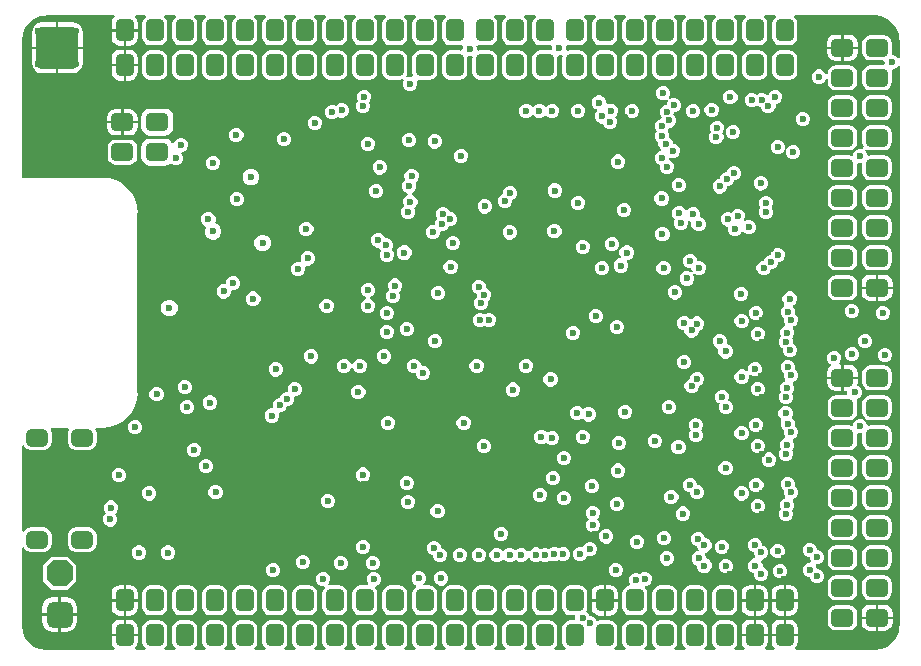
<source format=gbr>
%TF.GenerationSoftware,Altium Limited,Altium Designer,23.9.2 (47)*%
G04 Layer_Physical_Order=2*
G04 Layer_Color=36540*
%FSLAX45Y45*%
%MOMM*%
%TF.SameCoordinates,F1AFF133-CB08-443C-B5AD-2193434A7FAF*%
%TF.FilePolarity,Positive*%
%TF.FileFunction,Copper,L2,Inr,Signal*%
%TF.Part,Single*%
G01*
G75*
%TA.AperFunction,ComponentPad*%
G04:AMPARAMS|DCode=99|XSize=1.8mm|YSize=1.45mm|CornerRadius=0.3625mm|HoleSize=0mm|Usage=FLASHONLY|Rotation=180.000|XOffset=0mm|YOffset=0mm|HoleType=Round|Shape=RoundedRectangle|*
%AMROUNDEDRECTD99*
21,1,1.80000,0.72500,0,0,180.0*
21,1,1.07500,1.45000,0,0,180.0*
1,1,0.72500,-0.53750,0.36250*
1,1,0.72500,0.53750,0.36250*
1,1,0.72500,0.53750,-0.36250*
1,1,0.72500,-0.53750,-0.36250*
%
%ADD99ROUNDEDRECTD99*%
G04:AMPARAMS|DCode=101|XSize=2.2mm|YSize=2.2mm|CornerRadius=0.55mm|HoleSize=0mm|Usage=FLASHONLY|Rotation=270.000|XOffset=0mm|YOffset=0mm|HoleType=Round|Shape=RoundedRectangle|*
%AMROUNDEDRECTD101*
21,1,2.20000,1.10000,0,0,270.0*
21,1,1.10000,2.20000,0,0,270.0*
1,1,1.10000,-0.55000,-0.55000*
1,1,1.10000,-0.55000,0.55000*
1,1,1.10000,0.55000,0.55000*
1,1,1.10000,0.55000,-0.55000*
%
%ADD101ROUNDEDRECTD101*%
G04:AMPARAMS|DCode=102|XSize=2.2mm|YSize=2.2mm|CornerRadius=0mm|HoleSize=0mm|Usage=FLASHONLY|Rotation=270.000|XOffset=0mm|YOffset=0mm|HoleType=Round|Shape=Octagon|*
%AMOCTAGOND102*
4,1,8,-0.55000,-1.10000,0.55000,-1.10000,1.10000,-0.55000,1.10000,0.55000,0.55000,1.10000,-0.55000,1.10000,-1.10000,0.55000,-1.10000,-0.55000,-0.55000,-1.10000,0.0*
%
%ADD102OCTAGOND102*%

%TA.AperFunction,ViaPad*%
%ADD103C,0.60000*%
%TA.AperFunction,ComponentPad*%
G04:AMPARAMS|DCode=104|XSize=1.5mm|YSize=1.9mm|CornerRadius=0.375mm|HoleSize=0mm|Usage=FLASHONLY|Rotation=270.000|XOffset=0mm|YOffset=0mm|HoleType=Round|Shape=RoundedRectangle|*
%AMROUNDEDRECTD104*
21,1,1.50000,1.15000,0,0,270.0*
21,1,0.75000,1.90000,0,0,270.0*
1,1,0.75000,-0.57500,-0.37500*
1,1,0.75000,-0.57500,0.37500*
1,1,0.75000,0.57500,0.37500*
1,1,0.75000,0.57500,-0.37500*
%
%ADD104ROUNDEDRECTD104*%
G04:AMPARAMS|DCode=105|XSize=1.5mm|YSize=1.9mm|CornerRadius=0.375mm|HoleSize=0mm|Usage=FLASHONLY|Rotation=0.000|XOffset=0mm|YOffset=0mm|HoleType=Round|Shape=RoundedRectangle|*
%AMROUNDEDRECTD105*
21,1,1.50000,1.15000,0,0,0.0*
21,1,0.75000,1.90000,0,0,0.0*
1,1,0.75000,0.37500,-0.57500*
1,1,0.75000,-0.37500,-0.57500*
1,1,0.75000,-0.37500,0.57500*
1,1,0.75000,0.37500,0.57500*
%
%ADD105ROUNDEDRECTD105*%
G04:AMPARAMS|DCode=106|XSize=3.6mm|YSize=3.6mm|CornerRadius=0.54mm|HoleSize=0mm|Usage=FLASHONLY|Rotation=0.000|XOffset=0mm|YOffset=0mm|HoleType=Round|Shape=RoundedRectangle|*
%AMROUNDEDRECTD106*
21,1,3.60000,2.52000,0,0,0.0*
21,1,2.52000,3.60000,0,0,0.0*
1,1,1.08000,1.26000,-1.26000*
1,1,1.08000,-1.26000,-1.26000*
1,1,1.08000,-1.26000,1.26000*
1,1,1.08000,1.26000,1.26000*
%
%ADD106ROUNDEDRECTD106*%
G36*
X8434462Y5410484D02*
X8485651Y5389281D01*
X8529609Y5355551D01*
X8563338Y5311594D01*
X8584542Y5260404D01*
X8589867Y5219955D01*
X8591113Y5205471D01*
X8591116Y5205460D01*
X8591116Y5190471D01*
X8591120Y5057416D01*
X8576120Y5054432D01*
X8575688Y5055475D01*
X8558809Y5072354D01*
X8536757Y5081488D01*
X8535268D01*
X8525753Y5093083D01*
X8528322Y5106000D01*
Y5181000D01*
X8523083Y5207337D01*
X8508164Y5229664D01*
X8485837Y5244583D01*
X8459500Y5249822D01*
X8344500D01*
X8318163Y5244583D01*
X8295836Y5229664D01*
X8280917Y5207337D01*
X8275678Y5181000D01*
Y5106000D01*
X8280917Y5079663D01*
X8295836Y5057336D01*
X8318163Y5042417D01*
X8344500Y5037178D01*
X8450964D01*
X8460462Y5034604D01*
X8464822Y5022943D01*
Y5010057D01*
X8464671Y5007715D01*
X8454274Y4995822D01*
X8344500D01*
X8318163Y4990583D01*
X8295836Y4975664D01*
X8280917Y4953337D01*
X8275678Y4927000D01*
Y4852000D01*
X8280917Y4825663D01*
X8295836Y4803336D01*
X8318163Y4788417D01*
X8344500Y4783178D01*
X8459500D01*
X8485837Y4788417D01*
X8508164Y4803336D01*
X8523083Y4825663D01*
X8528322Y4852000D01*
Y4927000D01*
X8524446Y4946488D01*
X8534304Y4961488D01*
X8536757D01*
X8558809Y4970623D01*
X8575688Y4987501D01*
X8576122Y4988549D01*
X8591122Y4985565D01*
X8591247Y270194D01*
X8591247Y269996D01*
Y255256D01*
X8589999Y240773D01*
X8584683Y200394D01*
X8563507Y149271D01*
X8529821Y105371D01*
X8485921Y71685D01*
X8434798Y50509D01*
X8381926Y43549D01*
X8379938Y43944D01*
X7711646D01*
X7707096Y58944D01*
X7709769Y60731D01*
X7725793Y84712D01*
X7731420Y113000D01*
Y160500D01*
X7508580D01*
Y113000D01*
X7514207Y84712D01*
X7530231Y60731D01*
X7532904Y58944D01*
X7528354Y43944D01*
X7457646D01*
X7453096Y58944D01*
X7455769Y60731D01*
X7471793Y84712D01*
X7477420Y113000D01*
Y160500D01*
X7254580D01*
Y113000D01*
X7260207Y84712D01*
X7276231Y60731D01*
X7278904Y58944D01*
X7274354Y43944D01*
X7194646D01*
X7190096Y58944D01*
X7198164Y64336D01*
X7213083Y86663D01*
X7218322Y113000D01*
Y228000D01*
X7213083Y254337D01*
X7198164Y276664D01*
X7175837Y291583D01*
X7149500Y296822D01*
X7074500D01*
X7048163Y291583D01*
X7025836Y276664D01*
X7010917Y254337D01*
X7005678Y228000D01*
Y113000D01*
X7010917Y86663D01*
X7025836Y64336D01*
X7033904Y58944D01*
X7029354Y43944D01*
X6940646D01*
X6936096Y58944D01*
X6944164Y64336D01*
X6959083Y86663D01*
X6964322Y113000D01*
Y228000D01*
X6959083Y254337D01*
X6944164Y276664D01*
X6921837Y291583D01*
X6895500Y296822D01*
X6820500D01*
X6794163Y291583D01*
X6771836Y276664D01*
X6756917Y254337D01*
X6751678Y228000D01*
Y113000D01*
X6756917Y86663D01*
X6771836Y64336D01*
X6779904Y58944D01*
X6775354Y43944D01*
X6686646D01*
X6682096Y58944D01*
X6690164Y64336D01*
X6705083Y86663D01*
X6710322Y113000D01*
Y228000D01*
X6705083Y254337D01*
X6690164Y276664D01*
X6667837Y291583D01*
X6641500Y296822D01*
X6566500D01*
X6540163Y291583D01*
X6517836Y276664D01*
X6502917Y254337D01*
X6497678Y228000D01*
Y113000D01*
X6502917Y86663D01*
X6517836Y64336D01*
X6525904Y58944D01*
X6521354Y43944D01*
X6432646D01*
X6428096Y58944D01*
X6436164Y64336D01*
X6451083Y86663D01*
X6456322Y113000D01*
Y228000D01*
X6451083Y254337D01*
X6436164Y276664D01*
X6413837Y291583D01*
X6387500Y296822D01*
X6312500D01*
X6286163Y291583D01*
X6263836Y276664D01*
X6248917Y254337D01*
X6243678Y228000D01*
Y113000D01*
X6248917Y86663D01*
X6263836Y64336D01*
X6271904Y58944D01*
X6267354Y43944D01*
X6178646D01*
X6174096Y58944D01*
X6182164Y64336D01*
X6197083Y86663D01*
X6202322Y113000D01*
Y228000D01*
X6197083Y254337D01*
X6182164Y276664D01*
X6159837Y291583D01*
X6133500Y296822D01*
X6058500D01*
X6032163Y291583D01*
X6023690Y294154D01*
X6018499Y306686D01*
X6001620Y323565D01*
X5979568Y332699D01*
X5966062D01*
X5958305Y351427D01*
X5941427Y368305D01*
X5939366Y375099D01*
X5943083Y380663D01*
X5948322Y407000D01*
Y522000D01*
X5943083Y548337D01*
X5928164Y570664D01*
X5905837Y585583D01*
X5879500Y590822D01*
X5804500D01*
X5778163Y585583D01*
X5755836Y570664D01*
X5740917Y548337D01*
X5735678Y522000D01*
Y407000D01*
X5740917Y380663D01*
X5755836Y358336D01*
X5778163Y343417D01*
X5804500Y338178D01*
X5841557D01*
X5847440Y329374D01*
Y305505D01*
X5841638Y296822D01*
X5804500D01*
X5778163Y291583D01*
X5755836Y276664D01*
X5740917Y254337D01*
X5735678Y228000D01*
Y113000D01*
X5740917Y86663D01*
X5755836Y64336D01*
X5763904Y58944D01*
X5759354Y43944D01*
X5670646D01*
X5666096Y58944D01*
X5674164Y64336D01*
X5689083Y86663D01*
X5694322Y113000D01*
Y228000D01*
X5689083Y254337D01*
X5674164Y276664D01*
X5651837Y291583D01*
X5625500Y296822D01*
X5550500D01*
X5524163Y291583D01*
X5501836Y276664D01*
X5486917Y254337D01*
X5481678Y228000D01*
Y113000D01*
X5486917Y86663D01*
X5501836Y64336D01*
X5509904Y58944D01*
X5505354Y43944D01*
X5416646D01*
X5412096Y58944D01*
X5420164Y64336D01*
X5435083Y86663D01*
X5440322Y113000D01*
Y228000D01*
X5435083Y254337D01*
X5420164Y276664D01*
X5397837Y291583D01*
X5371500Y296822D01*
X5296500D01*
X5270163Y291583D01*
X5247836Y276664D01*
X5232917Y254337D01*
X5227678Y228000D01*
Y113000D01*
X5232917Y86663D01*
X5247836Y64336D01*
X5255904Y58944D01*
X5251354Y43944D01*
X5162646D01*
X5158096Y58944D01*
X5166164Y64336D01*
X5181083Y86663D01*
X5186322Y113000D01*
Y228000D01*
X5181083Y254337D01*
X5166164Y276664D01*
X5143837Y291583D01*
X5117500Y296822D01*
X5042500D01*
X5016163Y291583D01*
X4993836Y276664D01*
X4978917Y254337D01*
X4973678Y228000D01*
Y113000D01*
X4978917Y86663D01*
X4993836Y64336D01*
X5001904Y58944D01*
X4997354Y43944D01*
X4908646D01*
X4904096Y58944D01*
X4912164Y64336D01*
X4927083Y86663D01*
X4932322Y113000D01*
Y228000D01*
X4927083Y254337D01*
X4912164Y276664D01*
X4889837Y291583D01*
X4863500Y296822D01*
X4788500D01*
X4762163Y291583D01*
X4739836Y276664D01*
X4724917Y254337D01*
X4719678Y228000D01*
Y113000D01*
X4724917Y86663D01*
X4739836Y64336D01*
X4747904Y58944D01*
X4743354Y43944D01*
X4654646D01*
X4650096Y58944D01*
X4658164Y64336D01*
X4673083Y86663D01*
X4678322Y113000D01*
Y228000D01*
X4673083Y254337D01*
X4658164Y276664D01*
X4635837Y291583D01*
X4609500Y296822D01*
X4534500D01*
X4508163Y291583D01*
X4485836Y276664D01*
X4470917Y254337D01*
X4465678Y228000D01*
Y113000D01*
X4470917Y86663D01*
X4485836Y64336D01*
X4493904Y58944D01*
X4489354Y43944D01*
X4400646D01*
X4396096Y58944D01*
X4404164Y64336D01*
X4419083Y86663D01*
X4424322Y113000D01*
Y228000D01*
X4419083Y254337D01*
X4404164Y276664D01*
X4381837Y291583D01*
X4355500Y296822D01*
X4280500D01*
X4254163Y291583D01*
X4231836Y276664D01*
X4216917Y254337D01*
X4211678Y228000D01*
Y113000D01*
X4216917Y86663D01*
X4231836Y64336D01*
X4239904Y58944D01*
X4235354Y43944D01*
X4146646D01*
X4142096Y58944D01*
X4150164Y64336D01*
X4165083Y86663D01*
X4170322Y113000D01*
Y228000D01*
X4165083Y254337D01*
X4150164Y276664D01*
X4127837Y291583D01*
X4101500Y296822D01*
X4026500D01*
X4000163Y291583D01*
X3977836Y276664D01*
X3962917Y254337D01*
X3957678Y228000D01*
Y113000D01*
X3962917Y86663D01*
X3977836Y64336D01*
X3985904Y58944D01*
X3981354Y43944D01*
X3892646D01*
X3888096Y58944D01*
X3896164Y64336D01*
X3911083Y86663D01*
X3916322Y113000D01*
Y228000D01*
X3911083Y254337D01*
X3896164Y276664D01*
X3873837Y291583D01*
X3847500Y296822D01*
X3772500D01*
X3746163Y291583D01*
X3723836Y276664D01*
X3708917Y254337D01*
X3703678Y228000D01*
Y113000D01*
X3708917Y86663D01*
X3723836Y64336D01*
X3731904Y58944D01*
X3727354Y43944D01*
X3638646D01*
X3634096Y58944D01*
X3642164Y64336D01*
X3657083Y86663D01*
X3662322Y113000D01*
Y228000D01*
X3657083Y254337D01*
X3642164Y276664D01*
X3619837Y291583D01*
X3593500Y296822D01*
X3518500D01*
X3492163Y291583D01*
X3469836Y276664D01*
X3454917Y254337D01*
X3449678Y228000D01*
Y113000D01*
X3454917Y86663D01*
X3469836Y64336D01*
X3477904Y58944D01*
X3473354Y43944D01*
X3384646D01*
X3380096Y58944D01*
X3388164Y64336D01*
X3403083Y86663D01*
X3408322Y113000D01*
Y228000D01*
X3403083Y254337D01*
X3388164Y276664D01*
X3365837Y291583D01*
X3339500Y296822D01*
X3264500D01*
X3238163Y291583D01*
X3215836Y276664D01*
X3200917Y254337D01*
X3195678Y228000D01*
Y113000D01*
X3200917Y86663D01*
X3215836Y64336D01*
X3223904Y58944D01*
X3219354Y43944D01*
X3130646D01*
X3126096Y58944D01*
X3134164Y64336D01*
X3149083Y86663D01*
X3154322Y113000D01*
Y228000D01*
X3149083Y254337D01*
X3134164Y276664D01*
X3111837Y291583D01*
X3085500Y296822D01*
X3010500D01*
X2984163Y291583D01*
X2961836Y276664D01*
X2946917Y254337D01*
X2941678Y228000D01*
Y113000D01*
X2946917Y86663D01*
X2961836Y64336D01*
X2969904Y58944D01*
X2965354Y43944D01*
X2876646D01*
X2872096Y58944D01*
X2880164Y64336D01*
X2895083Y86663D01*
X2900322Y113000D01*
Y228000D01*
X2895083Y254337D01*
X2880164Y276664D01*
X2857837Y291583D01*
X2831500Y296822D01*
X2756500D01*
X2730163Y291583D01*
X2707836Y276664D01*
X2692917Y254337D01*
X2687678Y228000D01*
Y113000D01*
X2692917Y86663D01*
X2707836Y64336D01*
X2715904Y58944D01*
X2711354Y43944D01*
X2622646D01*
X2618096Y58944D01*
X2626164Y64336D01*
X2641083Y86663D01*
X2646322Y113000D01*
Y228000D01*
X2641083Y254337D01*
X2626164Y276664D01*
X2603837Y291583D01*
X2577500Y296822D01*
X2502500D01*
X2476163Y291583D01*
X2453836Y276664D01*
X2438917Y254337D01*
X2433678Y228000D01*
Y113000D01*
X2438917Y86663D01*
X2453836Y64336D01*
X2461904Y58944D01*
X2457354Y43944D01*
X2368646D01*
X2364096Y58944D01*
X2372164Y64336D01*
X2387083Y86663D01*
X2392322Y113000D01*
Y228000D01*
X2387083Y254337D01*
X2372164Y276664D01*
X2349837Y291583D01*
X2323500Y296822D01*
X2248500D01*
X2222163Y291583D01*
X2199836Y276664D01*
X2184917Y254337D01*
X2179678Y228000D01*
Y113000D01*
X2184917Y86663D01*
X2199836Y64336D01*
X2207904Y58944D01*
X2203354Y43944D01*
X2123646D01*
X2119096Y58944D01*
X2121769Y60731D01*
X2137793Y84712D01*
X2143420Y113000D01*
Y160500D01*
X1920580D01*
Y113000D01*
X1926207Y84712D01*
X1942231Y60731D01*
X1944904Y58944D01*
X1940354Y43944D01*
X1371600D01*
X1369643Y43555D01*
X1317066Y50477D01*
X1266249Y71526D01*
X1222611Y105011D01*
X1189126Y148649D01*
X1168077Y199466D01*
X1161155Y252043D01*
X1161544Y254000D01*
Y906011D01*
X1175454Y914991D01*
X1176544Y914852D01*
X1190487Y893986D01*
X1212401Y879344D01*
X1238250Y874202D01*
X1345750D01*
X1371599Y879344D01*
X1393513Y893986D01*
X1408156Y915900D01*
X1413298Y941750D01*
Y1014250D01*
X1408156Y1040099D01*
X1393513Y1062013D01*
X1371599Y1076656D01*
X1345750Y1081798D01*
X1238250D01*
X1212401Y1076656D01*
X1190487Y1062013D01*
X1176544Y1041148D01*
X1175454Y1041009D01*
X1161544Y1049989D01*
Y1770011D01*
X1175454Y1778991D01*
X1176544Y1778852D01*
X1190487Y1757986D01*
X1212401Y1743344D01*
X1238250Y1738202D01*
X1345750D01*
X1371599Y1743344D01*
X1393513Y1757986D01*
X1408156Y1779900D01*
X1413298Y1805750D01*
Y1878250D01*
X1408156Y1904099D01*
X1403327Y1911327D01*
X1410397Y1924556D01*
X1553602D01*
X1560673Y1911327D01*
X1555844Y1904099D01*
X1550702Y1878250D01*
Y1805750D01*
X1555844Y1779900D01*
X1570487Y1757986D01*
X1592401Y1743344D01*
X1618250Y1738202D01*
X1725750D01*
X1751599Y1743344D01*
X1773513Y1757986D01*
X1788156Y1779900D01*
X1793298Y1805750D01*
Y1878250D01*
X1788156Y1904099D01*
X1783327Y1911327D01*
X1790397Y1924556D01*
X1841500D01*
Y1923962D01*
X1899742Y1929699D01*
X1955745Y1946687D01*
X2007359Y1974275D01*
X2052598Y2011402D01*
X2089725Y2056641D01*
X2117313Y2108255D01*
X2134301Y2164258D01*
X2140038Y2222500D01*
X2139444D01*
Y3746500D01*
X2140038D01*
X2134301Y3804742D01*
X2117313Y3860745D01*
X2089725Y3912359D01*
X2052598Y3957598D01*
X2007359Y3994725D01*
X1955745Y4022313D01*
X1899742Y4039301D01*
X1841500Y4045038D01*
Y4044444D01*
X1161544D01*
Y5207000D01*
X1161155Y5208958D01*
X1168077Y5261534D01*
X1189126Y5312351D01*
X1222610Y5355989D01*
X1266248Y5389474D01*
X1317066Y5410523D01*
X1357121Y5415796D01*
X1371600Y5417055D01*
Y5417056D01*
X1940354D01*
X1944904Y5402056D01*
X1942231Y5400269D01*
X1926207Y5376288D01*
X1920580Y5348000D01*
Y5300500D01*
X2143420D01*
Y5348000D01*
X2137793Y5376288D01*
X2121769Y5400269D01*
X2119096Y5402056D01*
X2123646Y5417056D01*
X2203354D01*
X2207904Y5402056D01*
X2199836Y5396664D01*
X2184917Y5374337D01*
X2179678Y5348000D01*
Y5233000D01*
X2184917Y5206663D01*
X2199836Y5184336D01*
X2222163Y5169417D01*
X2248500Y5164178D01*
X2323500D01*
X2349837Y5169417D01*
X2372164Y5184336D01*
X2387083Y5206663D01*
X2392322Y5233000D01*
Y5348000D01*
X2387083Y5374337D01*
X2372164Y5396664D01*
X2364096Y5402056D01*
X2368646Y5417056D01*
X2457354D01*
X2461904Y5402056D01*
X2453836Y5396664D01*
X2438917Y5374337D01*
X2433678Y5348000D01*
Y5233000D01*
X2438917Y5206663D01*
X2453836Y5184336D01*
X2476163Y5169417D01*
X2502500Y5164178D01*
X2577500D01*
X2603837Y5169417D01*
X2626164Y5184336D01*
X2641083Y5206663D01*
X2646322Y5233000D01*
Y5348000D01*
X2641083Y5374337D01*
X2626164Y5396664D01*
X2618096Y5402056D01*
X2622646Y5417056D01*
X2711354D01*
X2715904Y5402056D01*
X2707836Y5396664D01*
X2692917Y5374337D01*
X2687678Y5348000D01*
Y5233000D01*
X2692917Y5206663D01*
X2707836Y5184336D01*
X2730163Y5169417D01*
X2756500Y5164178D01*
X2831500D01*
X2857837Y5169417D01*
X2880164Y5184336D01*
X2895083Y5206663D01*
X2900322Y5233000D01*
Y5348000D01*
X2895083Y5374337D01*
X2880164Y5396664D01*
X2872096Y5402056D01*
X2876646Y5417056D01*
X2965354D01*
X2969904Y5402056D01*
X2961836Y5396664D01*
X2946917Y5374337D01*
X2941678Y5348000D01*
Y5233000D01*
X2946917Y5206663D01*
X2961836Y5184336D01*
X2984163Y5169417D01*
X3010500Y5164178D01*
X3085500D01*
X3111837Y5169417D01*
X3134164Y5184336D01*
X3149083Y5206663D01*
X3154322Y5233000D01*
Y5348000D01*
X3149083Y5374337D01*
X3134164Y5396664D01*
X3126096Y5402056D01*
X3130646Y5417056D01*
X3219354D01*
X3223904Y5402056D01*
X3215836Y5396664D01*
X3200917Y5374337D01*
X3195678Y5348000D01*
Y5233000D01*
X3200917Y5206663D01*
X3215836Y5184336D01*
X3238163Y5169417D01*
X3264500Y5164178D01*
X3339500D01*
X3365837Y5169417D01*
X3388164Y5184336D01*
X3403083Y5206663D01*
X3408322Y5233000D01*
Y5348000D01*
X3403083Y5374337D01*
X3388164Y5396664D01*
X3380096Y5402056D01*
X3384646Y5417056D01*
X3473354D01*
X3477904Y5402056D01*
X3469836Y5396664D01*
X3454917Y5374337D01*
X3449678Y5348000D01*
Y5233000D01*
X3454917Y5206663D01*
X3469836Y5184336D01*
X3492163Y5169417D01*
X3518500Y5164178D01*
X3593500D01*
X3619837Y5169417D01*
X3642164Y5184336D01*
X3657083Y5206663D01*
X3662322Y5233000D01*
Y5348000D01*
X3657083Y5374337D01*
X3642164Y5396664D01*
X3634096Y5402056D01*
X3638646Y5417056D01*
X3727354D01*
X3731904Y5402056D01*
X3723836Y5396664D01*
X3708917Y5374337D01*
X3703678Y5348000D01*
Y5233000D01*
X3708917Y5206663D01*
X3723836Y5184336D01*
X3746163Y5169417D01*
X3772500Y5164178D01*
X3847500D01*
X3873837Y5169417D01*
X3896164Y5184336D01*
X3911083Y5206663D01*
X3916322Y5233000D01*
Y5348000D01*
X3911083Y5374337D01*
X3896164Y5396664D01*
X3888096Y5402056D01*
X3892646Y5417056D01*
X3981354D01*
X3985904Y5402056D01*
X3977836Y5396664D01*
X3962917Y5374337D01*
X3957678Y5348000D01*
Y5233000D01*
X3962917Y5206663D01*
X3977836Y5184336D01*
X4000163Y5169417D01*
X4026500Y5164178D01*
X4101500D01*
X4127837Y5169417D01*
X4150164Y5184336D01*
X4165083Y5206663D01*
X4170322Y5233000D01*
Y5348000D01*
X4165083Y5374337D01*
X4150164Y5396664D01*
X4142096Y5402056D01*
X4146646Y5417056D01*
X4235354D01*
X4239904Y5402056D01*
X4231836Y5396664D01*
X4216917Y5374337D01*
X4211678Y5348000D01*
Y5233000D01*
X4216917Y5206663D01*
X4231836Y5184336D01*
X4254163Y5169417D01*
X4280500Y5164178D01*
X4355500D01*
X4381837Y5169417D01*
X4404164Y5184336D01*
X4419083Y5206663D01*
X4424322Y5233000D01*
Y5348000D01*
X4419083Y5374337D01*
X4404164Y5396664D01*
X4396096Y5402056D01*
X4400646Y5417056D01*
X4489354D01*
X4493904Y5402056D01*
X4485836Y5396664D01*
X4470917Y5374337D01*
X4465678Y5348000D01*
Y5233000D01*
X4470917Y5206663D01*
X4485836Y5184336D01*
X4508163Y5169417D01*
X4534500Y5164178D01*
X4609500D01*
X4635837Y5169417D01*
X4658164Y5184336D01*
X4673083Y5206663D01*
X4678322Y5233000D01*
Y5348000D01*
X4673083Y5374337D01*
X4658164Y5396664D01*
X4650096Y5402056D01*
X4654646Y5417056D01*
X4743354D01*
X4747904Y5402056D01*
X4739836Y5396664D01*
X4724917Y5374337D01*
X4719678Y5348000D01*
Y5233000D01*
X4724917Y5206663D01*
X4739836Y5184336D01*
X4762163Y5169417D01*
X4788500Y5164178D01*
X4863500D01*
X4884170Y5168289D01*
X4895310Y5156815D01*
X4895486Y5156411D01*
X4892487Y5149171D01*
Y5132350D01*
X4881053Y5120773D01*
X4878629Y5119813D01*
X4863500Y5122822D01*
X4788500D01*
X4762163Y5117583D01*
X4739836Y5102664D01*
X4724917Y5080337D01*
X4719678Y5054000D01*
Y4939000D01*
X4724917Y4912663D01*
X4739836Y4890336D01*
X4762163Y4875417D01*
X4788500Y4870178D01*
X4863500D01*
X4889837Y4875417D01*
X4912164Y4890336D01*
X4927083Y4912663D01*
X4932322Y4939000D01*
Y5054000D01*
X4930066Y5065344D01*
X4935793Y5071839D01*
X4942994Y5077236D01*
X4963006D01*
X4965257Y5076414D01*
X4976027Y5065807D01*
X4973678Y5054000D01*
Y4939000D01*
X4978917Y4912663D01*
X4993836Y4890336D01*
X5016163Y4875417D01*
X5042500Y4870178D01*
X5117500D01*
X5143837Y4875417D01*
X5166164Y4890336D01*
X5181083Y4912663D01*
X5186322Y4939000D01*
Y5054000D01*
X5181083Y5080337D01*
X5166164Y5102664D01*
X5143837Y5117583D01*
X5117500Y5122822D01*
X5042500D01*
X5026345Y5119609D01*
X5023632Y5120723D01*
X5012487Y5131794D01*
Y5149171D01*
X5009396Y5156633D01*
X5010690Y5159077D01*
X5020712Y5168512D01*
X5042500Y5164178D01*
X5117500D01*
X5143837Y5169417D01*
X5166164Y5184336D01*
X5181083Y5206663D01*
X5186322Y5233000D01*
Y5348000D01*
X5181083Y5374337D01*
X5166164Y5396664D01*
X5158096Y5402056D01*
X5162646Y5417056D01*
X5251354D01*
X5255904Y5402056D01*
X5247836Y5396664D01*
X5232917Y5374337D01*
X5227678Y5348000D01*
Y5233000D01*
X5232917Y5206663D01*
X5247836Y5184336D01*
X5270163Y5169417D01*
X5296500Y5164178D01*
X5371500D01*
X5397837Y5169417D01*
X5420164Y5184336D01*
X5435083Y5206663D01*
X5440322Y5233000D01*
Y5348000D01*
X5435083Y5374337D01*
X5420164Y5396664D01*
X5412096Y5402056D01*
X5416646Y5417056D01*
X5505354D01*
X5509904Y5402056D01*
X5501836Y5396664D01*
X5486917Y5374337D01*
X5481678Y5348000D01*
Y5233000D01*
X5486917Y5206663D01*
X5501836Y5184336D01*
X5524163Y5169417D01*
X5550500Y5164178D01*
X5625500D01*
X5640734Y5167208D01*
X5651524Y5154060D01*
X5650469Y5151513D01*
Y5133149D01*
X5640363Y5122203D01*
X5637193Y5120496D01*
X5625500Y5122822D01*
X5550500D01*
X5524163Y5117583D01*
X5501836Y5102664D01*
X5486917Y5080337D01*
X5481678Y5054000D01*
Y4939000D01*
X5486917Y4912663D01*
X5501836Y4890336D01*
X5524163Y4875417D01*
X5550500Y4870178D01*
X5625500D01*
X5651837Y4875417D01*
X5674164Y4890336D01*
X5689083Y4912663D01*
X5694322Y4939000D01*
Y5054000D01*
X5691919Y5066083D01*
X5693377Y5069058D01*
X5704528Y5079578D01*
X5722403D01*
X5725747Y5080963D01*
X5738895Y5070174D01*
X5735678Y5054000D01*
Y4939000D01*
X5740917Y4912663D01*
X5755836Y4890336D01*
X5778163Y4875417D01*
X5804500Y4870178D01*
X5879500D01*
X5905837Y4875417D01*
X5928164Y4890336D01*
X5943083Y4912663D01*
X5948322Y4939000D01*
Y5054000D01*
X5943083Y5080337D01*
X5928164Y5102664D01*
X5905837Y5117583D01*
X5879500Y5122822D01*
X5804500D01*
X5782930Y5118532D01*
X5776461Y5123262D01*
X5772091Y5127526D01*
X5770469Y5130183D01*
Y5151513D01*
X5767602Y5158433D01*
X5774879Y5166001D01*
X5779390Y5169173D01*
X5804500Y5164178D01*
X5879500D01*
X5905837Y5169417D01*
X5928164Y5184336D01*
X5943083Y5206663D01*
X5948322Y5233000D01*
Y5348000D01*
X5943083Y5374337D01*
X5928164Y5396664D01*
X5920096Y5402056D01*
X5924646Y5417056D01*
X6013354D01*
X6017904Y5402056D01*
X6009836Y5396664D01*
X5994917Y5374337D01*
X5989678Y5348000D01*
Y5233000D01*
X5994917Y5206663D01*
X6009836Y5184336D01*
X6032163Y5169417D01*
X6058500Y5164178D01*
X6133500D01*
X6159837Y5169417D01*
X6182164Y5184336D01*
X6197083Y5206663D01*
X6202322Y5233000D01*
Y5348000D01*
X6197083Y5374337D01*
X6182164Y5396664D01*
X6174096Y5402056D01*
X6178646Y5417056D01*
X6267354D01*
X6271904Y5402056D01*
X6263836Y5396664D01*
X6248917Y5374337D01*
X6243678Y5348000D01*
Y5233000D01*
X6248917Y5206663D01*
X6263836Y5184336D01*
X6286163Y5169417D01*
X6312500Y5164178D01*
X6387500D01*
X6413837Y5169417D01*
X6436164Y5184336D01*
X6451083Y5206663D01*
X6456322Y5233000D01*
Y5348000D01*
X6451083Y5374337D01*
X6436164Y5396664D01*
X6428096Y5402056D01*
X6432646Y5417056D01*
X6521354D01*
X6525904Y5402056D01*
X6517836Y5396664D01*
X6502917Y5374337D01*
X6497678Y5348000D01*
Y5233000D01*
X6502917Y5206663D01*
X6517836Y5184336D01*
X6540163Y5169417D01*
X6566500Y5164178D01*
X6641500D01*
X6667837Y5169417D01*
X6690164Y5184336D01*
X6705083Y5206663D01*
X6710322Y5233000D01*
Y5348000D01*
X6705083Y5374337D01*
X6690164Y5396664D01*
X6682096Y5402056D01*
X6686646Y5417056D01*
X6775354D01*
X6779904Y5402056D01*
X6771836Y5396664D01*
X6756917Y5374337D01*
X6751678Y5348000D01*
Y5233000D01*
X6756917Y5206663D01*
X6771836Y5184336D01*
X6794163Y5169417D01*
X6820500Y5164178D01*
X6895500D01*
X6921837Y5169417D01*
X6944164Y5184336D01*
X6959083Y5206663D01*
X6964322Y5233000D01*
Y5348000D01*
X6959083Y5374337D01*
X6944164Y5396664D01*
X6936096Y5402056D01*
X6940646Y5417056D01*
X7029354D01*
X7033904Y5402056D01*
X7025836Y5396664D01*
X7010917Y5374337D01*
X7005678Y5348000D01*
Y5233000D01*
X7010917Y5206663D01*
X7025836Y5184336D01*
X7048163Y5169417D01*
X7074500Y5164178D01*
X7149500D01*
X7175837Y5169417D01*
X7198164Y5184336D01*
X7213083Y5206663D01*
X7218322Y5233000D01*
Y5348000D01*
X7213083Y5374337D01*
X7198164Y5396664D01*
X7190096Y5402056D01*
X7194646Y5417056D01*
X7283354D01*
X7287904Y5402056D01*
X7279836Y5396664D01*
X7264917Y5374337D01*
X7259678Y5348000D01*
Y5233000D01*
X7264917Y5206663D01*
X7279836Y5184336D01*
X7302163Y5169417D01*
X7328500Y5164178D01*
X7403500D01*
X7429837Y5169417D01*
X7452164Y5184336D01*
X7467083Y5206663D01*
X7472322Y5233000D01*
Y5348000D01*
X7467083Y5374337D01*
X7452164Y5396664D01*
X7444096Y5402056D01*
X7448646Y5417056D01*
X7537354D01*
X7541904Y5402056D01*
X7533836Y5396664D01*
X7518917Y5374337D01*
X7513678Y5348000D01*
Y5233000D01*
X7518917Y5206663D01*
X7533836Y5184336D01*
X7556163Y5169417D01*
X7582500Y5164178D01*
X7657500D01*
X7683837Y5169417D01*
X7706164Y5184336D01*
X7721083Y5206663D01*
X7726322Y5233000D01*
Y5348000D01*
X7721083Y5374337D01*
X7706164Y5396664D01*
X7698096Y5402056D01*
X7702646Y5417056D01*
X8379531D01*
X8381527Y5417453D01*
X8434462Y5410484D01*
D02*
G37*
%LPC*%
G36*
X2143420Y5280500D02*
X2042000D01*
Y5159080D01*
X2069500D01*
X2097788Y5164707D01*
X2121769Y5180731D01*
X2137793Y5204712D01*
X2143420Y5233000D01*
Y5280500D01*
D02*
G37*
G36*
X2022000D02*
X1920580D01*
Y5233000D01*
X1926207Y5204712D01*
X1942231Y5180731D01*
X1966212Y5164707D01*
X1994500Y5159080D01*
X2022000D01*
Y5280500D01*
D02*
G37*
G36*
X8165500Y5254920D02*
X8118000D01*
Y5153500D01*
X8239420D01*
Y5181000D01*
X8233793Y5209288D01*
X8217769Y5233269D01*
X8193788Y5249293D01*
X8165500Y5254920D01*
D02*
G37*
G36*
X1586500Y5360244D02*
X1470500D01*
Y5153500D01*
X1677244D01*
Y5269500D01*
X1670336Y5304226D01*
X1650665Y5333665D01*
X1621226Y5353336D01*
X1586500Y5360244D01*
D02*
G37*
G36*
X1450500D02*
X1334500D01*
X1299774Y5353336D01*
X1270335Y5333665D01*
X1250664Y5304226D01*
X1243756Y5269500D01*
Y5153500D01*
X1450500D01*
Y5360244D01*
D02*
G37*
G36*
X8098000Y5254920D02*
X8050500D01*
X8022212Y5249293D01*
X7998231Y5233269D01*
X7982207Y5209288D01*
X7976580Y5181000D01*
Y5153500D01*
X8098000D01*
Y5254920D01*
D02*
G37*
G36*
X8239420Y5133500D02*
X8118000D01*
Y5032080D01*
X8165500D01*
X8193788Y5037707D01*
X8217769Y5053731D01*
X8233793Y5077712D01*
X8239420Y5106000D01*
Y5133500D01*
D02*
G37*
G36*
X8098000D02*
X7976580D01*
Y5106000D01*
X7982207Y5077712D01*
X7998231Y5053731D01*
X8022212Y5037707D01*
X8050500Y5032080D01*
X8098000D01*
Y5133500D01*
D02*
G37*
G36*
X2069500Y5127920D02*
X2042000D01*
Y5006500D01*
X2143420D01*
Y5054000D01*
X2137793Y5082288D01*
X2121769Y5106269D01*
X2097788Y5122293D01*
X2069500Y5127920D01*
D02*
G37*
G36*
X2022000D02*
X1994500D01*
X1966212Y5122293D01*
X1942231Y5106269D01*
X1926207Y5082288D01*
X1920580Y5054000D01*
Y5006500D01*
X2022000D01*
Y5127920D01*
D02*
G37*
G36*
X1677244Y5133500D02*
X1470500D01*
Y4926756D01*
X1586500D01*
X1621226Y4933664D01*
X1650665Y4953335D01*
X1670336Y4982774D01*
X1677244Y5017500D01*
Y5133500D01*
D02*
G37*
G36*
X1450500D02*
X1243756D01*
Y5017500D01*
X1250664Y4982774D01*
X1270335Y4953335D01*
X1299774Y4933664D01*
X1334500Y4926756D01*
X1450500D01*
Y5133500D01*
D02*
G37*
G36*
X8165500Y4995822D02*
X8050500D01*
X8024163Y4990583D01*
X8001836Y4975664D01*
X7986917Y4953337D01*
X7981678Y4927000D01*
Y4922938D01*
X7966678Y4919955D01*
X7960865Y4933987D01*
X7943987Y4950866D01*
X7921935Y4960000D01*
X7898065D01*
X7876013Y4950866D01*
X7859134Y4933987D01*
X7850000Y4911935D01*
Y4888065D01*
X7859134Y4866013D01*
X7876013Y4849135D01*
X7898065Y4840000D01*
X7921935D01*
X7943987Y4849135D01*
X7960865Y4866013D01*
X7966678Y4880046D01*
X7981678Y4877062D01*
Y4852000D01*
X7986917Y4825663D01*
X8001836Y4803336D01*
X8024163Y4788417D01*
X8050500Y4783178D01*
X8165500D01*
X8191837Y4788417D01*
X8214164Y4803336D01*
X8229083Y4825663D01*
X8234322Y4852000D01*
Y4927000D01*
X8229083Y4953337D01*
X8214164Y4975664D01*
X8191837Y4990583D01*
X8165500Y4995822D01*
D02*
G37*
G36*
X4609500Y5122822D02*
X4534500D01*
X4508163Y5117583D01*
X4485836Y5102664D01*
X4470917Y5080337D01*
X4465678Y5054000D01*
Y4939000D01*
X4470917Y4912663D01*
X4471053Y4912459D01*
X4463506Y4902147D01*
X4461338Y4900000D01*
X4438065D01*
X4425064Y4894615D01*
X4415120Y4906732D01*
X4419083Y4912663D01*
X4424322Y4939000D01*
Y5054000D01*
X4419083Y5080337D01*
X4404164Y5102664D01*
X4381837Y5117583D01*
X4355500Y5122822D01*
X4280500D01*
X4254163Y5117583D01*
X4231836Y5102664D01*
X4216917Y5080337D01*
X4211678Y5054000D01*
Y4939000D01*
X4216917Y4912663D01*
X4231836Y4890336D01*
X4254163Y4875417D01*
X4280500Y4870178D01*
X4355500D01*
X4381837Y4875417D01*
X4384124Y4876945D01*
X4396240Y4867000D01*
X4390000Y4851935D01*
Y4828065D01*
X4399134Y4806013D01*
X4416013Y4789134D01*
X4438065Y4780000D01*
X4461935D01*
X4483987Y4789134D01*
X4500866Y4806013D01*
X4510000Y4828065D01*
Y4851935D01*
X4506469Y4860460D01*
X4517259Y4873607D01*
X4534500Y4870178D01*
X4609500D01*
X4635837Y4875417D01*
X4658164Y4890336D01*
X4673083Y4912663D01*
X4678322Y4939000D01*
Y5054000D01*
X4673083Y5080337D01*
X4658164Y5102664D01*
X4635837Y5117583D01*
X4609500Y5122822D01*
D02*
G37*
G36*
X7657500D02*
X7582500D01*
X7556163Y5117583D01*
X7533836Y5102664D01*
X7518917Y5080337D01*
X7513678Y5054000D01*
Y4939000D01*
X7518917Y4912663D01*
X7533836Y4890336D01*
X7556163Y4875417D01*
X7582500Y4870178D01*
X7657500D01*
X7683837Y4875417D01*
X7706164Y4890336D01*
X7721083Y4912663D01*
X7726322Y4939000D01*
Y5054000D01*
X7721083Y5080337D01*
X7706164Y5102664D01*
X7683837Y5117583D01*
X7657500Y5122822D01*
D02*
G37*
G36*
X7403500D02*
X7328500D01*
X7302163Y5117583D01*
X7279836Y5102664D01*
X7264917Y5080337D01*
X7259678Y5054000D01*
Y4939000D01*
X7264917Y4912663D01*
X7279836Y4890336D01*
X7302163Y4875417D01*
X7328500Y4870178D01*
X7403500D01*
X7429837Y4875417D01*
X7452164Y4890336D01*
X7467083Y4912663D01*
X7472322Y4939000D01*
Y5054000D01*
X7467083Y5080337D01*
X7452164Y5102664D01*
X7429837Y5117583D01*
X7403500Y5122822D01*
D02*
G37*
G36*
X7149500D02*
X7074500D01*
X7048163Y5117583D01*
X7025836Y5102664D01*
X7010917Y5080337D01*
X7005678Y5054000D01*
Y4939000D01*
X7010917Y4912663D01*
X7025836Y4890336D01*
X7048163Y4875417D01*
X7074500Y4870178D01*
X7149500D01*
X7175837Y4875417D01*
X7198164Y4890336D01*
X7213083Y4912663D01*
X7218322Y4939000D01*
Y5054000D01*
X7213083Y5080337D01*
X7198164Y5102664D01*
X7175837Y5117583D01*
X7149500Y5122822D01*
D02*
G37*
G36*
X6895500D02*
X6820500D01*
X6794163Y5117583D01*
X6771836Y5102664D01*
X6756917Y5080337D01*
X6751678Y5054000D01*
Y4939000D01*
X6756917Y4912663D01*
X6771836Y4890336D01*
X6794163Y4875417D01*
X6820500Y4870178D01*
X6895500D01*
X6921837Y4875417D01*
X6944164Y4890336D01*
X6959083Y4912663D01*
X6964322Y4939000D01*
Y5054000D01*
X6959083Y5080337D01*
X6944164Y5102664D01*
X6921837Y5117583D01*
X6895500Y5122822D01*
D02*
G37*
G36*
X6641500D02*
X6566500D01*
X6540163Y5117583D01*
X6517836Y5102664D01*
X6502917Y5080337D01*
X6497678Y5054000D01*
Y4939000D01*
X6502917Y4912663D01*
X6517836Y4890336D01*
X6540163Y4875417D01*
X6566500Y4870178D01*
X6641500D01*
X6667837Y4875417D01*
X6690164Y4890336D01*
X6705083Y4912663D01*
X6710322Y4939000D01*
Y5054000D01*
X6705083Y5080337D01*
X6690164Y5102664D01*
X6667837Y5117583D01*
X6641500Y5122822D01*
D02*
G37*
G36*
X6387500D02*
X6312500D01*
X6286163Y5117583D01*
X6263836Y5102664D01*
X6248917Y5080337D01*
X6243678Y5054000D01*
Y4939000D01*
X6248917Y4912663D01*
X6263836Y4890336D01*
X6286163Y4875417D01*
X6312500Y4870178D01*
X6387500D01*
X6413837Y4875417D01*
X6436164Y4890336D01*
X6451083Y4912663D01*
X6456322Y4939000D01*
Y5054000D01*
X6451083Y5080337D01*
X6436164Y5102664D01*
X6413837Y5117583D01*
X6387500Y5122822D01*
D02*
G37*
G36*
X6133500D02*
X6058500D01*
X6032163Y5117583D01*
X6009836Y5102664D01*
X5994917Y5080337D01*
X5989678Y5054000D01*
Y4939000D01*
X5994917Y4912663D01*
X6009836Y4890336D01*
X6032163Y4875417D01*
X6058500Y4870178D01*
X6133500D01*
X6159837Y4875417D01*
X6182164Y4890336D01*
X6197083Y4912663D01*
X6202322Y4939000D01*
Y5054000D01*
X6197083Y5080337D01*
X6182164Y5102664D01*
X6159837Y5117583D01*
X6133500Y5122822D01*
D02*
G37*
G36*
X5371500D02*
X5296500D01*
X5270163Y5117583D01*
X5247836Y5102664D01*
X5232917Y5080337D01*
X5227678Y5054000D01*
Y4939000D01*
X5232917Y4912663D01*
X5247836Y4890336D01*
X5270163Y4875417D01*
X5296500Y4870178D01*
X5371500D01*
X5397837Y4875417D01*
X5420164Y4890336D01*
X5435083Y4912663D01*
X5440322Y4939000D01*
Y5054000D01*
X5435083Y5080337D01*
X5420164Y5102664D01*
X5397837Y5117583D01*
X5371500Y5122822D01*
D02*
G37*
G36*
X4101500D02*
X4026500D01*
X4000163Y5117583D01*
X3977836Y5102664D01*
X3962917Y5080337D01*
X3957678Y5054000D01*
Y4939000D01*
X3962917Y4912663D01*
X3977836Y4890336D01*
X4000163Y4875417D01*
X4026500Y4870178D01*
X4101500D01*
X4127837Y4875417D01*
X4150164Y4890336D01*
X4165083Y4912663D01*
X4170322Y4939000D01*
Y5054000D01*
X4165083Y5080337D01*
X4150164Y5102664D01*
X4127837Y5117583D01*
X4101500Y5122822D01*
D02*
G37*
G36*
X3847500D02*
X3772500D01*
X3746163Y5117583D01*
X3723836Y5102664D01*
X3708917Y5080337D01*
X3703678Y5054000D01*
Y4939000D01*
X3708917Y4912663D01*
X3723836Y4890336D01*
X3746163Y4875417D01*
X3772500Y4870178D01*
X3847500D01*
X3873837Y4875417D01*
X3896164Y4890336D01*
X3911083Y4912663D01*
X3916322Y4939000D01*
Y5054000D01*
X3911083Y5080337D01*
X3896164Y5102664D01*
X3873837Y5117583D01*
X3847500Y5122822D01*
D02*
G37*
G36*
X3593500D02*
X3518500D01*
X3492163Y5117583D01*
X3469836Y5102664D01*
X3454917Y5080337D01*
X3449678Y5054000D01*
Y4939000D01*
X3454917Y4912663D01*
X3469836Y4890336D01*
X3492163Y4875417D01*
X3518500Y4870178D01*
X3593500D01*
X3619837Y4875417D01*
X3642164Y4890336D01*
X3657083Y4912663D01*
X3662322Y4939000D01*
Y5054000D01*
X3657083Y5080337D01*
X3642164Y5102664D01*
X3619837Y5117583D01*
X3593500Y5122822D01*
D02*
G37*
G36*
X3339500D02*
X3264500D01*
X3238163Y5117583D01*
X3215836Y5102664D01*
X3200917Y5080337D01*
X3195678Y5054000D01*
Y4939000D01*
X3200917Y4912663D01*
X3215836Y4890336D01*
X3238163Y4875417D01*
X3264500Y4870178D01*
X3339500D01*
X3365837Y4875417D01*
X3388164Y4890336D01*
X3403083Y4912663D01*
X3408322Y4939000D01*
Y5054000D01*
X3403083Y5080337D01*
X3388164Y5102664D01*
X3365837Y5117583D01*
X3339500Y5122822D01*
D02*
G37*
G36*
X3085500D02*
X3010500D01*
X2984163Y5117583D01*
X2961836Y5102664D01*
X2946917Y5080337D01*
X2941678Y5054000D01*
Y4939000D01*
X2946917Y4912663D01*
X2961836Y4890336D01*
X2984163Y4875417D01*
X3010500Y4870178D01*
X3085500D01*
X3111837Y4875417D01*
X3134164Y4890336D01*
X3149083Y4912663D01*
X3154322Y4939000D01*
Y5054000D01*
X3149083Y5080337D01*
X3134164Y5102664D01*
X3111837Y5117583D01*
X3085500Y5122822D01*
D02*
G37*
G36*
X2831500D02*
X2756500D01*
X2730163Y5117583D01*
X2707836Y5102664D01*
X2692917Y5080337D01*
X2687678Y5054000D01*
Y4939000D01*
X2692917Y4912663D01*
X2707836Y4890336D01*
X2730163Y4875417D01*
X2756500Y4870178D01*
X2831500D01*
X2857837Y4875417D01*
X2880164Y4890336D01*
X2895083Y4912663D01*
X2900322Y4939000D01*
Y5054000D01*
X2895083Y5080337D01*
X2880164Y5102664D01*
X2857837Y5117583D01*
X2831500Y5122822D01*
D02*
G37*
G36*
X2577500D02*
X2502500D01*
X2476163Y5117583D01*
X2453836Y5102664D01*
X2438917Y5080337D01*
X2433678Y5054000D01*
Y4939000D01*
X2438917Y4912663D01*
X2453836Y4890336D01*
X2476163Y4875417D01*
X2502500Y4870178D01*
X2577500D01*
X2603837Y4875417D01*
X2626164Y4890336D01*
X2641083Y4912663D01*
X2646322Y4939000D01*
Y5054000D01*
X2641083Y5080337D01*
X2626164Y5102664D01*
X2603837Y5117583D01*
X2577500Y5122822D01*
D02*
G37*
G36*
X2323500D02*
X2248500D01*
X2222163Y5117583D01*
X2199836Y5102664D01*
X2184917Y5080337D01*
X2179678Y5054000D01*
Y4939000D01*
X2184917Y4912663D01*
X2199836Y4890336D01*
X2222163Y4875417D01*
X2248500Y4870178D01*
X2323500D01*
X2349837Y4875417D01*
X2372164Y4890336D01*
X2387083Y4912663D01*
X2392322Y4939000D01*
Y5054000D01*
X2387083Y5080337D01*
X2372164Y5102664D01*
X2349837Y5117583D01*
X2323500Y5122822D01*
D02*
G37*
G36*
X2143420Y4986500D02*
X2042000D01*
Y4865080D01*
X2069500D01*
X2097788Y4870707D01*
X2121769Y4886731D01*
X2137793Y4910712D01*
X2143420Y4939000D01*
Y4986500D01*
D02*
G37*
G36*
X2022000D02*
X1920580D01*
Y4939000D01*
X1926207Y4910712D01*
X1942231Y4886731D01*
X1966212Y4870707D01*
X1994500Y4865080D01*
X2022000D01*
Y4986500D01*
D02*
G37*
G36*
X7551935Y4790000D02*
X7528065D01*
X7506013Y4780865D01*
X7489134Y4763987D01*
X7482252Y4747371D01*
X7467839Y4742805D01*
X7465432Y4742978D01*
X7458387Y4750022D01*
X7436335Y4759156D01*
X7412465D01*
X7390413Y4750022D01*
X7382622Y4742231D01*
X7373987Y4750866D01*
X7351935Y4760000D01*
X7328065D01*
X7306013Y4750866D01*
X7289135Y4733987D01*
X7280000Y4711935D01*
Y4688065D01*
X7289135Y4666013D01*
X7306013Y4649134D01*
X7328065Y4640000D01*
X7351935D01*
X7373987Y4649134D01*
X7381778Y4656925D01*
X7390413Y4648291D01*
X7412465Y4639157D01*
X7421743D01*
Y4638086D01*
X7430877Y4616033D01*
X7447755Y4599155D01*
X7469808Y4590021D01*
X7493677D01*
X7515730Y4599155D01*
X7532608Y4616033D01*
X7541743Y4638086D01*
Y4661955D01*
X7547118Y4670000D01*
X7551935D01*
X7573987Y4679134D01*
X7590865Y4696013D01*
X7600000Y4718065D01*
Y4741935D01*
X7590865Y4763987D01*
X7573987Y4780865D01*
X7551935Y4790000D01*
D02*
G37*
G36*
X7171672Y4783983D02*
X7147803D01*
X7125750Y4774849D01*
X7108872Y4757971D01*
X7099737Y4735918D01*
Y4712049D01*
X7108872Y4689996D01*
X7125750Y4673118D01*
X7147803Y4663984D01*
X7171672D01*
X7193724Y4673118D01*
X7210603Y4689996D01*
X7219737Y4712049D01*
Y4735918D01*
X7210603Y4757971D01*
X7193724Y4774849D01*
X7171672Y4783983D01*
D02*
G37*
G36*
X3881935Y4672500D02*
X3858065D01*
X3836013Y4663365D01*
X3823652Y4651004D01*
X3801935Y4660000D01*
X3778065D01*
X3756013Y4650865D01*
X3739135Y4633987D01*
X3730000Y4611935D01*
Y4588065D01*
X3739135Y4566013D01*
X3756013Y4549134D01*
X3778065Y4540000D01*
X3801935D01*
X3823987Y4549134D01*
X3836348Y4561495D01*
X3858065Y4552500D01*
X3881935D01*
X3903987Y4561634D01*
X3920865Y4578513D01*
X3930000Y4600565D01*
Y4624434D01*
X3920865Y4646487D01*
X3903987Y4663365D01*
X3881935Y4672500D01*
D02*
G37*
G36*
X5661936Y4669998D02*
X5638067D01*
X5616014Y4660864D01*
X5605208Y4650058D01*
X5595409Y4645659D01*
X5585610Y4650058D01*
X5574804Y4660864D01*
X5552752Y4669998D01*
X5528882D01*
X5506830Y4660864D01*
X5495009Y4649043D01*
X5485409Y4645610D01*
X5475810Y4649043D01*
X5463989Y4660864D01*
X5441937Y4669998D01*
X5418067D01*
X5396015Y4660864D01*
X5379136Y4643986D01*
X5370002Y4621933D01*
Y4598064D01*
X5379136Y4576011D01*
X5396015Y4559133D01*
X5418067Y4549999D01*
X5441937D01*
X5463989Y4559133D01*
X5475810Y4570954D01*
X5485409Y4574387D01*
X5495009Y4570954D01*
X5506830Y4559133D01*
X5528882Y4549999D01*
X5552752D01*
X5574804Y4559133D01*
X5585610Y4569939D01*
X5595409Y4574338D01*
X5605208Y4569939D01*
X5616014Y4559133D01*
X5638067Y4549999D01*
X5661936D01*
X5683989Y4559133D01*
X5700867Y4576011D01*
X5710001Y4598064D01*
Y4621933D01*
X5700867Y4643986D01*
X5683989Y4660864D01*
X5661936Y4669998D01*
D02*
G37*
G36*
X4071935Y4790000D02*
X4048065D01*
X4026013Y4780865D01*
X4009134Y4763987D01*
X4000000Y4741935D01*
Y4718065D01*
X4009134Y4696013D01*
X4010147Y4695000D01*
X3999134Y4683987D01*
X3990000Y4661935D01*
Y4638065D01*
X3999134Y4616013D01*
X4016013Y4599135D01*
X4038065Y4590000D01*
X4061935D01*
X4083987Y4599135D01*
X4100866Y4616013D01*
X4110000Y4638065D01*
Y4661935D01*
X4100866Y4683987D01*
X4099853Y4685000D01*
X4110866Y4696013D01*
X4120000Y4718065D01*
Y4741935D01*
X4110866Y4763987D01*
X4093987Y4780865D01*
X4071935Y4790000D01*
D02*
G37*
G36*
X7011935Y4677500D02*
X6988065D01*
X6966013Y4668366D01*
X6949134Y4651487D01*
X6940000Y4629435D01*
Y4605565D01*
X6949134Y4583513D01*
X6966013Y4566635D01*
X6988065Y4557500D01*
X7011935D01*
X7033987Y4566635D01*
X7050866Y4583513D01*
X7060000Y4605565D01*
Y4629435D01*
X7050866Y4651487D01*
X7033987Y4668366D01*
X7011935Y4677500D01*
D02*
G37*
G36*
X5881935Y4670000D02*
X5858065D01*
X5836013Y4660865D01*
X5819134Y4643987D01*
X5810000Y4621935D01*
Y4598065D01*
X5819134Y4576013D01*
X5836013Y4559134D01*
X5858065Y4550000D01*
X5881935D01*
X5903987Y4559134D01*
X5920865Y4576013D01*
X5930000Y4598065D01*
Y4621935D01*
X5920865Y4643987D01*
X5903987Y4660865D01*
X5881935Y4670000D01*
D02*
G37*
G36*
X6339878Y4668868D02*
X6316008D01*
X6293956Y4659734D01*
X6277078Y4642856D01*
X6267943Y4620803D01*
Y4596934D01*
X6277078Y4574881D01*
X6293956Y4558003D01*
X6316008Y4548869D01*
X6339878D01*
X6361930Y4558003D01*
X6378809Y4574881D01*
X6387943Y4596934D01*
Y4620803D01*
X6378809Y4642856D01*
X6361930Y4659734D01*
X6339878Y4668868D01*
D02*
G37*
G36*
X6856934Y4665000D02*
X6833064D01*
X6811012Y4655866D01*
X6794133Y4638987D01*
X6784999Y4616935D01*
Y4593065D01*
X6794133Y4571013D01*
X6811012Y4554135D01*
X6833064Y4545000D01*
X6856934D01*
X6878986Y4554135D01*
X6895865Y4571013D01*
X6904999Y4593065D01*
Y4616935D01*
X6895865Y4638987D01*
X6878986Y4655866D01*
X6856934Y4665000D01*
D02*
G37*
G36*
X8459500Y4741822D02*
X8344500D01*
X8318163Y4736583D01*
X8295836Y4721664D01*
X8280917Y4699337D01*
X8275678Y4673000D01*
Y4598000D01*
X8280917Y4571663D01*
X8295836Y4549336D01*
X8318163Y4534417D01*
X8344500Y4529178D01*
X8459500D01*
X8485837Y4534417D01*
X8508164Y4549336D01*
X8523083Y4571663D01*
X8528322Y4598000D01*
Y4673000D01*
X8523083Y4699337D01*
X8508164Y4721664D01*
X8485837Y4736583D01*
X8459500Y4741822D01*
D02*
G37*
G36*
X8165500D02*
X8050500D01*
X8024163Y4736583D01*
X8001836Y4721664D01*
X7986917Y4699337D01*
X7981678Y4673000D01*
Y4598000D01*
X7986917Y4571663D01*
X8001836Y4549336D01*
X8024163Y4534417D01*
X8050500Y4529178D01*
X8165500D01*
X8191837Y4534417D01*
X8214164Y4549336D01*
X8229083Y4571663D01*
X8234322Y4598000D01*
Y4673000D01*
X8229083Y4699337D01*
X8214164Y4721664D01*
X8191837Y4736583D01*
X8165500Y4741822D01*
D02*
G37*
G36*
X2069500Y4623820D02*
X2022000D01*
Y4522400D01*
X2143420D01*
Y4549900D01*
X2137793Y4578188D01*
X2121769Y4602169D01*
X2097788Y4618193D01*
X2069500Y4623820D01*
D02*
G37*
G36*
X2002000D02*
X1954500D01*
X1926212Y4618193D01*
X1902231Y4602169D01*
X1886207Y4578188D01*
X1880580Y4549900D01*
Y4522400D01*
X2002000D01*
Y4623820D01*
D02*
G37*
G36*
X7784390Y4601138D02*
X7760520D01*
X7738468Y4592003D01*
X7721589Y4575125D01*
X7712455Y4553072D01*
Y4529203D01*
X7721589Y4507150D01*
X7738468Y4490272D01*
X7760520Y4481138D01*
X7784390D01*
X7806442Y4490272D01*
X7823320Y4507150D01*
X7832455Y4529203D01*
Y4553072D01*
X7823320Y4575125D01*
X7806442Y4592003D01*
X7784390Y4601138D01*
D02*
G37*
G36*
X6061935Y4740000D02*
X6038065D01*
X6016013Y4730866D01*
X5999135Y4713987D01*
X5990000Y4691935D01*
Y4668065D01*
X5999135Y4646013D01*
X6016013Y4629135D01*
X6028764Y4623853D01*
X6032058Y4606253D01*
X6021947Y4596142D01*
X6012813Y4574090D01*
Y4550220D01*
X6021947Y4528168D01*
X6038826Y4511289D01*
X6060878Y4502155D01*
X6084188D01*
X6091538Y4484410D01*
X6108416Y4467532D01*
X6130469Y4458397D01*
X6154338D01*
X6176391Y4467532D01*
X6193269Y4484410D01*
X6202403Y4506463D01*
Y4530332D01*
X6193269Y4552385D01*
X6185253Y4560400D01*
X6200865Y4576013D01*
X6210000Y4598065D01*
Y4621935D01*
X6200865Y4643987D01*
X6183987Y4660865D01*
X6161935Y4670000D01*
X6138065D01*
X6123858Y4664115D01*
X6122448Y4664517D01*
X6110000Y4674451D01*
Y4691935D01*
X6100866Y4713987D01*
X6083987Y4730866D01*
X6061935Y4740000D01*
D02*
G37*
G36*
X3651932Y4569998D02*
X3628063D01*
X3606011Y4560864D01*
X3589132Y4543986D01*
X3579998Y4521933D01*
Y4498064D01*
X3589132Y4476011D01*
X3606011Y4459133D01*
X3628063Y4449999D01*
X3651932D01*
X3673985Y4459133D01*
X3690863Y4476011D01*
X3699998Y4498064D01*
Y4521933D01*
X3690863Y4543986D01*
X3673985Y4560864D01*
X3651932Y4569998D01*
D02*
G37*
G36*
X2143420Y4502400D02*
X2022000D01*
Y4400980D01*
X2069500D01*
X2097788Y4406607D01*
X2121769Y4422630D01*
X2137793Y4446612D01*
X2143420Y4474900D01*
Y4502400D01*
D02*
G37*
G36*
X2002000D02*
X1880580D01*
Y4474900D01*
X1886207Y4446612D01*
X1902231Y4422630D01*
X1926212Y4406607D01*
X1954500Y4400980D01*
X2002000D01*
Y4502400D01*
D02*
G37*
G36*
X2363500Y4628918D02*
X2248500D01*
X2218261Y4622903D01*
X2192626Y4605774D01*
X2175497Y4580139D01*
X2169482Y4549900D01*
Y4474900D01*
X2175497Y4444661D01*
X2192626Y4419026D01*
X2218261Y4401897D01*
X2248500Y4395882D01*
X2363500D01*
X2393739Y4401897D01*
X2419374Y4419026D01*
X2436503Y4444661D01*
X2442518Y4474900D01*
Y4549900D01*
X2436503Y4580139D01*
X2419374Y4605774D01*
X2393739Y4622903D01*
X2363500Y4628918D01*
D02*
G37*
G36*
X7196070Y4490000D02*
X7172201D01*
X7150148Y4480866D01*
X7133270Y4463987D01*
X7124136Y4441935D01*
Y4418065D01*
X7133270Y4396013D01*
X7150148Y4379134D01*
X7172201Y4370000D01*
X7196070D01*
X7218123Y4379134D01*
X7235001Y4396013D01*
X7244135Y4418065D01*
Y4441935D01*
X7235001Y4463987D01*
X7218123Y4480866D01*
X7196070Y4490000D01*
D02*
G37*
G36*
X2989435Y4467500D02*
X2965565D01*
X2943513Y4458366D01*
X2926634Y4441487D01*
X2917500Y4419435D01*
Y4395566D01*
X2926634Y4373513D01*
X2943513Y4356635D01*
X2965565Y4347500D01*
X2989435D01*
X3011487Y4356635D01*
X3028366Y4373513D01*
X3037500Y4395566D01*
Y4419435D01*
X3028366Y4441487D01*
X3011487Y4458366D01*
X2989435Y4467500D01*
D02*
G37*
G36*
X2520164Y4382875D02*
X2496295D01*
X2474242Y4373741D01*
X2457364Y4356862D01*
X2448429Y4335290D01*
X2445936Y4334233D01*
X2433230Y4331038D01*
X2419374Y4351774D01*
X2393739Y4368903D01*
X2363500Y4374918D01*
X2248500D01*
X2218261Y4368903D01*
X2192626Y4351774D01*
X2175497Y4326139D01*
X2169482Y4295900D01*
Y4220900D01*
X2175497Y4190661D01*
X2192626Y4165026D01*
X2218261Y4147897D01*
X2248500Y4141882D01*
X2363500D01*
X2393739Y4147897D01*
X2419374Y4165025D01*
X2424267Y4165508D01*
X2433811Y4155963D01*
X2455864Y4146829D01*
X2479733D01*
X2501786Y4155963D01*
X2518664Y4172841D01*
X2527798Y4194894D01*
Y4218763D01*
X2518664Y4240816D01*
X2511605Y4247875D01*
X2517818Y4262875D01*
X2520164D01*
X2542217Y4272009D01*
X2559095Y4288888D01*
X2568230Y4310940D01*
Y4334810D01*
X2559095Y4356862D01*
X2542217Y4373741D01*
X2520164Y4382875D01*
D02*
G37*
G36*
X7061070Y4526648D02*
X7037201D01*
X7015148Y4517513D01*
X6998270Y4500635D01*
X6989136Y4478583D01*
Y4454713D01*
X6998270Y4432661D01*
X6998752Y4432179D01*
X6990260Y4423688D01*
X6981126Y4401635D01*
Y4377766D01*
X6990260Y4355713D01*
X7007138Y4338835D01*
X7029191Y4329701D01*
X7053060D01*
X7075113Y4338835D01*
X7091991Y4355713D01*
X7101125Y4377766D01*
Y4401635D01*
X7091991Y4423688D01*
X7091510Y4424169D01*
X7100001Y4432661D01*
X7109135Y4454713D01*
Y4478583D01*
X7100001Y4500635D01*
X7083123Y4517513D01*
X7061070Y4526648D01*
D02*
G37*
G36*
X3391935Y4430000D02*
X3368065D01*
X3346013Y4420865D01*
X3329135Y4403987D01*
X3320000Y4381935D01*
Y4358065D01*
X3329135Y4336013D01*
X3346013Y4319134D01*
X3368065Y4310000D01*
X3391935D01*
X3413987Y4319134D01*
X3430866Y4336013D01*
X3440000Y4358065D01*
Y4381935D01*
X3430866Y4403987D01*
X3413987Y4420865D01*
X3391935Y4430000D01*
D02*
G37*
G36*
X4451935Y4420000D02*
X4428065D01*
X4406013Y4410865D01*
X4389134Y4393987D01*
X4380000Y4371935D01*
Y4348065D01*
X4389134Y4326013D01*
X4406013Y4309134D01*
X4428065Y4300000D01*
X4451935D01*
X4473987Y4309134D01*
X4490866Y4326013D01*
X4500000Y4348065D01*
Y4371935D01*
X4490866Y4393987D01*
X4473987Y4410865D01*
X4451935Y4420000D01*
D02*
G37*
G36*
X4667347Y4410000D02*
X4643477D01*
X4621425Y4400865D01*
X4604547Y4383987D01*
X4595412Y4361935D01*
Y4338065D01*
X4604547Y4316013D01*
X4621425Y4299134D01*
X4643477Y4290000D01*
X4667347D01*
X4689399Y4299134D01*
X4706278Y4316013D01*
X4715412Y4338065D01*
Y4361935D01*
X4706278Y4383987D01*
X4689399Y4400865D01*
X4667347Y4410000D01*
D02*
G37*
G36*
X8459500Y4487822D02*
X8344500D01*
X8318163Y4482583D01*
X8295836Y4467664D01*
X8280917Y4445337D01*
X8275678Y4419000D01*
Y4344000D01*
X8280917Y4317663D01*
X8287026Y4308519D01*
X8282577Y4288293D01*
X8279959Y4286676D01*
X8271935Y4290000D01*
X8248065D01*
X8226013Y4280865D01*
X8209134Y4263987D01*
X8200000Y4241935D01*
Y4239796D01*
X8185000Y4229943D01*
X8165500Y4233822D01*
X8050500D01*
X8024163Y4228583D01*
X8001836Y4213664D01*
X7986917Y4191337D01*
X7981678Y4165000D01*
Y4090000D01*
X7986917Y4063663D01*
X8001836Y4041336D01*
X8024163Y4026417D01*
X8050500Y4021178D01*
X8165500D01*
X8191837Y4026417D01*
X8214164Y4041336D01*
X8229083Y4063663D01*
X8234322Y4090000D01*
Y4159457D01*
X8246398Y4169820D01*
X8248622Y4170000D01*
X8261378D01*
X8273036Y4165924D01*
X8275678Y4156142D01*
Y4090000D01*
X8280917Y4063663D01*
X8295836Y4041336D01*
X8318163Y4026417D01*
X8344500Y4021178D01*
X8459500D01*
X8485837Y4026417D01*
X8508164Y4041336D01*
X8523083Y4063663D01*
X8528322Y4090000D01*
Y4165000D01*
X8523083Y4191337D01*
X8508164Y4213664D01*
X8485837Y4228583D01*
X8459500Y4233822D01*
X8344500D01*
X8331595Y4231255D01*
X8320000Y4240771D01*
Y4241935D01*
X8310866Y4263987D01*
X8301025Y4273827D01*
X8310587Y4285479D01*
X8318163Y4280417D01*
X8344500Y4275178D01*
X8459500D01*
X8485837Y4280417D01*
X8508164Y4295336D01*
X8523083Y4317663D01*
X8528322Y4344000D01*
Y4419000D01*
X8523083Y4445337D01*
X8508164Y4467664D01*
X8485837Y4482583D01*
X8459500Y4487822D01*
D02*
G37*
G36*
X8165500D02*
X8050500D01*
X8024163Y4482583D01*
X8001836Y4467664D01*
X7986917Y4445337D01*
X7981678Y4419000D01*
Y4344000D01*
X7986917Y4317663D01*
X8001836Y4295336D01*
X8024163Y4280417D01*
X8050500Y4275178D01*
X8165500D01*
X8191837Y4280417D01*
X8214164Y4295336D01*
X8229083Y4317663D01*
X8234322Y4344000D01*
Y4419000D01*
X8229083Y4445337D01*
X8214164Y4467664D01*
X8191837Y4482583D01*
X8165500Y4487822D01*
D02*
G37*
G36*
X4101935Y4390000D02*
X4078065D01*
X4056013Y4380866D01*
X4039134Y4363987D01*
X4030000Y4341935D01*
Y4318065D01*
X4039134Y4296013D01*
X4056013Y4279134D01*
X4078065Y4270000D01*
X4101935D01*
X4123987Y4279134D01*
X4140865Y4296013D01*
X4150000Y4318065D01*
Y4341935D01*
X4140865Y4363987D01*
X4123987Y4380866D01*
X4101935Y4390000D01*
D02*
G37*
G36*
X7571935Y4360000D02*
X7548065D01*
X7526013Y4350866D01*
X7509135Y4333987D01*
X7500000Y4311935D01*
Y4288065D01*
X7509135Y4266013D01*
X7526013Y4249135D01*
X7548065Y4240000D01*
X7571935D01*
X7593987Y4249135D01*
X7610866Y4266013D01*
X7620000Y4288065D01*
Y4311935D01*
X7610866Y4333987D01*
X7593987Y4350866D01*
X7571935Y4360000D01*
D02*
G37*
G36*
X6601935Y4817500D02*
X6578065D01*
X6556013Y4808366D01*
X6539134Y4791487D01*
X6530000Y4769435D01*
Y4745565D01*
X6539134Y4723513D01*
X6556013Y4706634D01*
X6578065Y4697500D01*
X6601935D01*
X6623987Y4706634D01*
X6633026Y4695378D01*
X6629135Y4691487D01*
X6620000Y4669435D01*
Y4660000D01*
X6608065D01*
X6586013Y4650865D01*
X6569134Y4633987D01*
X6560000Y4611935D01*
Y4588065D01*
X6569134Y4566013D01*
X6580147Y4555000D01*
X6573934Y4540000D01*
X6570565D01*
X6548513Y4530865D01*
X6531634Y4513987D01*
X6522500Y4491935D01*
Y4468065D01*
X6531634Y4446013D01*
X6537647Y4440000D01*
X6531634Y4433987D01*
X6522500Y4411935D01*
Y4388065D01*
X6531634Y4366013D01*
X6548513Y4349135D01*
X6552328Y4347554D01*
X6550000Y4341935D01*
Y4318065D01*
X6559134Y4296013D01*
X6570270Y4284878D01*
X6570348Y4280955D01*
X6566209Y4268195D01*
X6548513Y4260865D01*
X6531634Y4243987D01*
X6522500Y4221935D01*
Y4198065D01*
X6531634Y4176013D01*
X6548513Y4159134D01*
X6562631Y4153287D01*
X6560000Y4146935D01*
Y4123065D01*
X6569134Y4101013D01*
X6586013Y4084135D01*
X6608065Y4075000D01*
X6631935D01*
X6653987Y4084135D01*
X6670865Y4101013D01*
X6680000Y4123065D01*
Y4146935D01*
X6670865Y4168987D01*
X6653987Y4185866D01*
X6639869Y4191713D01*
X6642500Y4198065D01*
Y4206928D01*
X6654972Y4215262D01*
X6663881Y4211571D01*
X6687750D01*
X6709803Y4220706D01*
X6726681Y4237584D01*
X6735815Y4259637D01*
Y4283506D01*
X6726681Y4305559D01*
X6709803Y4322437D01*
X6687750Y4331571D01*
X6670000D01*
Y4341935D01*
X6660866Y4363987D01*
X6643987Y4380866D01*
X6640172Y4382446D01*
X6642500Y4388065D01*
Y4411935D01*
X6633365Y4433987D01*
X6627353Y4440000D01*
X6633365Y4446013D01*
X6642500Y4468065D01*
Y4468229D01*
X6653705D01*
X6675758Y4477364D01*
X6692636Y4494242D01*
X6701770Y4516294D01*
Y4540164D01*
X6692636Y4562216D01*
X6676130Y4578723D01*
X6680000Y4588065D01*
Y4597500D01*
X6691935D01*
X6713987Y4606634D01*
X6730866Y4623513D01*
X6740000Y4645565D01*
Y4669435D01*
X6730866Y4691487D01*
X6713987Y4708365D01*
X6691935Y4717500D01*
X6668065D01*
X6646013Y4708365D01*
X6636975Y4719622D01*
X6640866Y4723513D01*
X6650000Y4745565D01*
Y4769435D01*
X6640866Y4791487D01*
X6623987Y4808366D01*
X6601935Y4817500D01*
D02*
G37*
G36*
X7703253Y4319599D02*
X7679384D01*
X7657331Y4310464D01*
X7640453Y4293586D01*
X7631319Y4271533D01*
Y4247664D01*
X7640453Y4225612D01*
X7657331Y4208733D01*
X7679384Y4199599D01*
X7703253D01*
X7725306Y4208733D01*
X7742184Y4225612D01*
X7751319Y4247664D01*
Y4271533D01*
X7742184Y4293586D01*
X7725306Y4310464D01*
X7703253Y4319599D01*
D02*
G37*
G36*
X4891935Y4290000D02*
X4868065D01*
X4846013Y4280865D01*
X4829134Y4263987D01*
X4820000Y4241935D01*
Y4218065D01*
X4829134Y4196013D01*
X4846013Y4179134D01*
X4868065Y4170000D01*
X4891935D01*
X4913987Y4179134D01*
X4930865Y4196013D01*
X4940000Y4218065D01*
Y4241935D01*
X4930865Y4263987D01*
X4913987Y4280865D01*
X4891935Y4290000D01*
D02*
G37*
G36*
X2069500Y4364722D02*
X1954500D01*
X1928163Y4359483D01*
X1905836Y4344564D01*
X1890917Y4322237D01*
X1885678Y4295900D01*
Y4220900D01*
X1890917Y4194563D01*
X1905836Y4172235D01*
X1928163Y4157317D01*
X1954500Y4152078D01*
X2069500D01*
X2095837Y4157317D01*
X2118164Y4172235D01*
X2133083Y4194563D01*
X2138322Y4220900D01*
Y4295900D01*
X2133083Y4322237D01*
X2118164Y4344564D01*
X2095837Y4359483D01*
X2069500Y4364722D01*
D02*
G37*
G36*
X6221935Y4240000D02*
X6198065D01*
X6176013Y4230866D01*
X6159134Y4213987D01*
X6150000Y4191935D01*
Y4168065D01*
X6159134Y4146013D01*
X6176013Y4129134D01*
X6198065Y4120000D01*
X6221935D01*
X6243987Y4129134D01*
X6260866Y4146013D01*
X6270000Y4168065D01*
Y4191935D01*
X6260866Y4213987D01*
X6243987Y4230866D01*
X6221935Y4240000D01*
D02*
G37*
G36*
X2791935Y4230000D02*
X2768065D01*
X2746013Y4220866D01*
X2729134Y4203987D01*
X2720000Y4181935D01*
Y4158065D01*
X2729134Y4136013D01*
X2746013Y4119135D01*
X2768065Y4110000D01*
X2791935D01*
X2813987Y4119135D01*
X2830866Y4136013D01*
X2840000Y4158065D01*
Y4181935D01*
X2830866Y4203987D01*
X2813987Y4220866D01*
X2791935Y4230000D01*
D02*
G37*
G36*
X4201935Y4190000D02*
X4178065D01*
X4156013Y4180866D01*
X4139134Y4163987D01*
X4130000Y4141935D01*
Y4118065D01*
X4139134Y4096013D01*
X4156013Y4079135D01*
X4178065Y4070000D01*
X4201935D01*
X4223987Y4079135D01*
X4240866Y4096013D01*
X4250000Y4118065D01*
Y4141935D01*
X4240866Y4163987D01*
X4223987Y4180866D01*
X4201935Y4190000D01*
D02*
G37*
G36*
X3113924Y4120000D02*
X3086076D01*
X3060348Y4109343D01*
X3040657Y4089652D01*
X3030000Y4063924D01*
Y4036076D01*
X3040657Y4010348D01*
X3060348Y3990657D01*
X3086076Y3980000D01*
X3113924D01*
X3139652Y3990657D01*
X3159343Y4010348D01*
X3170000Y4036076D01*
Y4063924D01*
X3159343Y4089652D01*
X3139652Y4109343D01*
X3113924Y4120000D01*
D02*
G37*
G36*
X7430693Y4054981D02*
X7406824D01*
X7384771Y4045847D01*
X7367893Y4028968D01*
X7358758Y4006916D01*
Y3983046D01*
X7367893Y3960994D01*
X7384771Y3944116D01*
X7406824Y3934981D01*
X7430693D01*
X7452746Y3944116D01*
X7469624Y3960994D01*
X7478758Y3983046D01*
Y4006916D01*
X7469624Y4028968D01*
X7452746Y4045847D01*
X7430693Y4054981D01*
D02*
G37*
G36*
X6733317Y4038618D02*
X6709447D01*
X6687395Y4029483D01*
X6670517Y4012605D01*
X6661382Y3990552D01*
Y3966683D01*
X6670517Y3944630D01*
X6687395Y3927752D01*
X6709447Y3918618D01*
X6733317D01*
X6755369Y3927752D01*
X6772248Y3944630D01*
X6781382Y3966683D01*
Y3990552D01*
X6772248Y4012605D01*
X6755369Y4029483D01*
X6733317Y4038618D01*
D02*
G37*
G36*
X7201935Y4140000D02*
X7178065D01*
X7156013Y4130866D01*
X7139135Y4113987D01*
X7130000Y4091935D01*
Y4090000D01*
X7118065D01*
X7096013Y4080866D01*
X7079134Y4063987D01*
X7070000Y4041935D01*
Y4029168D01*
X7056232D01*
X7034179Y4020033D01*
X7017301Y4003155D01*
X7008166Y3981103D01*
Y3957233D01*
X7017301Y3935181D01*
X7034179Y3918302D01*
X7056232Y3909168D01*
X7080101D01*
X7102153Y3918302D01*
X7119032Y3935181D01*
X7128166Y3957233D01*
Y3970000D01*
X7141935D01*
X7163987Y3979135D01*
X7180865Y3996013D01*
X7190000Y4018065D01*
Y4020000D01*
X7201935D01*
X7223987Y4029134D01*
X7240866Y4046013D01*
X7250000Y4068065D01*
Y4091935D01*
X7240866Y4113987D01*
X7223987Y4130866D01*
X7201935Y4140000D01*
D02*
G37*
G36*
X5684435Y3995000D02*
X5660565D01*
X5638513Y3985866D01*
X5621634Y3968987D01*
X5612500Y3946935D01*
Y3923065D01*
X5621634Y3901013D01*
X5638513Y3884134D01*
X5660565Y3875000D01*
X5684435D01*
X5706487Y3884134D01*
X5723365Y3901013D01*
X5732500Y3923065D01*
Y3946935D01*
X5723365Y3968987D01*
X5706487Y3985866D01*
X5684435Y3995000D01*
D02*
G37*
G36*
X4171937Y3990000D02*
X4148067D01*
X4126015Y3980865D01*
X4109136Y3963987D01*
X4100002Y3941934D01*
Y3918065D01*
X4109136Y3896013D01*
X4126015Y3879134D01*
X4148067Y3870000D01*
X4171937D01*
X4193989Y3879134D01*
X4210867Y3896013D01*
X4220002Y3918065D01*
Y3941934D01*
X4210867Y3963987D01*
X4193989Y3980865D01*
X4171937Y3990000D01*
D02*
G37*
G36*
X6588415Y3927338D02*
X6564545D01*
X6542493Y3918203D01*
X6525615Y3901325D01*
X6516480Y3879273D01*
Y3855403D01*
X6525615Y3833351D01*
X6542493Y3816472D01*
X6564545Y3807338D01*
X6588415D01*
X6610467Y3816472D01*
X6627346Y3833351D01*
X6636480Y3855403D01*
Y3879273D01*
X6627346Y3901325D01*
X6610467Y3918203D01*
X6588415Y3927338D01*
D02*
G37*
G36*
X2991935Y3920000D02*
X2968065D01*
X2946013Y3910865D01*
X2929134Y3893987D01*
X2920000Y3871935D01*
Y3848065D01*
X2929134Y3826013D01*
X2946013Y3809134D01*
X2968065Y3800000D01*
X2991935D01*
X3013987Y3809134D01*
X3030865Y3826013D01*
X3040000Y3848065D01*
Y3871935D01*
X3030865Y3893987D01*
X3013987Y3910865D01*
X2991935Y3920000D01*
D02*
G37*
G36*
X5307972Y3970717D02*
X5284103D01*
X5262050Y3961583D01*
X5245172Y3944705D01*
X5236038Y3922652D01*
Y3907961D01*
X5218346Y3900633D01*
X5201468Y3883754D01*
X5192333Y3861702D01*
Y3837833D01*
X5201468Y3815780D01*
X5218346Y3798902D01*
X5240398Y3789767D01*
X5264268D01*
X5286320Y3798902D01*
X5303199Y3815780D01*
X5312333Y3837833D01*
Y3852524D01*
X5330025Y3859852D01*
X5346903Y3876730D01*
X5356038Y3898783D01*
Y3922652D01*
X5346903Y3944705D01*
X5330025Y3961583D01*
X5307972Y3970717D01*
D02*
G37*
G36*
X5881935Y3890000D02*
X5858065D01*
X5836013Y3880865D01*
X5819134Y3863987D01*
X5810000Y3841935D01*
Y3818065D01*
X5819134Y3796013D01*
X5836013Y3779134D01*
X5858065Y3770000D01*
X5881935D01*
X5903987Y3779134D01*
X5920865Y3796013D01*
X5930000Y3818065D01*
Y3841935D01*
X5920865Y3863987D01*
X5903987Y3880865D01*
X5881935Y3890000D01*
D02*
G37*
G36*
X8459500Y3979822D02*
X8344500D01*
X8318163Y3974583D01*
X8295836Y3959664D01*
X8280917Y3937337D01*
X8275678Y3911000D01*
Y3836000D01*
X8280917Y3809663D01*
X8295836Y3787336D01*
X8318163Y3772417D01*
X8344500Y3767178D01*
X8459500D01*
X8485837Y3772417D01*
X8508164Y3787336D01*
X8523083Y3809663D01*
X8528322Y3836000D01*
Y3911000D01*
X8523083Y3937337D01*
X8508164Y3959664D01*
X8485837Y3974583D01*
X8459500Y3979822D01*
D02*
G37*
G36*
X8165500D02*
X8050500D01*
X8024163Y3974583D01*
X8001836Y3959664D01*
X7986917Y3937337D01*
X7981678Y3911000D01*
Y3836000D01*
X7986917Y3809663D01*
X8001836Y3787336D01*
X8024163Y3772417D01*
X8050500Y3767178D01*
X8165500D01*
X8191837Y3772417D01*
X8214164Y3787336D01*
X8229083Y3809663D01*
X8234322Y3836000D01*
Y3911000D01*
X8229083Y3937337D01*
X8214164Y3959664D01*
X8191837Y3974583D01*
X8165500Y3979822D01*
D02*
G37*
G36*
X7231935Y3780000D02*
X7208065D01*
X7186013Y3770865D01*
X7169135Y3753987D01*
X7165206Y3744503D01*
X7151935Y3750000D01*
X7128065D01*
X7106013Y3740866D01*
X7089134Y3723987D01*
X7080000Y3701935D01*
Y3678065D01*
X7089134Y3656013D01*
X7106013Y3639134D01*
X7128065Y3630000D01*
X7134611D01*
X7140000Y3621934D01*
Y3598065D01*
X7149135Y3576013D01*
X7166013Y3559134D01*
X7188065Y3550000D01*
X7211935D01*
X7233987Y3559134D01*
X7250866Y3576013D01*
X7252438Y3579809D01*
X7270060Y3583156D01*
X7280095Y3573121D01*
X7302148Y3563987D01*
X7326017D01*
X7348070Y3573121D01*
X7364948Y3589999D01*
X7374082Y3612052D01*
Y3635921D01*
X7364948Y3657974D01*
X7348070Y3674852D01*
X7326017Y3683987D01*
X7302148D01*
X7280095Y3674852D01*
X7270866Y3686013D01*
X7280000Y3708065D01*
Y3731935D01*
X7270866Y3753987D01*
X7253987Y3770865D01*
X7231935Y3780000D01*
D02*
G37*
G36*
X5091935Y3860000D02*
X5068065D01*
X5046013Y3850866D01*
X5029134Y3833987D01*
X5020000Y3811935D01*
Y3788065D01*
X5029134Y3766013D01*
X5046013Y3749134D01*
X5068065Y3740000D01*
X5091935D01*
X5113987Y3749134D01*
X5130866Y3766013D01*
X5140000Y3788065D01*
Y3811935D01*
X5130866Y3833987D01*
X5113987Y3850866D01*
X5091935Y3860000D01*
D02*
G37*
G36*
X6271935Y3830000D02*
X6248065D01*
X6226013Y3820866D01*
X6209134Y3803987D01*
X6200000Y3781935D01*
Y3758065D01*
X6209134Y3736013D01*
X6226013Y3719135D01*
X6248065Y3710000D01*
X6271935D01*
X6293987Y3719135D01*
X6310865Y3736013D01*
X6320000Y3758065D01*
Y3781935D01*
X6310865Y3803987D01*
X6293987Y3820866D01*
X6271935Y3830000D01*
D02*
G37*
G36*
X7471977Y3890000D02*
X7448108D01*
X7426056Y3880865D01*
X7409177Y3863987D01*
X7400043Y3841935D01*
Y3818065D01*
X7409177Y3796013D01*
X7415169Y3790021D01*
X7409135Y3783987D01*
X7400000Y3761935D01*
Y3738065D01*
X7409135Y3716013D01*
X7426013Y3699135D01*
X7448065Y3690000D01*
X7471935D01*
X7493987Y3699135D01*
X7510866Y3716013D01*
X7520000Y3738065D01*
Y3761935D01*
X7510866Y3783987D01*
X7504874Y3789979D01*
X7510908Y3796013D01*
X7520043Y3818065D01*
Y3841935D01*
X7510908Y3863987D01*
X7494030Y3880865D01*
X7471977Y3890000D01*
D02*
G37*
G36*
X4471936Y4120002D02*
X4448067D01*
X4426014Y4110868D01*
X4409136Y4093989D01*
X4400001Y4071937D01*
Y4048067D01*
X4404759Y4036581D01*
X4406014Y4020865D01*
X4389136Y4003987D01*
X4380001Y3981934D01*
Y3958065D01*
X4389136Y3936012D01*
X4406014Y3919134D01*
X4425074Y3911239D01*
X4427058Y3900337D01*
X4426566Y3895621D01*
X4416672Y3891523D01*
X4399794Y3874645D01*
X4390659Y3852592D01*
Y3828723D01*
X4395552Y3816911D01*
X4395977Y3802050D01*
X4390198Y3795052D01*
X4379133Y3783987D01*
X4369999Y3761935D01*
Y3738065D01*
X4379133Y3716013D01*
X4396012Y3699135D01*
X4418064Y3690000D01*
X4441933D01*
X4463986Y3699135D01*
X4480864Y3716013D01*
X4489999Y3738065D01*
Y3761935D01*
X4485106Y3773747D01*
X4484680Y3788608D01*
X4490460Y3795606D01*
X4501525Y3806671D01*
X4510659Y3828723D01*
Y3852592D01*
X4501525Y3874645D01*
X4484646Y3891523D01*
X4465586Y3899418D01*
X4463602Y3910320D01*
X4464095Y3915036D01*
X4473989Y3919134D01*
X4490867Y3936012D01*
X4500001Y3958065D01*
Y3981934D01*
X4495243Y3993421D01*
X4493989Y4009137D01*
X4510867Y4026015D01*
X4520001Y4048067D01*
Y4071937D01*
X4510867Y4093989D01*
X4493988Y4110868D01*
X4471936Y4120002D01*
D02*
G37*
G36*
X6738228Y3800410D02*
X6714359D01*
X6692306Y3791276D01*
X6675428Y3774398D01*
X6666294Y3752345D01*
Y3728476D01*
X6675428Y3706423D01*
X6686838Y3695013D01*
X6678605Y3675139D01*
Y3651269D01*
X6687740Y3629217D01*
X6704618Y3612338D01*
X6726671Y3603204D01*
X6750540D01*
X6772593Y3612338D01*
X6789471Y3629217D01*
X6798605Y3651269D01*
Y3671235D01*
X6804091Y3676233D01*
X6807720Y3678471D01*
X6812463Y3680206D01*
X6820033Y3677070D01*
X6830000Y3661935D01*
Y3638065D01*
X6839134Y3616013D01*
X6856013Y3599135D01*
X6878065Y3590000D01*
X6901935D01*
X6923987Y3599135D01*
X6940865Y3616013D01*
X6950000Y3638065D01*
Y3661935D01*
X6940865Y3683987D01*
X6923987Y3700866D01*
X6913659Y3705144D01*
X6903692Y3720280D01*
Y3744149D01*
X6894558Y3766201D01*
X6877679Y3783080D01*
X6855627Y3792214D01*
X6831757D01*
X6809705Y3783080D01*
X6795629Y3769004D01*
X6783390Y3769368D01*
X6778572Y3770985D01*
X6777159Y3774398D01*
X6760281Y3791276D01*
X6738228Y3800410D01*
D02*
G37*
G36*
X3581935Y3670000D02*
X3558065D01*
X3536013Y3660865D01*
X3519134Y3643987D01*
X3510000Y3621935D01*
Y3598065D01*
X3519134Y3576013D01*
X3536013Y3559134D01*
X3558065Y3550000D01*
X3581935D01*
X3603987Y3559134D01*
X3620866Y3576013D01*
X3630000Y3598065D01*
Y3621935D01*
X3620866Y3643987D01*
X3603987Y3660865D01*
X3581935Y3670000D01*
D02*
G37*
G36*
X5681935Y3650000D02*
X5658065D01*
X5636013Y3640865D01*
X5619135Y3623987D01*
X5610000Y3601935D01*
Y3578065D01*
X5619135Y3556013D01*
X5636013Y3539134D01*
X5658065Y3530000D01*
X5681935D01*
X5703987Y3539134D01*
X5720866Y3556013D01*
X5730000Y3578065D01*
Y3601935D01*
X5720866Y3623987D01*
X5703987Y3640865D01*
X5681935Y3650000D01*
D02*
G37*
G36*
X4737840Y3792344D02*
X4713971D01*
X4691918Y3783210D01*
X4675040Y3766331D01*
X4665906Y3744279D01*
Y3720409D01*
X4675040Y3698357D01*
X4679272Y3694125D01*
X4669134Y3683987D01*
X4660000Y3661935D01*
Y3652357D01*
X4650188Y3640186D01*
X4626319D01*
X4604266Y3631051D01*
X4587388Y3614173D01*
X4578253Y3592121D01*
Y3568251D01*
X4587388Y3546199D01*
X4604266Y3529320D01*
X4626319Y3520186D01*
X4650188D01*
X4672241Y3529320D01*
X4689119Y3546199D01*
X4698253Y3568251D01*
Y3577829D01*
X4708066Y3590000D01*
X4731935D01*
X4753987Y3599135D01*
X4770865Y3616013D01*
X4777208Y3631326D01*
X4800629D01*
X4822682Y3640461D01*
X4839560Y3657339D01*
X4848695Y3679391D01*
Y3703261D01*
X4839560Y3725313D01*
X4822682Y3742192D01*
X4800629Y3751326D01*
X4782986D01*
X4776771Y3766331D01*
X4759893Y3783210D01*
X4737840Y3792344D01*
D02*
G37*
G36*
X5301935Y3640000D02*
X5278065D01*
X5256013Y3630865D01*
X5239135Y3613987D01*
X5230000Y3591935D01*
Y3568065D01*
X5239135Y3546013D01*
X5256013Y3529134D01*
X5278065Y3520000D01*
X5301935D01*
X5323987Y3529134D01*
X5340866Y3546013D01*
X5350000Y3568065D01*
Y3591935D01*
X5340866Y3613987D01*
X5323987Y3630865D01*
X5301935Y3640000D01*
D02*
G37*
G36*
X2751935Y3750000D02*
X2728065D01*
X2706013Y3740866D01*
X2689135Y3723987D01*
X2680000Y3701935D01*
Y3678065D01*
X2689135Y3656013D01*
X2706013Y3639134D01*
X2709215Y3637808D01*
X2716125Y3618710D01*
X2710000Y3603924D01*
Y3576076D01*
X2720657Y3550348D01*
X2740348Y3530657D01*
X2766076Y3520000D01*
X2793924D01*
X2819652Y3530657D01*
X2839343Y3550348D01*
X2850000Y3576076D01*
Y3603924D01*
X2839343Y3629652D01*
X2819652Y3649343D01*
X2793924Y3660000D01*
X2793055Y3661300D01*
X2800000Y3678065D01*
Y3701935D01*
X2790866Y3723987D01*
X2773987Y3740866D01*
X2751935Y3750000D01*
D02*
G37*
G36*
X8459500Y3725822D02*
X8344500D01*
X8318163Y3720583D01*
X8295836Y3705664D01*
X8280917Y3683337D01*
X8275678Y3657000D01*
Y3582000D01*
X8280917Y3555663D01*
X8295836Y3533336D01*
X8318163Y3518417D01*
X8344500Y3513178D01*
X8459500D01*
X8485837Y3518417D01*
X8508164Y3533336D01*
X8523083Y3555663D01*
X8528322Y3582000D01*
Y3657000D01*
X8523083Y3683337D01*
X8508164Y3705664D01*
X8485837Y3720583D01*
X8459500Y3725822D01*
D02*
G37*
G36*
X8165500D02*
X8050500D01*
X8024163Y3720583D01*
X8001836Y3705664D01*
X7986917Y3683337D01*
X7981678Y3657000D01*
Y3582000D01*
X7986917Y3555663D01*
X8001836Y3533336D01*
X8024163Y3518417D01*
X8050500Y3513178D01*
X8165500D01*
X8191837Y3518417D01*
X8214164Y3533336D01*
X8229083Y3555663D01*
X8234322Y3582000D01*
Y3657000D01*
X8229083Y3683337D01*
X8214164Y3705664D01*
X8191837Y3720583D01*
X8165500Y3725822D01*
D02*
G37*
G36*
X6596423Y3624515D02*
X6572554D01*
X6550501Y3615380D01*
X6533623Y3598502D01*
X6524488Y3576450D01*
Y3552580D01*
X6533623Y3530528D01*
X6550501Y3513649D01*
X6572554Y3504515D01*
X6596423D01*
X6618475Y3513649D01*
X6635354Y3530528D01*
X6644488Y3552580D01*
Y3576450D01*
X6635354Y3598502D01*
X6618475Y3615380D01*
X6596423Y3624515D01*
D02*
G37*
G36*
X4821935Y3550000D02*
X4798065D01*
X4776013Y3540866D01*
X4759134Y3523987D01*
X4750000Y3501935D01*
Y3478065D01*
X4759134Y3456013D01*
X4776013Y3439135D01*
X4798065Y3430000D01*
X4821935D01*
X4843987Y3439135D01*
X4860866Y3456013D01*
X4870000Y3478065D01*
Y3501935D01*
X4860866Y3523987D01*
X4843987Y3540866D01*
X4821935Y3550000D01*
D02*
G37*
G36*
X6171935Y3540000D02*
X6148065D01*
X6126013Y3530865D01*
X6109135Y3513987D01*
X6100000Y3491935D01*
Y3468065D01*
X6109135Y3446013D01*
X6126013Y3429134D01*
X6148065Y3420000D01*
X6171935D01*
X6193987Y3429134D01*
X6210866Y3446013D01*
X6220000Y3468065D01*
Y3491935D01*
X6210866Y3513987D01*
X6193987Y3530865D01*
X6171935Y3540000D01*
D02*
G37*
G36*
X3213924Y3560000D02*
X3186076D01*
X3160348Y3549343D01*
X3140657Y3529652D01*
X3130000Y3503924D01*
Y3476076D01*
X3140657Y3450348D01*
X3160348Y3430657D01*
X3186076Y3420000D01*
X3213924D01*
X3239652Y3430657D01*
X3259343Y3450348D01*
X3270000Y3476076D01*
Y3503924D01*
X3259343Y3529652D01*
X3239652Y3549343D01*
X3213924Y3560000D01*
D02*
G37*
G36*
X5921935Y3520000D02*
X5898065D01*
X5876013Y3510865D01*
X5859134Y3493987D01*
X5850000Y3471935D01*
Y3448065D01*
X5859134Y3426013D01*
X5876013Y3409134D01*
X5898065Y3400000D01*
X5921935D01*
X5943987Y3409134D01*
X5960865Y3426013D01*
X5970000Y3448065D01*
Y3471935D01*
X5960865Y3493987D01*
X5943987Y3510865D01*
X5921935Y3520000D01*
D02*
G37*
G36*
X4411935Y3470000D02*
X4388065D01*
X4366013Y3460866D01*
X4349135Y3443987D01*
X4340000Y3421935D01*
Y3398065D01*
X4349135Y3376013D01*
X4366013Y3359135D01*
X4388065Y3350000D01*
X4411935D01*
X4433987Y3359135D01*
X4450866Y3376013D01*
X4460000Y3398065D01*
Y3421935D01*
X4450866Y3443987D01*
X4433987Y3460866D01*
X4411935Y3470000D01*
D02*
G37*
G36*
X4189752Y3572327D02*
X4165883D01*
X4143830Y3563193D01*
X4126952Y3546314D01*
X4117818Y3524262D01*
Y3500393D01*
X4126952Y3478340D01*
X4143830Y3461462D01*
X4165883Y3452327D01*
X4183484D01*
X4189716Y3437283D01*
X4201073Y3425926D01*
X4199134Y3423987D01*
X4190000Y3401935D01*
Y3378065D01*
X4199134Y3356013D01*
X4216013Y3339135D01*
X4238065Y3330000D01*
X4261935D01*
X4283987Y3339135D01*
X4300865Y3356013D01*
X4310000Y3378065D01*
Y3401935D01*
X4300865Y3423987D01*
X4289508Y3435344D01*
X4291447Y3437283D01*
X4300581Y3459336D01*
Y3483205D01*
X4291447Y3505258D01*
X4274569Y3522136D01*
X4252516Y3531270D01*
X4234914D01*
X4228683Y3546314D01*
X4211805Y3563193D01*
X4189752Y3572327D01*
D02*
G37*
G36*
X8459500Y3471822D02*
X8344500D01*
X8318163Y3466583D01*
X8295836Y3451664D01*
X8280917Y3429337D01*
X8275678Y3403000D01*
Y3328000D01*
X8280917Y3301663D01*
X8295836Y3279336D01*
X8318163Y3264417D01*
X8344500Y3259178D01*
X8459500D01*
X8485837Y3264417D01*
X8508164Y3279336D01*
X8523083Y3301663D01*
X8528322Y3328000D01*
Y3403000D01*
X8523083Y3429337D01*
X8508164Y3451664D01*
X8485837Y3466583D01*
X8459500Y3471822D01*
D02*
G37*
G36*
X8165500D02*
X8050500D01*
X8024163Y3466583D01*
X8001836Y3451664D01*
X7986917Y3429337D01*
X7981678Y3403000D01*
Y3328000D01*
X7986917Y3301663D01*
X8001836Y3279336D01*
X8024163Y3264417D01*
X8050500Y3259178D01*
X8165500D01*
X8191837Y3264417D01*
X8214164Y3279336D01*
X8229083Y3301663D01*
X8234322Y3328000D01*
Y3403000D01*
X8229083Y3429337D01*
X8214164Y3451664D01*
X8191837Y3466583D01*
X8165500Y3471822D01*
D02*
G37*
G36*
X6291935Y3470000D02*
X6268065D01*
X6246013Y3460866D01*
X6229134Y3443987D01*
X6220000Y3421935D01*
Y3398065D01*
X6229134Y3376013D01*
X6230147Y3375000D01*
X6223934Y3360000D01*
X6218065D01*
X6196013Y3350866D01*
X6179134Y3333987D01*
X6170000Y3311935D01*
Y3288065D01*
X6179134Y3266013D01*
X6196013Y3249134D01*
X6218065Y3240000D01*
X6241935D01*
X6263987Y3249134D01*
X6280866Y3266013D01*
X6290000Y3288065D01*
Y3311935D01*
X6280866Y3333987D01*
X6279853Y3335000D01*
X6286066Y3350000D01*
X6291935D01*
X6313987Y3359135D01*
X6330865Y3376013D01*
X6340000Y3398065D01*
Y3421935D01*
X6330865Y3443987D01*
X6313987Y3460866D01*
X6291935Y3470000D01*
D02*
G37*
G36*
X6831935Y3400000D02*
X6808065D01*
X6786013Y3390865D01*
X6769135Y3373987D01*
X6760000Y3351935D01*
Y3328065D01*
X6769135Y3306013D01*
X6786013Y3289134D01*
X6808065Y3280000D01*
X6830000D01*
Y3268065D01*
X6839134Y3246013D01*
X6827878Y3236974D01*
X6823987Y3240866D01*
X6801935Y3250000D01*
X6778065D01*
X6756013Y3240866D01*
X6739134Y3223987D01*
X6730000Y3201935D01*
Y3178065D01*
X6739134Y3156013D01*
X6756013Y3139134D01*
X6778065Y3130000D01*
X6801935D01*
X6823987Y3139134D01*
X6840865Y3156013D01*
X6850000Y3178065D01*
Y3201935D01*
X6840865Y3223987D01*
X6852122Y3233026D01*
X6856013Y3229135D01*
X6878065Y3220000D01*
X6901935D01*
X6923987Y3229135D01*
X6940865Y3246013D01*
X6950000Y3268065D01*
Y3291935D01*
X6940865Y3313987D01*
X6923987Y3330866D01*
X6901935Y3340000D01*
X6880000D01*
Y3351935D01*
X6870866Y3373987D01*
X6853987Y3390865D01*
X6831935Y3400000D01*
D02*
G37*
G36*
X4801935Y3350000D02*
X4778065D01*
X4756013Y3340866D01*
X4739135Y3323987D01*
X4730000Y3301935D01*
Y3278065D01*
X4739135Y3256013D01*
X4756013Y3239134D01*
X4778065Y3230000D01*
X4801935D01*
X4823987Y3239134D01*
X4840866Y3256013D01*
X4850000Y3278065D01*
Y3301935D01*
X4840866Y3323987D01*
X4823987Y3340866D01*
X4801935Y3350000D01*
D02*
G37*
G36*
X7571935Y3450000D02*
X7548065D01*
X7526013Y3440866D01*
X7509135Y3423987D01*
X7500000Y3401935D01*
Y3388738D01*
X7493799D01*
X7471747Y3379603D01*
X7454869Y3362725D01*
X7445734Y3340673D01*
Y3340000D01*
X7428065D01*
X7406013Y3330866D01*
X7389135Y3313987D01*
X7380000Y3291935D01*
Y3268065D01*
X7389135Y3246013D01*
X7406013Y3229135D01*
X7428065Y3220000D01*
X7451935D01*
X7473987Y3229135D01*
X7490866Y3246013D01*
X7500000Y3268065D01*
Y3268738D01*
X7517669D01*
X7539721Y3277872D01*
X7556600Y3294751D01*
X7565734Y3316803D01*
Y3330000D01*
X7571935D01*
X7593987Y3339135D01*
X7610866Y3356013D01*
X7620000Y3378065D01*
Y3401935D01*
X7610866Y3423987D01*
X7593987Y3440866D01*
X7571935Y3450000D01*
D02*
G37*
G36*
X6087350Y3337763D02*
X6063481D01*
X6041428Y3328629D01*
X6024550Y3311751D01*
X6015415Y3289698D01*
Y3265829D01*
X6024550Y3243776D01*
X6041428Y3226898D01*
X6063481Y3217763D01*
X6087350D01*
X6109403Y3226898D01*
X6126281Y3243776D01*
X6135415Y3265829D01*
Y3289698D01*
X6126281Y3311751D01*
X6109403Y3328629D01*
X6087350Y3337763D01*
D02*
G37*
G36*
X6605064Y3335707D02*
X6581195D01*
X6559142Y3326572D01*
X6542264Y3309694D01*
X6533129Y3287641D01*
Y3263772D01*
X6542264Y3241719D01*
X6559142Y3224841D01*
X6581195Y3215707D01*
X6605064D01*
X6627117Y3224841D01*
X6643995Y3241719D01*
X6653129Y3263772D01*
Y3287641D01*
X6643995Y3309694D01*
X6627117Y3326572D01*
X6605064Y3335707D01*
D02*
G37*
G36*
X3591935Y3420000D02*
X3568065D01*
X3546013Y3410865D01*
X3529134Y3393987D01*
X3520000Y3371935D01*
Y3348065D01*
X3522585Y3341824D01*
X3511935Y3330000D01*
X3488065D01*
X3466013Y3320866D01*
X3449135Y3303987D01*
X3440000Y3281935D01*
Y3258065D01*
X3449135Y3236013D01*
X3466013Y3219135D01*
X3488065Y3210000D01*
X3511935D01*
X3533987Y3219135D01*
X3550866Y3236013D01*
X3560000Y3258065D01*
Y3281935D01*
X3557415Y3288176D01*
X3568066Y3300000D01*
X3591935D01*
X3613987Y3309134D01*
X3630865Y3326013D01*
X3640000Y3348065D01*
Y3371935D01*
X3630865Y3393987D01*
X3613987Y3410865D01*
X3591935Y3420000D01*
D02*
G37*
G36*
X8459500Y3222920D02*
X8412000D01*
Y3121500D01*
X8533420D01*
Y3149000D01*
X8527793Y3177288D01*
X8511769Y3201269D01*
X8487788Y3217293D01*
X8459500Y3222920D01*
D02*
G37*
G36*
X8392000D02*
X8344500D01*
X8316212Y3217293D01*
X8292231Y3201269D01*
X8276207Y3177288D01*
X8270580Y3149000D01*
Y3121500D01*
X8392000D01*
Y3222920D01*
D02*
G37*
G36*
X2961935Y3210000D02*
X2938065D01*
X2916013Y3200866D01*
X2899134Y3183987D01*
X2890000Y3161935D01*
Y3152895D01*
X2881935Y3140000D01*
X2858065D01*
X2836013Y3130865D01*
X2819135Y3113987D01*
X2810000Y3091935D01*
Y3068065D01*
X2819135Y3046013D01*
X2836013Y3029134D01*
X2858065Y3020000D01*
X2881935D01*
X2903987Y3029134D01*
X2920866Y3046013D01*
X2930000Y3068065D01*
Y3077105D01*
X2938065Y3090000D01*
X2961935D01*
X2983987Y3099135D01*
X3000865Y3116013D01*
X3010000Y3138065D01*
Y3161935D01*
X3000865Y3183987D01*
X2983987Y3200866D01*
X2961935Y3210000D01*
D02*
G37*
G36*
X6702684Y3132093D02*
X6678815D01*
X6656762Y3122958D01*
X6639884Y3106080D01*
X6630750Y3084028D01*
Y3060158D01*
X6639884Y3038106D01*
X6656762Y3021227D01*
X6678815Y3012093D01*
X6702684D01*
X6724737Y3021227D01*
X6741615Y3038106D01*
X6750750Y3060158D01*
Y3084028D01*
X6741615Y3106080D01*
X6724737Y3122958D01*
X6702684Y3132093D01*
D02*
G37*
G36*
X8165500Y3217822D02*
X8050500D01*
X8024163Y3212583D01*
X8001836Y3197664D01*
X7986917Y3175337D01*
X7981678Y3149000D01*
Y3074000D01*
X7986917Y3047663D01*
X8001836Y3025336D01*
X8024163Y3010417D01*
X8050500Y3005178D01*
X8165500D01*
X8191837Y3010417D01*
X8214164Y3025336D01*
X8229083Y3047663D01*
X8234322Y3074000D01*
Y3149000D01*
X8229083Y3175337D01*
X8214164Y3197664D01*
X8191837Y3212583D01*
X8165500Y3217822D01*
D02*
G37*
G36*
X4697049Y3124220D02*
X4673179D01*
X4651127Y3115085D01*
X4634249Y3098207D01*
X4625114Y3076154D01*
Y3052285D01*
X4634249Y3030232D01*
X4651127Y3013354D01*
X4673179Y3004220D01*
X4697049D01*
X4719101Y3013354D01*
X4735980Y3030232D01*
X4745114Y3052285D01*
Y3076154D01*
X4735980Y3098207D01*
X4719101Y3115085D01*
X4697049Y3124220D01*
D02*
G37*
G36*
X8533420Y3101500D02*
X8412000D01*
Y3000080D01*
X8459500D01*
X8487788Y3005707D01*
X8511769Y3021731D01*
X8527793Y3045712D01*
X8533420Y3074000D01*
Y3101500D01*
D02*
G37*
G36*
X8392000D02*
X8270580D01*
Y3074000D01*
X8276207Y3045712D01*
X8292231Y3021731D01*
X8316212Y3005707D01*
X8344500Y3000080D01*
X8392000D01*
Y3101500D01*
D02*
G37*
G36*
X7261935Y3120000D02*
X7238065D01*
X7216013Y3110866D01*
X7199134Y3093987D01*
X7190000Y3071935D01*
Y3048065D01*
X7199134Y3026013D01*
X7216013Y3009134D01*
X7238065Y3000000D01*
X7261935D01*
X7283987Y3009134D01*
X7300866Y3026013D01*
X7310000Y3048065D01*
Y3071935D01*
X7300866Y3093987D01*
X7283987Y3110866D01*
X7261935Y3120000D01*
D02*
G37*
G36*
X4331936Y3190001D02*
X4308067D01*
X4286014Y3180867D01*
X4269136Y3163989D01*
X4260002Y3141936D01*
Y3118067D01*
X4264759Y3106581D01*
X4266014Y3090864D01*
X4249136Y3073986D01*
X4240002Y3051934D01*
Y3028064D01*
X4249136Y3006012D01*
X4266014Y2989133D01*
X4288067Y2979999D01*
X4311936D01*
X4333989Y2989133D01*
X4350867Y3006012D01*
X4360001Y3028064D01*
Y3051934D01*
X4355244Y3063420D01*
X4353989Y3079136D01*
X4370867Y3096014D01*
X4380001Y3118067D01*
Y3141936D01*
X4370867Y3163989D01*
X4353989Y3180867D01*
X4331936Y3190001D01*
D02*
G37*
G36*
X3133290Y3079999D02*
X3109421D01*
X3087368Y3070865D01*
X3070490Y3053986D01*
X3061355Y3031934D01*
Y3008064D01*
X3070490Y2986012D01*
X3087368Y2969134D01*
X3109421Y2959999D01*
X3133290D01*
X3155342Y2969134D01*
X3172221Y2986012D01*
X3181355Y3008064D01*
Y3031934D01*
X3172221Y3053986D01*
X3155342Y3070865D01*
X3133290Y3079999D01*
D02*
G37*
G36*
X5041935Y3180000D02*
X5018065D01*
X4996013Y3170866D01*
X4979135Y3153987D01*
X4970000Y3131935D01*
Y3108065D01*
X4979135Y3086013D01*
X4996013Y3069135D01*
X5013717Y3061801D01*
Y3039216D01*
X5017005Y3031277D01*
X5016013Y3030865D01*
X4999135Y3013987D01*
X4990000Y2991935D01*
Y2968065D01*
X4999135Y2946013D01*
X5016013Y2929134D01*
X5038065Y2920000D01*
X5061935D01*
X5083987Y2929134D01*
X5100866Y2946013D01*
X5110000Y2968065D01*
Y2991935D01*
X5106711Y2999874D01*
X5107704Y3000285D01*
X5124582Y3017164D01*
X5133717Y3039216D01*
Y3063086D01*
X5124582Y3085138D01*
X5107704Y3102016D01*
X5090000Y3109350D01*
Y3131935D01*
X5080866Y3153987D01*
X5063987Y3170866D01*
X5041935Y3180000D01*
D02*
G37*
G36*
X4104433Y3150001D02*
X4080564D01*
X4058512Y3140867D01*
X4041633Y3123989D01*
X4032499Y3101936D01*
Y3078067D01*
X4041633Y3056014D01*
X4058512Y3039136D01*
X4071789Y3033636D01*
Y3017400D01*
X4056013Y3010865D01*
X4039134Y2993987D01*
X4030000Y2971935D01*
Y2948065D01*
X4039134Y2926013D01*
X4056013Y2909134D01*
X4078065Y2900000D01*
X4101935D01*
X4123987Y2909134D01*
X4140865Y2926013D01*
X4150000Y2948065D01*
Y2971935D01*
X4140865Y2993987D01*
X4123987Y3010865D01*
X4110710Y3016365D01*
Y3032601D01*
X4126486Y3039136D01*
X4143364Y3056014D01*
X4152499Y3078067D01*
Y3101936D01*
X4143364Y3123989D01*
X4126486Y3140867D01*
X4104433Y3150001D01*
D02*
G37*
G36*
X3751932Y3019999D02*
X3728063D01*
X3706010Y3010865D01*
X3689132Y2993986D01*
X3679998Y2971934D01*
Y2948064D01*
X3689132Y2926012D01*
X3706010Y2909134D01*
X3728063Y2899999D01*
X3751932D01*
X3773985Y2909134D01*
X3790863Y2926012D01*
X3799997Y2948064D01*
Y2971934D01*
X3790863Y2993986D01*
X3773985Y3010865D01*
X3751932Y3019999D01*
D02*
G37*
G36*
X5128194Y2901998D02*
X5104325D01*
X5082272Y2892864D01*
X5077131Y2887722D01*
X5073987Y2890865D01*
X5051935Y2900000D01*
X5028065D01*
X5006013Y2890865D01*
X4989135Y2873987D01*
X4980000Y2851935D01*
Y2828065D01*
X4989135Y2806013D01*
X5006013Y2789134D01*
X5028065Y2780000D01*
X5051935D01*
X5073987Y2789134D01*
X5079129Y2794276D01*
X5082272Y2791133D01*
X5104325Y2781998D01*
X5128194D01*
X5150247Y2791133D01*
X5167125Y2808011D01*
X5176259Y2830064D01*
Y2853933D01*
X5167125Y2875986D01*
X5150247Y2892864D01*
X5128194Y2901998D01*
D02*
G37*
G36*
X2423924Y3010000D02*
X2396076D01*
X2370348Y2999343D01*
X2350657Y2979652D01*
X2340000Y2953924D01*
Y2926076D01*
X2350657Y2900348D01*
X2370348Y2880657D01*
X2396076Y2870000D01*
X2423924D01*
X2449652Y2880657D01*
X2469343Y2900348D01*
X2480000Y2926076D01*
Y2953924D01*
X2469343Y2979652D01*
X2449652Y2999343D01*
X2423924Y3010000D01*
D02*
G37*
G36*
X8199935Y2974999D02*
X8176065D01*
X8154013Y2965865D01*
X8137134Y2948986D01*
X8128000Y2926934D01*
Y2903065D01*
X8137134Y2881012D01*
X8154013Y2864134D01*
X8176065Y2854999D01*
X8199935D01*
X8221987Y2864134D01*
X8238865Y2881012D01*
X8248000Y2903065D01*
Y2926934D01*
X8238865Y2948986D01*
X8221987Y2965865D01*
X8199935Y2974999D01*
D02*
G37*
G36*
X8461935Y2960000D02*
X8438065D01*
X8416013Y2950866D01*
X8399135Y2933987D01*
X8390000Y2911935D01*
Y2888065D01*
X8399135Y2866013D01*
X8416013Y2849135D01*
X8438065Y2840000D01*
X8461935D01*
X8483987Y2849135D01*
X8500866Y2866013D01*
X8510000Y2888065D01*
Y2911935D01*
X8500866Y2933987D01*
X8483987Y2950866D01*
X8461935Y2960000D01*
D02*
G37*
G36*
X7390712Y2958539D02*
X7366843D01*
X7344790Y2949404D01*
X7327912Y2932526D01*
X7318777Y2910473D01*
Y2886604D01*
X7327912Y2864552D01*
X7344790Y2847673D01*
X7366843Y2838539D01*
X7390712D01*
X7412764Y2847673D01*
X7429643Y2864552D01*
X7438777Y2886604D01*
Y2910473D01*
X7429643Y2932526D01*
X7412764Y2949404D01*
X7390712Y2958539D01*
D02*
G37*
G36*
X4263681Y2957500D02*
X4239812D01*
X4217759Y2948365D01*
X4200881Y2931487D01*
X4191747Y2909435D01*
Y2885565D01*
X4200881Y2863513D01*
X4217759Y2846634D01*
X4239812Y2837500D01*
X4263681D01*
X4285734Y2846634D01*
X4302612Y2863513D01*
X4311747Y2885565D01*
Y2909435D01*
X4302612Y2931487D01*
X4285734Y2948365D01*
X4263681Y2957500D01*
D02*
G37*
G36*
X6031935Y2930000D02*
X6008065D01*
X5986013Y2920866D01*
X5969134Y2903987D01*
X5960000Y2881935D01*
Y2858065D01*
X5969134Y2836013D01*
X5986013Y2819135D01*
X6008065Y2810000D01*
X6031935D01*
X6053987Y2819135D01*
X6070865Y2836013D01*
X6080000Y2858065D01*
Y2881935D01*
X6070865Y2903987D01*
X6053987Y2920866D01*
X6031935Y2930000D01*
D02*
G37*
G36*
X7265668Y2890000D02*
X7241798D01*
X7219746Y2880865D01*
X7202867Y2863987D01*
X7193733Y2841935D01*
Y2818065D01*
X7202867Y2796013D01*
X7219746Y2779134D01*
X7241798Y2770000D01*
X7265668D01*
X7287720Y2779134D01*
X7304599Y2796013D01*
X7313733Y2818065D01*
Y2841935D01*
X7304599Y2863987D01*
X7287720Y2880865D01*
X7265668Y2890000D01*
D02*
G37*
G36*
X6211935Y2840000D02*
X6188065D01*
X6166013Y2830866D01*
X6149135Y2813987D01*
X6140000Y2791935D01*
Y2768065D01*
X6149135Y2746013D01*
X6166013Y2729134D01*
X6188065Y2720000D01*
X6211935D01*
X6233987Y2729134D01*
X6250866Y2746013D01*
X6260000Y2768065D01*
Y2791935D01*
X6250866Y2813987D01*
X6233987Y2830866D01*
X6211935Y2840000D01*
D02*
G37*
G36*
X4431935Y2820000D02*
X4408065D01*
X4386013Y2810866D01*
X4369135Y2793987D01*
X4360000Y2771935D01*
Y2748065D01*
X4369135Y2726013D01*
X4386013Y2709135D01*
X4408065Y2700000D01*
X4431935D01*
X4453987Y2709135D01*
X4470866Y2726013D01*
X4480000Y2748065D01*
Y2771935D01*
X4470866Y2793987D01*
X4453987Y2810866D01*
X4431935Y2820000D01*
D02*
G37*
G36*
X6781934Y2870000D02*
X6758065D01*
X6736012Y2860865D01*
X6719134Y2843987D01*
X6710000Y2821935D01*
Y2798065D01*
X6719134Y2776013D01*
X6736012Y2759134D01*
X6758065Y2750000D01*
X6770382D01*
Y2738365D01*
X6779516Y2716313D01*
X6796395Y2699435D01*
X6818447Y2690300D01*
X6842317D01*
X6864369Y2699435D01*
X6881247Y2716313D01*
X6890382Y2738365D01*
Y2749093D01*
X6911612Y2757887D01*
X6928491Y2774765D01*
X6937625Y2796818D01*
Y2820687D01*
X6928491Y2842740D01*
X6911612Y2859618D01*
X6889560Y2868752D01*
X6865690D01*
X6843638Y2859618D01*
X6834236Y2850216D01*
X6823070Y2845015D01*
X6814637Y2850216D01*
X6803987Y2860865D01*
X6781934Y2870000D01*
D02*
G37*
G36*
X4261935Y2800000D02*
X4238065D01*
X4216013Y2790866D01*
X4199134Y2773987D01*
X4190000Y2751935D01*
Y2728065D01*
X4199134Y2706013D01*
X4216013Y2689135D01*
X4238065Y2680000D01*
X4261935D01*
X4283987Y2689135D01*
X4300865Y2706013D01*
X4310000Y2728065D01*
Y2751935D01*
X4300865Y2773987D01*
X4283987Y2790866D01*
X4261935Y2800000D01*
D02*
G37*
G36*
X5841935Y2790000D02*
X5818065D01*
X5796013Y2780865D01*
X5779134Y2763987D01*
X5770000Y2741935D01*
Y2718065D01*
X5779134Y2696013D01*
X5796013Y2679134D01*
X5818065Y2670000D01*
X5841935D01*
X5863987Y2679134D01*
X5880866Y2696013D01*
X5890000Y2718065D01*
Y2741935D01*
X5880866Y2763987D01*
X5863987Y2780865D01*
X5841935Y2790000D01*
D02*
G37*
G36*
X7402344Y2782426D02*
X7378474D01*
X7356422Y2773292D01*
X7339543Y2756413D01*
X7330409Y2734361D01*
Y2710491D01*
X7339543Y2688439D01*
X7356422Y2671561D01*
X7378474Y2662426D01*
X7402344D01*
X7424396Y2671561D01*
X7441274Y2688439D01*
X7450409Y2710491D01*
Y2734361D01*
X7441274Y2756413D01*
X7424396Y2773292D01*
X7402344Y2782426D01*
D02*
G37*
G36*
X4671935Y2720000D02*
X4648065D01*
X4626013Y2710866D01*
X4609135Y2693987D01*
X4600000Y2671935D01*
Y2648065D01*
X4609135Y2626013D01*
X4626013Y2609134D01*
X4648065Y2600000D01*
X4671935D01*
X4693987Y2609134D01*
X4710866Y2626013D01*
X4720000Y2648065D01*
Y2671935D01*
X4710866Y2693987D01*
X4693987Y2710866D01*
X4671935Y2720000D01*
D02*
G37*
G36*
X8312975Y2717970D02*
X8289106D01*
X8267053Y2708836D01*
X8250175Y2691957D01*
X8241041Y2669905D01*
Y2646035D01*
X8250175Y2623983D01*
X8267053Y2607105D01*
X8289106Y2597970D01*
X8312975D01*
X8335028Y2607105D01*
X8351906Y2623983D01*
X8361040Y2646035D01*
Y2669905D01*
X8351906Y2691957D01*
X8335028Y2708836D01*
X8312975Y2717970D01*
D02*
G37*
G36*
X7671935Y3080000D02*
X7648065D01*
X7626013Y3070866D01*
X7609134Y3053987D01*
X7600000Y3031935D01*
Y3008065D01*
X7609134Y2986013D01*
X7616233Y2978915D01*
X7612713Y2961221D01*
X7609981Y2960089D01*
X7593103Y2943211D01*
X7583968Y2921158D01*
Y2897289D01*
X7593103Y2875236D01*
X7609981Y2858358D01*
X7615181Y2856204D01*
X7613536Y2852233D01*
Y2828363D01*
X7622670Y2806311D01*
X7625817Y2803163D01*
X7621740Y2786027D01*
X7607602Y2780171D01*
X7590724Y2763292D01*
X7581590Y2741240D01*
Y2717370D01*
X7588746Y2700093D01*
X7578027Y2689375D01*
X7568893Y2667322D01*
Y2643453D01*
X7578027Y2621400D01*
X7594906Y2604522D01*
X7605094Y2600302D01*
X7603279Y2595919D01*
Y2572049D01*
X7612413Y2549997D01*
X7629291Y2533118D01*
X7651344Y2523984D01*
X7675213D01*
X7697266Y2533118D01*
X7714144Y2549997D01*
X7723278Y2572049D01*
Y2595919D01*
X7714144Y2617971D01*
X7697266Y2634849D01*
X7687077Y2639070D01*
X7688893Y2643453D01*
Y2667322D01*
X7681736Y2684599D01*
X7692455Y2695318D01*
X7701589Y2717370D01*
Y2741240D01*
X7692455Y2763292D01*
X7689308Y2766440D01*
X7693385Y2783576D01*
X7707523Y2789432D01*
X7724401Y2806311D01*
X7733535Y2828363D01*
Y2852233D01*
X7724401Y2874285D01*
X7707523Y2891163D01*
X7702323Y2893317D01*
X7703968Y2897289D01*
Y2921158D01*
X7694834Y2943211D01*
X7687735Y2950309D01*
X7691255Y2968003D01*
X7693987Y2969135D01*
X7710865Y2986013D01*
X7720000Y3008065D01*
Y3031935D01*
X7710865Y3053987D01*
X7693987Y3070866D01*
X7671935Y3080000D01*
D02*
G37*
G36*
X7081935Y2720000D02*
X7058065D01*
X7036013Y2710866D01*
X7019135Y2693987D01*
X7010000Y2671935D01*
Y2648065D01*
X7019135Y2626013D01*
X7036013Y2609134D01*
X7049843Y2603406D01*
X7058928Y2586142D01*
X7058163Y2584295D01*
Y2560426D01*
X7067298Y2538373D01*
X7084176Y2521495D01*
X7106228Y2512361D01*
X7130098D01*
X7152150Y2521495D01*
X7169029Y2538373D01*
X7178163Y2560426D01*
Y2584295D01*
X7169029Y2606348D01*
X7152150Y2623226D01*
X7138320Y2628955D01*
X7129235Y2646219D01*
X7130000Y2648065D01*
Y2671935D01*
X7120866Y2693987D01*
X7103987Y2710866D01*
X7081935Y2720000D01*
D02*
G37*
G36*
X8203755Y2609928D02*
X8179886D01*
X8157833Y2600794D01*
X8140955Y2583915D01*
X8131820Y2561863D01*
Y2537993D01*
X8140955Y2515941D01*
X8157833Y2499063D01*
X8179886Y2489928D01*
X8203755D01*
X8225808Y2499063D01*
X8242686Y2515941D01*
X8251820Y2537993D01*
Y2561863D01*
X8242686Y2583915D01*
X8225808Y2600794D01*
X8203755Y2609928D01*
D02*
G37*
G36*
X8479564Y2603086D02*
X8455694D01*
X8433642Y2593951D01*
X8416763Y2577073D01*
X8407629Y2555021D01*
Y2531151D01*
X8416763Y2509099D01*
X8433642Y2492220D01*
X8455694Y2483086D01*
X8479564D01*
X8501616Y2492220D01*
X8518495Y2509099D01*
X8527629Y2531151D01*
Y2555021D01*
X8518495Y2577073D01*
X8501616Y2593951D01*
X8479564Y2603086D01*
D02*
G37*
G36*
X4241935Y2590000D02*
X4218065D01*
X4196013Y2580866D01*
X4179134Y2563987D01*
X4170000Y2541935D01*
Y2518065D01*
X4179134Y2496013D01*
X4196013Y2479134D01*
X4218065Y2470000D01*
X4241935D01*
X4263987Y2479134D01*
X4280865Y2496013D01*
X4290000Y2518065D01*
Y2541935D01*
X4280865Y2563987D01*
X4263987Y2580866D01*
X4241935Y2590000D01*
D02*
G37*
G36*
X3621935D02*
X3598065D01*
X3576013Y2580866D01*
X3559134Y2563987D01*
X3550000Y2541935D01*
Y2518065D01*
X3559134Y2496013D01*
X3576013Y2479134D01*
X3598065Y2470000D01*
X3621935D01*
X3643987Y2479134D01*
X3660865Y2496013D01*
X3670000Y2518065D01*
Y2541935D01*
X3660865Y2563987D01*
X3643987Y2580866D01*
X3621935Y2590000D01*
D02*
G37*
G36*
X4031935Y2510000D02*
X4008065D01*
X3986013Y2500865D01*
X3969135Y2483987D01*
X3963118Y2469462D01*
X3946882D01*
X3940866Y2483987D01*
X3923987Y2500865D01*
X3901935Y2510000D01*
X3878065D01*
X3856013Y2500865D01*
X3839135Y2483987D01*
X3830000Y2461935D01*
Y2438065D01*
X3839135Y2416013D01*
X3856013Y2399134D01*
X3878065Y2390000D01*
X3901935D01*
X3923987Y2399134D01*
X3940866Y2416013D01*
X3946882Y2430538D01*
X3963118D01*
X3969135Y2416013D01*
X3986013Y2399134D01*
X4008065Y2390000D01*
X4031935D01*
X4053987Y2399134D01*
X4070866Y2416013D01*
X4080000Y2438065D01*
Y2461935D01*
X4070866Y2483987D01*
X4053987Y2500865D01*
X4031935Y2510000D01*
D02*
G37*
G36*
X6781934Y2540000D02*
X6758065D01*
X6736012Y2530865D01*
X6719134Y2513987D01*
X6710000Y2491935D01*
Y2468065D01*
X6719134Y2446013D01*
X6736012Y2429134D01*
X6758065Y2420000D01*
X6781934D01*
X6803987Y2429134D01*
X6820865Y2446013D01*
X6830000Y2468065D01*
Y2491935D01*
X6820865Y2513987D01*
X6803987Y2530865D01*
X6781934Y2540000D01*
D02*
G37*
G36*
X7380376Y2480895D02*
X7356506D01*
X7334454Y2471760D01*
X7317576Y2454882D01*
X7308441Y2432830D01*
Y2411358D01*
X7301902Y2406621D01*
X7294583Y2404003D01*
X7287721Y2410865D01*
X7265668Y2420000D01*
X7241799D01*
X7219746Y2410865D01*
X7202868Y2393987D01*
X7193733Y2371935D01*
Y2348065D01*
X7202868Y2326013D01*
X7219746Y2309134D01*
X7241799Y2300000D01*
X7265668D01*
X7287721Y2309134D01*
X7304599Y2326013D01*
X7313733Y2348065D01*
Y2369537D01*
X7320272Y2374274D01*
X7327591Y2376892D01*
X7334454Y2370029D01*
X7356506Y2360895D01*
X7380376D01*
X7402428Y2370029D01*
X7419307Y2386908D01*
X7428441Y2408960D01*
Y2432830D01*
X7419307Y2454882D01*
X7402428Y2471760D01*
X7380376Y2480895D01*
D02*
G37*
G36*
X5441935Y2510000D02*
X5418065D01*
X5396013Y2500865D01*
X5379135Y2483987D01*
X5370000Y2461935D01*
Y2438065D01*
X5379135Y2416013D01*
X5396013Y2399134D01*
X5418065Y2390000D01*
X5441935D01*
X5463987Y2399134D01*
X5480866Y2416013D01*
X5490000Y2438065D01*
Y2461935D01*
X5480866Y2483987D01*
X5463987Y2500865D01*
X5441935Y2510000D01*
D02*
G37*
G36*
X5021935D02*
X4998065D01*
X4976013Y2500865D01*
X4959134Y2483987D01*
X4950000Y2461935D01*
Y2438065D01*
X4959134Y2416013D01*
X4976013Y2399134D01*
X4998065Y2390000D01*
X5021935D01*
X5043987Y2399134D01*
X5060865Y2416013D01*
X5070000Y2438065D01*
Y2461935D01*
X5060865Y2483987D01*
X5043987Y2500865D01*
X5021935Y2510000D01*
D02*
G37*
G36*
X3321935Y2480000D02*
X3298065D01*
X3276013Y2470866D01*
X3259134Y2453987D01*
X3250000Y2431935D01*
Y2408065D01*
X3259134Y2386013D01*
X3276013Y2369134D01*
X3298065Y2360000D01*
X3321935D01*
X3343987Y2369134D01*
X3360866Y2386013D01*
X3370000Y2408065D01*
Y2431935D01*
X3360866Y2453987D01*
X3343987Y2470866D01*
X3321935Y2480000D01*
D02*
G37*
G36*
X8165500Y2460920D02*
X8118000D01*
Y2359500D01*
X8239420D01*
Y2387000D01*
X8233793Y2415288D01*
X8217769Y2439269D01*
X8193788Y2455293D01*
X8165500Y2460920D01*
D02*
G37*
G36*
X8051276Y2579342D02*
X8027407D01*
X8005354Y2570207D01*
X7988476Y2553329D01*
X7979342Y2531276D01*
Y2507407D01*
X7988476Y2485354D01*
X8005354Y2468476D01*
X8011273Y2466025D01*
X8012940Y2449098D01*
X7998231Y2439269D01*
X7982207Y2415288D01*
X7976580Y2387000D01*
Y2359500D01*
X8098000D01*
Y2460920D01*
X8086986D01*
X8080773Y2475920D01*
X8090207Y2485354D01*
X8099341Y2507407D01*
Y2531276D01*
X8090207Y2553329D01*
X8073329Y2570207D01*
X8051276Y2579342D01*
D02*
G37*
G36*
X4491936Y2509998D02*
X4468067D01*
X4446014Y2500863D01*
X4429136Y2483985D01*
X4420001Y2461932D01*
Y2438063D01*
X4429136Y2416010D01*
X4446014Y2399132D01*
X4468067Y2389998D01*
X4491936D01*
X4493348Y2389054D01*
X4500341Y2377243D01*
X4509136Y2356011D01*
X4526014Y2339132D01*
X4548066Y2329998D01*
X4571936D01*
X4593988Y2339132D01*
X4610867Y2356011D01*
X4620001Y2378063D01*
Y2401932D01*
X4610867Y2423985D01*
X4593988Y2440863D01*
X4571936Y2449998D01*
X4548067D01*
X4546654Y2450942D01*
X4539661Y2462752D01*
X4530867Y2483985D01*
X4513988Y2500863D01*
X4491936Y2509998D01*
D02*
G37*
G36*
X5648655Y2395000D02*
X5624786D01*
X5602733Y2385865D01*
X5585855Y2368987D01*
X5576720Y2346935D01*
Y2323065D01*
X5585855Y2301013D01*
X5602733Y2284134D01*
X5624786Y2275000D01*
X5648655D01*
X5670707Y2284134D01*
X5687586Y2301013D01*
X5696720Y2323065D01*
Y2346935D01*
X5687586Y2368987D01*
X5670707Y2385865D01*
X5648655Y2395000D01*
D02*
G37*
G36*
X8459500Y2455822D02*
X8344500D01*
X8318163Y2450583D01*
X8295836Y2435664D01*
X8280917Y2413337D01*
X8275678Y2387000D01*
Y2312000D01*
X8280917Y2285663D01*
X8295836Y2263336D01*
X8318163Y2248417D01*
X8344500Y2243178D01*
X8459500D01*
X8485837Y2248417D01*
X8508164Y2263336D01*
X8523083Y2285663D01*
X8528322Y2312000D01*
Y2387000D01*
X8523083Y2413337D01*
X8508164Y2435664D01*
X8485837Y2450583D01*
X8459500Y2455822D01*
D02*
G37*
G36*
X8098000Y2339500D02*
X7976580D01*
Y2312000D01*
X7982207Y2283712D01*
X7998231Y2259731D01*
X8022212Y2243707D01*
X8050500Y2238080D01*
X8098000D01*
Y2339500D01*
D02*
G37*
G36*
X6889560Y2398752D02*
X6865691D01*
X6843638Y2389618D01*
X6826760Y2372739D01*
X6817625Y2350687D01*
Y2339960D01*
X6796395Y2331166D01*
X6779517Y2314287D01*
X6770382Y2292235D01*
Y2268365D01*
X6779517Y2246313D01*
X6796395Y2229434D01*
X6818447Y2220300D01*
X6842317D01*
X6864369Y2229434D01*
X6881248Y2246313D01*
X6890382Y2268365D01*
Y2279093D01*
X6911613Y2287887D01*
X6928491Y2304765D01*
X6937625Y2326818D01*
Y2350687D01*
X6928491Y2372739D01*
X6911613Y2389618D01*
X6889560Y2398752D01*
D02*
G37*
G36*
X2551935Y2330000D02*
X2528065D01*
X2506013Y2320866D01*
X2489134Y2303987D01*
X2480000Y2281935D01*
Y2258065D01*
X2489134Y2236013D01*
X2506013Y2219134D01*
X2528065Y2210000D01*
X2551935D01*
X2573987Y2219134D01*
X2590866Y2236013D01*
X2600000Y2258065D01*
Y2281935D01*
X2590866Y2303987D01*
X2573987Y2320866D01*
X2551935Y2330000D01*
D02*
G37*
G36*
X7402344Y2312426D02*
X7378474D01*
X7356422Y2303292D01*
X7339544Y2286413D01*
X7330409Y2264361D01*
Y2240491D01*
X7339544Y2218439D01*
X7356422Y2201560D01*
X7378474Y2192426D01*
X7402344D01*
X7424396Y2201560D01*
X7441275Y2218439D01*
X7450409Y2240491D01*
Y2264361D01*
X7441275Y2286413D01*
X7424396Y2303292D01*
X7402344Y2312426D01*
D02*
G37*
G36*
X5331935Y2310000D02*
X5308065D01*
X5286013Y2300866D01*
X5269134Y2283987D01*
X5260000Y2261935D01*
Y2238065D01*
X5269134Y2216013D01*
X5286013Y2199135D01*
X5308065Y2190000D01*
X5331935D01*
X5353987Y2199135D01*
X5370866Y2216013D01*
X5380000Y2238065D01*
Y2261935D01*
X5370866Y2283987D01*
X5353987Y2300866D01*
X5331935Y2310000D01*
D02*
G37*
G36*
X4021935Y2290000D02*
X3998065D01*
X3976013Y2280866D01*
X3959135Y2263987D01*
X3950000Y2241935D01*
Y2218065D01*
X3959135Y2196013D01*
X3976013Y2179135D01*
X3998065Y2170000D01*
X4021935D01*
X4043987Y2179135D01*
X4060866Y2196013D01*
X4070000Y2218065D01*
Y2241935D01*
X4060866Y2263987D01*
X4043987Y2280866D01*
X4021935Y2290000D01*
D02*
G37*
G36*
X2312509Y2271070D02*
X2288640D01*
X2266587Y2261936D01*
X2249709Y2245057D01*
X2240575Y2223005D01*
Y2199135D01*
X2249709Y2177083D01*
X2266587Y2160204D01*
X2288640Y2151070D01*
X2312509D01*
X2334562Y2160204D01*
X2351440Y2177083D01*
X2360574Y2199135D01*
Y2223005D01*
X2351440Y2245057D01*
X2334562Y2261936D01*
X2312509Y2271070D01*
D02*
G37*
G36*
X7655903Y2499223D02*
X7632034D01*
X7609981Y2490089D01*
X7593103Y2473211D01*
X7583969Y2451158D01*
Y2427289D01*
X7593103Y2405236D01*
X7609981Y2388358D01*
X7615181Y2386204D01*
X7613536Y2382232D01*
Y2358363D01*
X7622670Y2336311D01*
X7625818Y2333163D01*
X7621741Y2316027D01*
X7607603Y2310171D01*
X7590724Y2293292D01*
X7581590Y2271240D01*
Y2247370D01*
X7588746Y2230093D01*
X7578028Y2219375D01*
X7568893Y2197322D01*
Y2173453D01*
X7578028Y2151400D01*
X7594906Y2134522D01*
X7616958Y2125388D01*
X7640828D01*
X7662880Y2134522D01*
X7679759Y2151400D01*
X7688893Y2173453D01*
Y2197322D01*
X7681737Y2214599D01*
X7692455Y2225318D01*
X7701590Y2247370D01*
Y2271240D01*
X7692455Y2293292D01*
X7689308Y2296440D01*
X7693385Y2313576D01*
X7707523Y2319432D01*
X7724401Y2336311D01*
X7733536Y2358363D01*
Y2382232D01*
X7724401Y2404285D01*
X7707523Y2421163D01*
X7702323Y2423317D01*
X7703968Y2427289D01*
Y2451158D01*
X7694834Y2473211D01*
X7677956Y2490089D01*
X7655903Y2499223D01*
D02*
G37*
G36*
X2761937Y2200001D02*
X2738067D01*
X2716015Y2190866D01*
X2699137Y2173988D01*
X2690002Y2151935D01*
Y2128066D01*
X2699137Y2106014D01*
X2716015Y2089135D01*
X2738067Y2080001D01*
X2761937D01*
X2783989Y2089135D01*
X2800868Y2106014D01*
X2810002Y2128066D01*
Y2151935D01*
X2800868Y2173988D01*
X2783989Y2190866D01*
X2761937Y2200001D01*
D02*
G37*
G36*
X7101935Y2250000D02*
X7078065D01*
X7056013Y2240865D01*
X7039135Y2223987D01*
X7030000Y2201935D01*
Y2178065D01*
X7039135Y2156013D01*
X7056013Y2139134D01*
X7069033Y2133741D01*
X7060000Y2111935D01*
Y2088065D01*
X7069134Y2066013D01*
X7086013Y2049135D01*
X7108065Y2040000D01*
X7131935D01*
X7153987Y2049135D01*
X7170866Y2066013D01*
X7180000Y2088065D01*
Y2111935D01*
X7170866Y2133987D01*
X7153987Y2150866D01*
X7140967Y2156259D01*
X7150000Y2178065D01*
Y2201935D01*
X7140866Y2223987D01*
X7123987Y2240865D01*
X7101935Y2250000D01*
D02*
G37*
G36*
X6651935Y2160000D02*
X6628065D01*
X6606013Y2150866D01*
X6589134Y2133987D01*
X6580000Y2111935D01*
Y2088065D01*
X6589134Y2066013D01*
X6606013Y2049135D01*
X6628065Y2040000D01*
X6651935D01*
X6673987Y2049135D01*
X6690865Y2066013D01*
X6700000Y2088065D01*
Y2111935D01*
X6690865Y2133987D01*
X6673987Y2150866D01*
X6651935Y2160000D01*
D02*
G37*
G36*
X2571935D02*
X2548065D01*
X2526013Y2150866D01*
X2509134Y2133987D01*
X2500000Y2111935D01*
Y2088065D01*
X2509134Y2066013D01*
X2526013Y2049135D01*
X2548065Y2040000D01*
X2571935D01*
X2593987Y2049135D01*
X2610865Y2066013D01*
X2620000Y2088065D01*
Y2111935D01*
X2610865Y2133987D01*
X2593987Y2150866D01*
X2571935Y2160000D01*
D02*
G37*
G36*
X6280540Y2121571D02*
X6256670D01*
X6234618Y2112437D01*
X6217740Y2095559D01*
X6208605Y2073506D01*
Y2049637D01*
X6217740Y2027584D01*
X6234618Y2010706D01*
X6256670Y2001572D01*
X6280540D01*
X6302592Y2010706D01*
X6319471Y2027584D01*
X6328605Y2049637D01*
Y2073506D01*
X6319471Y2095559D01*
X6302592Y2112437D01*
X6280540Y2121571D01*
D02*
G37*
G36*
X8459500Y2201822D02*
X8344500D01*
X8318163Y2196583D01*
X8295836Y2181664D01*
X8280917Y2159337D01*
X8275678Y2133000D01*
Y2058000D01*
X8280917Y2031663D01*
X8295836Y2009336D01*
X8318163Y1994417D01*
X8344500Y1989178D01*
X8459500D01*
X8485837Y1994417D01*
X8508164Y2009336D01*
X8523083Y2031663D01*
X8528322Y2058000D01*
Y2133000D01*
X8523083Y2159337D01*
X8508164Y2181664D01*
X8485837Y2196583D01*
X8459500Y2201822D01*
D02*
G37*
G36*
X8239420Y2339500D02*
X8118000D01*
Y2238080D01*
X8150365D01*
X8150573Y2237768D01*
Y2213899D01*
X8142503Y2201822D01*
X8050500D01*
X8024163Y2196583D01*
X8001836Y2181664D01*
X7986917Y2159337D01*
X7981678Y2133000D01*
Y2058000D01*
X7986917Y2031663D01*
X8001836Y2009336D01*
X8024163Y1994417D01*
X8050500Y1989178D01*
X8165500D01*
X8191837Y1994417D01*
X8214164Y2009336D01*
X8229083Y2031663D01*
X8234322Y2058000D01*
Y2133000D01*
X8229083Y2159337D01*
X8232282Y2169883D01*
X8244560Y2174968D01*
X8261438Y2191847D01*
X8270573Y2213899D01*
Y2237768D01*
X8261438Y2259821D01*
X8244560Y2276699D01*
X8234679Y2280792D01*
X8233793Y2283712D01*
X8239420Y2312000D01*
Y2339500D01*
D02*
G37*
G36*
X5876515Y2113954D02*
X5852645D01*
X5830593Y2104820D01*
X5813715Y2087942D01*
X5804580Y2065889D01*
Y2042020D01*
X5813715Y2019967D01*
X5830593Y2003089D01*
X5852645Y1993955D01*
X5876515D01*
X5894262Y2001306D01*
X5909135Y2004596D01*
X5926013Y1987718D01*
X5948065Y1978584D01*
X5971935D01*
X5993987Y1987718D01*
X6010866Y2004597D01*
X6020000Y2026649D01*
Y2050519D01*
X6010866Y2072571D01*
X5993987Y2089449D01*
X5971935Y2098584D01*
X5948065D01*
X5930318Y2091233D01*
X5915445Y2087942D01*
X5898567Y2104820D01*
X5876515Y2113954D01*
D02*
G37*
G36*
X3483601Y2310967D02*
X3459732D01*
X3437679Y2301833D01*
X3420801Y2284955D01*
X3411667Y2262902D01*
Y2239033D01*
X3403527Y2226852D01*
X3396630D01*
X3374578Y2217717D01*
X3357699Y2200839D01*
X3349068Y2180000D01*
X3338065D01*
X3316013Y2170866D01*
X3299134Y2153987D01*
X3290000Y2131935D01*
Y2108065D01*
X3291276Y2104984D01*
X3281248Y2089998D01*
X3267373D01*
X3245320Y2080864D01*
X3228442Y2063986D01*
X3219308Y2041933D01*
Y2018064D01*
X3228442Y1996011D01*
X3245320Y1979133D01*
X3267373Y1969999D01*
X3291242D01*
X3313295Y1979133D01*
X3330173Y1996011D01*
X3339308Y2018064D01*
Y2041933D01*
X3338031Y2045014D01*
X3348060Y2060000D01*
X3361935D01*
X3383987Y2069135D01*
X3400865Y2086013D01*
X3409497Y2106852D01*
X3420500D01*
X3442552Y2115986D01*
X3459430Y2132865D01*
X3468565Y2154917D01*
Y2178786D01*
X3476704Y2190967D01*
X3483601D01*
X3505654Y2200102D01*
X3522532Y2216980D01*
X3531666Y2239033D01*
Y2262902D01*
X3522532Y2284955D01*
X3505654Y2301833D01*
X3483601Y2310967D01*
D02*
G37*
G36*
X8271935Y2000000D02*
X8248065D01*
X8226013Y1990865D01*
X8209134Y1973987D01*
X8201050Y1954468D01*
X8198442Y1951105D01*
X8185000Y1943943D01*
X8165500Y1947822D01*
X8050500D01*
X8024163Y1942583D01*
X8001836Y1927664D01*
X7986917Y1905337D01*
X7981678Y1879000D01*
Y1804000D01*
X7986917Y1777663D01*
X8001836Y1755336D01*
X8024163Y1740417D01*
X8050500Y1735178D01*
X8165500D01*
X8191837Y1740417D01*
X8214164Y1755336D01*
X8229083Y1777663D01*
X8234322Y1804000D01*
Y1869457D01*
X8248007Y1879955D01*
X8248651Y1880000D01*
X8261349D01*
X8272138Y1879247D01*
X8275678Y1866142D01*
Y1804000D01*
X8280917Y1777663D01*
X8295836Y1755336D01*
X8318163Y1740417D01*
X8344500Y1735178D01*
X8459500D01*
X8485837Y1740417D01*
X8508164Y1755336D01*
X8523083Y1777663D01*
X8528322Y1804000D01*
Y1879000D01*
X8523083Y1905337D01*
X8508164Y1927664D01*
X8485837Y1942583D01*
X8459500Y1947822D01*
X8344500D01*
X8328813Y1944702D01*
X8320000Y1951935D01*
X8310866Y1973987D01*
X8293987Y1990865D01*
X8271935Y2000000D01*
D02*
G37*
G36*
X4911935Y2030000D02*
X4888065D01*
X4866013Y2020866D01*
X4849135Y2003987D01*
X4840000Y1981935D01*
Y1958065D01*
X4849135Y1936013D01*
X4866013Y1919135D01*
X4888065Y1910000D01*
X4911935D01*
X4933987Y1919135D01*
X4950866Y1936013D01*
X4960000Y1958065D01*
Y1981935D01*
X4950866Y2003987D01*
X4933987Y2020866D01*
X4911935Y2030000D01*
D02*
G37*
G36*
X4271935D02*
X4248065D01*
X4226013Y2020866D01*
X4209135Y2003987D01*
X4200000Y1981935D01*
Y1958065D01*
X4209135Y1936013D01*
X4226013Y1919135D01*
X4248065Y1910000D01*
X4271935D01*
X4293987Y1919135D01*
X4310866Y1936013D01*
X4320000Y1958065D01*
Y1981935D01*
X4310866Y2003987D01*
X4293987Y2020866D01*
X4271935Y2030000D01*
D02*
G37*
G36*
X7389107Y2011459D02*
X7365237D01*
X7343185Y2002325D01*
X7326306Y1985447D01*
X7317172Y1963394D01*
Y1939525D01*
X7326306Y1917472D01*
X7343185Y1900594D01*
X7365237Y1891460D01*
X7389107D01*
X7411159Y1900594D01*
X7428037Y1917472D01*
X7437172Y1939525D01*
Y1963394D01*
X7428037Y1985447D01*
X7411159Y2002325D01*
X7389107Y2011459D01*
D02*
G37*
G36*
X2131935Y1990000D02*
X2108065D01*
X2086013Y1980865D01*
X2069135Y1963987D01*
X2060000Y1941935D01*
Y1918065D01*
X2069135Y1896013D01*
X2086013Y1879134D01*
X2108065Y1870000D01*
X2131935D01*
X2153987Y1879134D01*
X2170866Y1896013D01*
X2180000Y1918065D01*
Y1941935D01*
X2170866Y1963987D01*
X2153987Y1980865D01*
X2131935Y1990000D01*
D02*
G37*
G36*
X7265668Y1940000D02*
X7241799D01*
X7219746Y1930866D01*
X7202868Y1913988D01*
X7193733Y1891935D01*
Y1868066D01*
X7202868Y1846013D01*
X7219746Y1829135D01*
X7241799Y1820001D01*
X7265668D01*
X7287721Y1829135D01*
X7304599Y1846013D01*
X7313733Y1868066D01*
Y1891935D01*
X7304599Y1913988D01*
X7287721Y1930866D01*
X7265668Y1940000D01*
D02*
G37*
G36*
X6881935Y2010000D02*
X6858065D01*
X6836013Y2000865D01*
X6819134Y1983987D01*
X6810000Y1961935D01*
Y1938065D01*
X6819134Y1916013D01*
X6828349Y1906798D01*
X6818148Y1896597D01*
X6809014Y1874544D01*
Y1850675D01*
X6818148Y1828622D01*
X6835026Y1811744D01*
X6857079Y1802610D01*
X6880948D01*
X6903001Y1811744D01*
X6919879Y1828622D01*
X6929014Y1850675D01*
Y1874544D01*
X6919879Y1896597D01*
X6910664Y1905812D01*
X6920866Y1916013D01*
X6930000Y1938065D01*
Y1961935D01*
X6920866Y1983987D01*
X6903987Y2000865D01*
X6881935Y2010000D01*
D02*
G37*
G36*
X5921935Y1910000D02*
X5898065D01*
X5876013Y1900866D01*
X5859135Y1883987D01*
X5850000Y1861935D01*
Y1838065D01*
X5859135Y1816013D01*
X5876013Y1799135D01*
X5898065Y1790000D01*
X5921935D01*
X5943987Y1799135D01*
X5960866Y1816013D01*
X5970000Y1838065D01*
Y1861935D01*
X5960866Y1883987D01*
X5943987Y1900866D01*
X5921935Y1910000D01*
D02*
G37*
G36*
X5571935D02*
X5548065D01*
X5526013Y1900866D01*
X5509135Y1883987D01*
X5500000Y1861935D01*
Y1838065D01*
X5509135Y1816013D01*
X5526013Y1799135D01*
X5548065Y1790000D01*
X5571935D01*
X5593987Y1799135D01*
X5600000Y1805147D01*
X5616013Y1789134D01*
X5638065Y1780000D01*
X5661935D01*
X5683987Y1789134D01*
X5700865Y1806013D01*
X5710000Y1828065D01*
Y1851935D01*
X5700865Y1873987D01*
X5683987Y1890865D01*
X5661935Y1900000D01*
X5638065D01*
X5616013Y1890865D01*
X5610000Y1884853D01*
X5593987Y1900866D01*
X5571935Y1910000D01*
D02*
G37*
G36*
X6529731Y1874703D02*
X6505862D01*
X6483809Y1865569D01*
X6466931Y1848690D01*
X6457797Y1826638D01*
Y1802769D01*
X6466931Y1780716D01*
X6483809Y1763838D01*
X6505862Y1754703D01*
X6529731D01*
X6551784Y1763838D01*
X6568662Y1780716D01*
X6577797Y1802769D01*
Y1826638D01*
X6568662Y1848690D01*
X6551784Y1865569D01*
X6529731Y1874703D01*
D02*
G37*
G36*
X6225325Y1856624D02*
X6201455D01*
X6179403Y1847490D01*
X6162525Y1830612D01*
X6153390Y1808559D01*
Y1784690D01*
X6162525Y1762637D01*
X6179403Y1745759D01*
X6201455Y1736625D01*
X6225325D01*
X6247377Y1745759D01*
X6264256Y1762637D01*
X6273390Y1784690D01*
Y1808559D01*
X6264256Y1830612D01*
X6247377Y1847490D01*
X6225325Y1856624D01*
D02*
G37*
G36*
X7402344Y1832427D02*
X7378474D01*
X7356422Y1823292D01*
X7339544Y1806414D01*
X7330409Y1784361D01*
Y1760492D01*
X7339544Y1738439D01*
X7356422Y1721561D01*
X7378474Y1712427D01*
X7402344D01*
X7424396Y1721561D01*
X7441275Y1738439D01*
X7450409Y1760492D01*
Y1784361D01*
X7441275Y1806414D01*
X7424396Y1823292D01*
X7402344Y1832427D01*
D02*
G37*
G36*
X5081935Y1830000D02*
X5058065D01*
X5036013Y1820866D01*
X5019134Y1803987D01*
X5010000Y1781935D01*
Y1758065D01*
X5019134Y1736013D01*
X5036013Y1719134D01*
X5058065Y1710000D01*
X5081935D01*
X5103987Y1719134D01*
X5120866Y1736013D01*
X5130000Y1758065D01*
Y1781935D01*
X5120866Y1803987D01*
X5103987Y1820866D01*
X5081935Y1830000D01*
D02*
G37*
G36*
X6731935Y1820000D02*
X6708065D01*
X6686013Y1810866D01*
X6669134Y1793987D01*
X6660000Y1771935D01*
Y1748065D01*
X6669134Y1726013D01*
X6686013Y1709135D01*
X6708065Y1700000D01*
X6731935D01*
X6753987Y1709135D01*
X6770866Y1726013D01*
X6780000Y1748065D01*
Y1771935D01*
X6770866Y1793987D01*
X6753987Y1810866D01*
X6731935Y1820000D01*
D02*
G37*
G36*
X2631935Y1800000D02*
X2608065D01*
X2586013Y1790866D01*
X2569135Y1773987D01*
X2560000Y1751935D01*
Y1728065D01*
X2569135Y1706013D01*
X2586013Y1689135D01*
X2608065Y1680000D01*
X2631935D01*
X2653987Y1689135D01*
X2670866Y1706013D01*
X2680000Y1728065D01*
Y1751935D01*
X2670866Y1773987D01*
X2653987Y1790866D01*
X2631935Y1800000D01*
D02*
G37*
G36*
X7638140Y2107500D02*
X7614271D01*
X7592218Y2098366D01*
X7575340Y2081487D01*
X7566205Y2059435D01*
Y2035565D01*
X7575340Y2013513D01*
X7583765Y2005087D01*
X7591772Y1994903D01*
X7588443Y1981962D01*
X7583969Y1971159D01*
Y1947289D01*
X7593103Y1925237D01*
X7609981Y1908359D01*
X7614684Y1906411D01*
X7612830Y1901935D01*
Y1878065D01*
X7621964Y1856013D01*
X7624813Y1853164D01*
X7621030Y1835733D01*
X7607603Y1830171D01*
X7590724Y1813293D01*
X7581590Y1791241D01*
Y1767371D01*
X7588746Y1750094D01*
X7578028Y1739375D01*
X7568893Y1717323D01*
Y1693454D01*
X7578028Y1671401D01*
X7594906Y1654523D01*
X7616958Y1645388D01*
X7640828D01*
X7662880Y1654523D01*
X7679759Y1671401D01*
X7688893Y1693454D01*
Y1717323D01*
X7681737Y1734600D01*
X7692455Y1745319D01*
X7701590Y1767371D01*
Y1791241D01*
X7692455Y1813293D01*
X7689606Y1816142D01*
X7693389Y1833572D01*
X7706817Y1839134D01*
X7723695Y1856013D01*
X7732830Y1878065D01*
Y1901935D01*
X7723695Y1923987D01*
X7706817Y1940866D01*
X7702114Y1942813D01*
X7703968Y1947289D01*
Y1971159D01*
X7694834Y1993211D01*
X7677956Y2010090D01*
X7677733Y2010182D01*
X7677071Y2013513D01*
X7686205Y2035565D01*
Y2059435D01*
X7677071Y2081487D01*
X7660192Y2098366D01*
X7638140Y2107500D01*
D02*
G37*
G36*
X5761935Y1730000D02*
X5738065D01*
X5716013Y1720865D01*
X5699134Y1703987D01*
X5690000Y1681935D01*
Y1658065D01*
X5699134Y1636013D01*
X5716013Y1619134D01*
X5738065Y1610000D01*
X5761935D01*
X5783987Y1619134D01*
X5800865Y1636013D01*
X5810000Y1658065D01*
Y1681935D01*
X5800865Y1703987D01*
X5783987Y1720865D01*
X5761935Y1730000D01*
D02*
G37*
G36*
X7497047Y1716801D02*
X7473178D01*
X7451125Y1707667D01*
X7434247Y1690789D01*
X7425112Y1668736D01*
Y1644867D01*
X7434247Y1622814D01*
X7451125Y1605936D01*
X7473178Y1596801D01*
X7497047D01*
X7519100Y1605936D01*
X7535978Y1622814D01*
X7545112Y1644867D01*
Y1668736D01*
X7535978Y1690789D01*
X7519100Y1707667D01*
X7497047Y1716801D01*
D02*
G37*
G36*
X2731935Y1660000D02*
X2708065D01*
X2686013Y1650866D01*
X2669134Y1633987D01*
X2660000Y1611935D01*
Y1588065D01*
X2669134Y1566013D01*
X2686013Y1549135D01*
X2708065Y1540000D01*
X2731935D01*
X2753987Y1549135D01*
X2770865Y1566013D01*
X2780000Y1588065D01*
Y1611935D01*
X2770865Y1633987D01*
X2753987Y1650866D01*
X2731935Y1660000D01*
D02*
G37*
G36*
X7130097Y1642361D02*
X7106228D01*
X7084176Y1633227D01*
X7067297Y1616348D01*
X7058163Y1594296D01*
Y1570426D01*
X7067297Y1548374D01*
X7084176Y1531496D01*
X7106228Y1522361D01*
X7130097D01*
X7152150Y1531496D01*
X7169028Y1548374D01*
X7178163Y1570426D01*
Y1594296D01*
X7169028Y1616348D01*
X7152150Y1633227D01*
X7130097Y1642361D01*
D02*
G37*
G36*
X6220049Y1623867D02*
X6196179D01*
X6174127Y1614733D01*
X6157248Y1597855D01*
X6148114Y1575802D01*
Y1551933D01*
X6157248Y1529880D01*
X6174127Y1513002D01*
X6196179Y1503868D01*
X6220049D01*
X6242101Y1513002D01*
X6258979Y1529880D01*
X6268114Y1551933D01*
Y1575802D01*
X6258979Y1597855D01*
X6242101Y1614733D01*
X6220049Y1623867D01*
D02*
G37*
G36*
X8459500Y1693822D02*
X8344500D01*
X8318163Y1688583D01*
X8295836Y1673664D01*
X8280917Y1651337D01*
X8275678Y1625000D01*
Y1550000D01*
X8280917Y1523663D01*
X8295836Y1501336D01*
X8318163Y1486417D01*
X8344500Y1481178D01*
X8459500D01*
X8485837Y1486417D01*
X8508164Y1501336D01*
X8523083Y1523663D01*
X8528322Y1550000D01*
Y1625000D01*
X8523083Y1651337D01*
X8508164Y1673664D01*
X8485837Y1688583D01*
X8459500Y1693822D01*
D02*
G37*
G36*
X8165500D02*
X8050500D01*
X8024163Y1688583D01*
X8001836Y1673664D01*
X7986917Y1651337D01*
X7981678Y1625000D01*
Y1550000D01*
X7986917Y1523663D01*
X8001836Y1501336D01*
X8024163Y1486417D01*
X8050500Y1481178D01*
X8165500D01*
X8191837Y1486417D01*
X8214164Y1501336D01*
X8229083Y1523663D01*
X8234322Y1550000D01*
Y1625000D01*
X8229083Y1651337D01*
X8214164Y1673664D01*
X8191837Y1688583D01*
X8165500Y1693822D01*
D02*
G37*
G36*
X4061935Y1590000D02*
X4038065D01*
X4016013Y1580866D01*
X3999134Y1563987D01*
X3990000Y1541935D01*
Y1518065D01*
X3999134Y1496013D01*
X4016013Y1479134D01*
X4038065Y1470000D01*
X4061935D01*
X4083987Y1479134D01*
X4100866Y1496013D01*
X4110000Y1518065D01*
Y1541935D01*
X4100866Y1563987D01*
X4083987Y1580866D01*
X4061935Y1590000D01*
D02*
G37*
G36*
X1991935Y1583733D02*
X1968065D01*
X1946013Y1574599D01*
X1929135Y1557721D01*
X1920000Y1535668D01*
Y1511799D01*
X1929135Y1489746D01*
X1946013Y1472868D01*
X1968065Y1463734D01*
X1991935D01*
X2013987Y1472868D01*
X2030866Y1489746D01*
X2040000Y1511799D01*
Y1535668D01*
X2030866Y1557721D01*
X2013987Y1574599D01*
X1991935Y1583733D01*
D02*
G37*
G36*
X5671935Y1560000D02*
X5648065D01*
X5626013Y1550866D01*
X5609135Y1533987D01*
X5600000Y1511935D01*
Y1488065D01*
X5609135Y1466013D01*
X5626013Y1449135D01*
X5648065Y1440000D01*
X5671935D01*
X5693987Y1449135D01*
X5710866Y1466013D01*
X5720000Y1488065D01*
Y1511935D01*
X5710866Y1533987D01*
X5693987Y1550866D01*
X5671935Y1560000D01*
D02*
G37*
G36*
X4431347Y1519076D02*
X4407477D01*
X4385425Y1509942D01*
X4368547Y1493064D01*
X4359412Y1471011D01*
Y1447142D01*
X4368547Y1425089D01*
X4385425Y1408211D01*
X4407477Y1399077D01*
X4431347D01*
X4453399Y1408211D01*
X4470278Y1425089D01*
X4479412Y1447142D01*
Y1471011D01*
X4470278Y1493064D01*
X4453399Y1509942D01*
X4431347Y1519076D01*
D02*
G37*
G36*
X7392004Y1501414D02*
X7368134D01*
X7346082Y1492280D01*
X7329204Y1475402D01*
X7320069Y1453349D01*
Y1429480D01*
X7329204Y1407427D01*
X7346082Y1390549D01*
X7368134Y1381415D01*
X7392004D01*
X7414056Y1390549D01*
X7430935Y1407427D01*
X7440069Y1429480D01*
Y1453349D01*
X7430935Y1475402D01*
X7414056Y1492280D01*
X7392004Y1501414D01*
D02*
G37*
G36*
X6002582Y1491763D02*
X5978712D01*
X5956660Y1482629D01*
X5939781Y1465750D01*
X5930647Y1443698D01*
Y1419829D01*
X5939781Y1397776D01*
X5956660Y1380898D01*
X5978712Y1371763D01*
X6002582D01*
X6024634Y1380898D01*
X6041512Y1397776D01*
X6050647Y1419829D01*
Y1443698D01*
X6041512Y1465750D01*
X6024634Y1482629D01*
X6002582Y1491763D01*
D02*
G37*
G36*
X6831934Y1500000D02*
X6808065D01*
X6786012Y1490866D01*
X6769134Y1473987D01*
X6760000Y1451935D01*
Y1428065D01*
X6769134Y1406013D01*
X6786012Y1389135D01*
X6808065Y1380000D01*
X6820000D01*
Y1368066D01*
X6829134Y1346013D01*
X6846012Y1329135D01*
X6868065Y1320000D01*
X6891934D01*
X6913987Y1329135D01*
X6930865Y1346013D01*
X6939999Y1368066D01*
Y1391935D01*
X6930865Y1413988D01*
X6913987Y1430866D01*
X6891934Y1440000D01*
X6879999D01*
Y1451935D01*
X6870865Y1473987D01*
X6853987Y1490866D01*
X6831934Y1500000D01*
D02*
G37*
G36*
X2811935Y1440000D02*
X2788065D01*
X2766013Y1430866D01*
X2749134Y1413987D01*
X2740000Y1391935D01*
Y1368065D01*
X2749134Y1346013D01*
X2766013Y1329135D01*
X2788065Y1320000D01*
X2811935D01*
X2833987Y1329135D01*
X2850866Y1346013D01*
X2860000Y1368065D01*
Y1391935D01*
X2850866Y1413987D01*
X2833987Y1430866D01*
X2811935Y1440000D01*
D02*
G37*
G36*
X7265668Y1430000D02*
X7241799D01*
X7219746Y1420866D01*
X7202868Y1403987D01*
X7193733Y1381935D01*
Y1358065D01*
X7202868Y1336013D01*
X7219746Y1319135D01*
X7241799Y1310000D01*
X7265668D01*
X7287721Y1319135D01*
X7304599Y1336013D01*
X7313733Y1358065D01*
Y1381935D01*
X7304599Y1403987D01*
X7287721Y1420866D01*
X7265668Y1430000D01*
D02*
G37*
G36*
X2251935Y1430000D02*
X2228065D01*
X2206013Y1420865D01*
X2189135Y1403987D01*
X2180000Y1381934D01*
Y1358065D01*
X2189135Y1336013D01*
X2206013Y1319134D01*
X2228065Y1310000D01*
X2251935D01*
X2273987Y1319134D01*
X2290866Y1336013D01*
X2300000Y1358065D01*
Y1381934D01*
X2290866Y1403987D01*
X2273987Y1420865D01*
X2251935Y1430000D01*
D02*
G37*
G36*
X5561935Y1420000D02*
X5538065D01*
X5516013Y1410866D01*
X5499135Y1393987D01*
X5490000Y1371935D01*
Y1348065D01*
X5499135Y1326013D01*
X5516013Y1309135D01*
X5538065Y1300000D01*
X5561935D01*
X5583987Y1309135D01*
X5600866Y1326013D01*
X5610000Y1348065D01*
Y1371935D01*
X5600866Y1393987D01*
X5583987Y1410866D01*
X5561935Y1420000D01*
D02*
G37*
G36*
X6671935Y1400000D02*
X6648065D01*
X6626013Y1390866D01*
X6609134Y1373987D01*
X6600000Y1351935D01*
Y1328065D01*
X6609134Y1306013D01*
X6626013Y1289135D01*
X6648065Y1280000D01*
X6671935D01*
X6693987Y1289135D01*
X6710865Y1306013D01*
X6720000Y1328065D01*
Y1351935D01*
X6710865Y1373987D01*
X6693987Y1390866D01*
X6671935Y1400000D01*
D02*
G37*
G36*
X5761935Y1390000D02*
X5738065D01*
X5716013Y1380865D01*
X5699134Y1363987D01*
X5690000Y1341935D01*
Y1318065D01*
X5699134Y1296013D01*
X5716013Y1279134D01*
X5738065Y1270000D01*
X5761935D01*
X5783987Y1279134D01*
X5800865Y1296013D01*
X5810000Y1318065D01*
Y1341935D01*
X5800865Y1363987D01*
X5783987Y1380865D01*
X5761935Y1390000D01*
D02*
G37*
G36*
X3762367Y1366337D02*
X3738497D01*
X3716445Y1357203D01*
X3699566Y1340324D01*
X3690432Y1318272D01*
Y1294403D01*
X3699566Y1272350D01*
X3716445Y1255472D01*
X3738497Y1246337D01*
X3762367D01*
X3784419Y1255472D01*
X3801297Y1272350D01*
X3810432Y1294403D01*
Y1318272D01*
X3801297Y1340324D01*
X3784419Y1357203D01*
X3762367Y1366337D01*
D02*
G37*
G36*
X4441935Y1360000D02*
X4418065D01*
X4396013Y1350865D01*
X4379134Y1333987D01*
X4370000Y1311935D01*
Y1288065D01*
X4379134Y1266013D01*
X4396013Y1249134D01*
X4418065Y1240000D01*
X4441935D01*
X4463987Y1249134D01*
X4480866Y1266013D01*
X4490000Y1288065D01*
Y1311935D01*
X4480866Y1333987D01*
X4463987Y1350865D01*
X4441935Y1360000D01*
D02*
G37*
G36*
X8459500Y1439822D02*
X8344500D01*
X8318163Y1434583D01*
X8295836Y1419664D01*
X8280917Y1397337D01*
X8275678Y1371000D01*
Y1296000D01*
X8280917Y1269663D01*
X8295836Y1247336D01*
X8318163Y1232417D01*
X8344500Y1227178D01*
X8459500D01*
X8485837Y1232417D01*
X8508164Y1247336D01*
X8523083Y1269663D01*
X8528322Y1296000D01*
Y1371000D01*
X8523083Y1397337D01*
X8508164Y1419664D01*
X8485837Y1434583D01*
X8459500Y1439822D01*
D02*
G37*
G36*
X8165500D02*
X8050500D01*
X8024163Y1434583D01*
X8001836Y1419664D01*
X7986917Y1397337D01*
X7981678Y1371000D01*
Y1296000D01*
X7986917Y1269663D01*
X8001836Y1247336D01*
X8024163Y1232417D01*
X8050500Y1227178D01*
X8165500D01*
X8191837Y1232417D01*
X8214164Y1247336D01*
X8229083Y1269663D01*
X8234322Y1296000D01*
Y1371000D01*
X8229083Y1397337D01*
X8214164Y1419664D01*
X8191837Y1434583D01*
X8165500Y1439822D01*
D02*
G37*
G36*
X6213479Y1338754D02*
X6189610D01*
X6167557Y1329620D01*
X6150679Y1312742D01*
X6141545Y1290689D01*
Y1266820D01*
X6150679Y1244767D01*
X6167557Y1227889D01*
X6189610Y1218754D01*
X6213479D01*
X6235532Y1227889D01*
X6252410Y1244767D01*
X6261544Y1266820D01*
Y1290689D01*
X6252410Y1312742D01*
X6235532Y1329620D01*
X6213479Y1338754D01*
D02*
G37*
G36*
X7402344Y1322426D02*
X7378474D01*
X7356422Y1313292D01*
X7339544Y1296413D01*
X7330409Y1274361D01*
Y1250492D01*
X7339544Y1228439D01*
X7356422Y1211561D01*
X7378474Y1202426D01*
X7402344D01*
X7424396Y1211561D01*
X7441275Y1228439D01*
X7450409Y1250492D01*
Y1274361D01*
X7441275Y1296413D01*
X7424396Y1313292D01*
X7402344Y1322426D01*
D02*
G37*
G36*
X4691935Y1280000D02*
X4668065D01*
X4646013Y1270866D01*
X4629135Y1253987D01*
X4620000Y1231935D01*
Y1208065D01*
X4629135Y1186013D01*
X4646013Y1169135D01*
X4668065Y1160000D01*
X4691935D01*
X4713987Y1169135D01*
X4730866Y1186013D01*
X4740000Y1208065D01*
Y1231935D01*
X4730866Y1253987D01*
X4713987Y1270866D01*
X4691935Y1280000D01*
D02*
G37*
G36*
X6771935Y1260000D02*
X6748065D01*
X6726013Y1250865D01*
X6709134Y1233987D01*
X6700000Y1211935D01*
Y1188065D01*
X6709134Y1166013D01*
X6726013Y1149134D01*
X6748065Y1140000D01*
X6771935D01*
X6793987Y1149134D01*
X6810865Y1166013D01*
X6820000Y1188065D01*
Y1211935D01*
X6810865Y1233987D01*
X6793987Y1250865D01*
X6771935Y1260000D01*
D02*
G37*
G36*
X7655903Y1509224D02*
X7632034D01*
X7609981Y1500089D01*
X7593103Y1483211D01*
X7583969Y1461158D01*
Y1437289D01*
X7593103Y1415236D01*
X7609981Y1398358D01*
X7615181Y1396204D01*
X7613536Y1392233D01*
Y1368363D01*
X7622670Y1346311D01*
X7625818Y1343163D01*
X7621741Y1326027D01*
X7607603Y1320171D01*
X7590724Y1303293D01*
X7581590Y1281240D01*
Y1257371D01*
X7588746Y1240094D01*
X7578028Y1229375D01*
X7568893Y1207322D01*
Y1183453D01*
X7578028Y1161401D01*
X7594906Y1144522D01*
X7616958Y1135388D01*
X7640828D01*
X7662880Y1144522D01*
X7679759Y1161401D01*
X7688893Y1183453D01*
Y1207322D01*
X7681737Y1224600D01*
X7692455Y1235318D01*
X7701590Y1257371D01*
Y1281240D01*
X7692455Y1303293D01*
X7689308Y1306440D01*
X7693385Y1323576D01*
X7707523Y1329432D01*
X7724401Y1346311D01*
X7733536Y1368363D01*
Y1392233D01*
X7724401Y1414285D01*
X7707523Y1431164D01*
X7702323Y1433317D01*
X7703968Y1437289D01*
Y1461158D01*
X7694834Y1483211D01*
X7677956Y1500089D01*
X7655903Y1509224D01*
D02*
G37*
G36*
X1925726Y1310948D02*
X1901856D01*
X1879804Y1301813D01*
X1862926Y1284935D01*
X1853791Y1262882D01*
Y1239013D01*
X1862926Y1216960D01*
X1876512Y1203375D01*
X1876013Y1200865D01*
X1859134Y1183987D01*
X1850000Y1161935D01*
Y1138065D01*
X1859134Y1116013D01*
X1876013Y1099134D01*
X1898065Y1090000D01*
X1921935D01*
X1943987Y1099134D01*
X1960866Y1116013D01*
X1970000Y1138065D01*
Y1161935D01*
X1960866Y1183987D01*
X1947280Y1197573D01*
X1947779Y1200082D01*
X1964657Y1216960D01*
X1973791Y1239013D01*
Y1262882D01*
X1964657Y1284935D01*
X1947778Y1301813D01*
X1925726Y1310948D01*
D02*
G37*
G36*
X6006626Y1265648D02*
X5982756D01*
X5960704Y1256514D01*
X5943826Y1239635D01*
X5934691Y1217583D01*
Y1193713D01*
X5943826Y1171661D01*
X5951312Y1164175D01*
X5960593Y1154662D01*
X5951312Y1144576D01*
X5944112Y1137377D01*
X5934978Y1115324D01*
Y1091455D01*
X5944112Y1069402D01*
X5960991Y1052524D01*
X5983043Y1043390D01*
X6006913D01*
X6028965Y1052524D01*
X6045843Y1069402D01*
X6054978Y1091455D01*
Y1115324D01*
X6045843Y1137377D01*
X6038357Y1144863D01*
X6029076Y1154375D01*
X6038357Y1164461D01*
X6045557Y1171661D01*
X6054691Y1193713D01*
Y1217583D01*
X6045557Y1239635D01*
X6028678Y1256514D01*
X6006626Y1265648D01*
D02*
G37*
G36*
X8459500Y1185822D02*
X8344500D01*
X8318163Y1180583D01*
X8295836Y1165664D01*
X8280917Y1143337D01*
X8275678Y1117000D01*
Y1042000D01*
X8280917Y1015663D01*
X8295836Y993336D01*
X8318163Y978417D01*
X8344500Y973178D01*
X8459500D01*
X8485837Y978417D01*
X8508164Y993336D01*
X8523083Y1015663D01*
X8528322Y1042000D01*
Y1117000D01*
X8523083Y1143337D01*
X8508164Y1165664D01*
X8485837Y1180583D01*
X8459500Y1185822D01*
D02*
G37*
G36*
X8165500D02*
X8050500D01*
X8024163Y1180583D01*
X8001836Y1165664D01*
X7986917Y1143337D01*
X7981678Y1117000D01*
Y1042000D01*
X7986917Y1015663D01*
X8001836Y993336D01*
X8024163Y978417D01*
X8050500Y973178D01*
X8165500D01*
X8191837Y978417D01*
X8214164Y993336D01*
X8229083Y1015663D01*
X8234322Y1042000D01*
Y1117000D01*
X8229083Y1143337D01*
X8214164Y1165664D01*
X8191837Y1180583D01*
X8165500Y1185822D01*
D02*
G37*
G36*
X5231935Y1090000D02*
X5208065D01*
X5186013Y1080866D01*
X5169134Y1063987D01*
X5160000Y1041935D01*
Y1018065D01*
X5169134Y996013D01*
X5186013Y979134D01*
X5208065Y970000D01*
X5231935D01*
X5253987Y979134D01*
X5270866Y996013D01*
X5280000Y1018065D01*
Y1041935D01*
X5270866Y1063987D01*
X5253987Y1080866D01*
X5231935Y1090000D01*
D02*
G37*
G36*
X6121038Y1066143D02*
X6097168D01*
X6075116Y1057009D01*
X6058237Y1040131D01*
X6049103Y1018078D01*
Y994209D01*
X6058237Y972156D01*
X6075116Y955278D01*
X6097168Y946144D01*
X6121038D01*
X6143090Y955278D01*
X6159968Y972156D01*
X6169103Y994209D01*
Y1018078D01*
X6159968Y1040131D01*
X6143090Y1057009D01*
X6121038Y1066143D01*
D02*
G37*
G36*
X6612119Y1050000D02*
X6588249D01*
X6566197Y1040866D01*
X6549319Y1023987D01*
X6540184Y1001935D01*
Y978065D01*
X6549319Y956013D01*
X6566197Y939135D01*
X6588249Y930000D01*
X6612119D01*
X6634171Y939135D01*
X6651050Y956013D01*
X6660184Y978065D01*
Y1001935D01*
X6651050Y1023987D01*
X6634171Y1040866D01*
X6612119Y1050000D01*
D02*
G37*
G36*
X5981935Y960000D02*
X5958065D01*
X5936013Y950866D01*
X5919134Y933987D01*
X5911392Y915296D01*
X5901935Y919213D01*
X5878065D01*
X5856013Y910079D01*
X5839134Y893201D01*
X5830000Y871148D01*
Y847279D01*
X5839134Y825226D01*
X5856013Y808348D01*
X5878065Y799214D01*
X5901935D01*
X5923987Y808348D01*
X5940865Y825226D01*
X5948608Y843918D01*
X5958065Y840000D01*
X5981935D01*
X6003987Y849134D01*
X6020866Y866013D01*
X6030000Y888065D01*
Y911935D01*
X6020866Y933987D01*
X6003987Y950866D01*
X5981935Y960000D01*
D02*
G37*
G36*
X5756935Y914999D02*
X5733065D01*
X5711013Y905865D01*
X5707032Y901884D01*
X5703993Y904922D01*
X5681941Y914056D01*
X5658071D01*
X5636019Y904922D01*
X5628297Y897200D01*
X5623689Y901808D01*
X5601636Y910942D01*
X5577767D01*
X5555715Y901808D01*
X5550570Y896664D01*
X5543507Y903727D01*
X5521455Y912861D01*
X5497585D01*
X5475533Y903727D01*
X5458655Y886848D01*
X5457286Y883543D01*
X5441050D01*
X5440865Y883987D01*
X5423987Y900866D01*
X5401935Y910000D01*
X5378065D01*
X5356013Y900866D01*
X5340000Y884853D01*
X5323987Y900866D01*
X5301935Y910000D01*
X5278065D01*
X5256013Y900866D01*
X5243616Y888468D01*
X5235839Y884881D01*
X5224539Y887947D01*
X5213326Y899160D01*
X5191273Y908294D01*
X5167404D01*
X5145351Y899160D01*
X5128473Y882282D01*
X5119339Y860229D01*
Y836360D01*
X5128473Y814307D01*
X5145351Y797429D01*
X5167404Y788295D01*
X5191273D01*
X5213326Y797429D01*
X5225723Y809826D01*
X5233499Y813413D01*
X5244800Y810348D01*
X5256013Y799135D01*
X5278065Y790000D01*
X5301935D01*
X5323987Y799135D01*
X5340000Y815147D01*
X5356013Y799135D01*
X5378065Y790000D01*
X5401935D01*
X5423987Y799135D01*
X5440865Y816013D01*
X5442234Y819318D01*
X5458470D01*
X5458655Y818874D01*
X5475533Y801996D01*
X5497585Y792861D01*
X5521455D01*
X5543507Y801996D01*
X5548652Y807140D01*
X5555715Y800077D01*
X5577767Y790943D01*
X5601636D01*
X5623689Y800077D01*
X5631411Y807799D01*
X5636019Y803191D01*
X5658071Y794057D01*
X5681941D01*
X5703993Y803191D01*
X5707975Y807172D01*
X5711013Y804134D01*
X5733065Y795000D01*
X5756935D01*
X5778987Y804134D01*
X5795866Y821012D01*
X5805000Y843065D01*
Y866934D01*
X5795866Y888987D01*
X5778987Y905865D01*
X5756935Y914999D01*
D02*
G37*
G36*
X6381935Y1020000D02*
X6358065D01*
X6336013Y1010866D01*
X6319134Y993987D01*
X6310000Y971935D01*
Y948065D01*
X6319134Y926013D01*
X6336013Y909135D01*
X6358065Y900000D01*
X6381935D01*
X6403987Y909135D01*
X6420865Y926013D01*
X6430000Y948065D01*
Y971935D01*
X6420865Y993987D01*
X6403987Y1010866D01*
X6381935Y1020000D01*
D02*
G37*
G36*
X1725750Y1081798D02*
X1618250D01*
X1592401Y1076656D01*
X1570487Y1062013D01*
X1555844Y1040099D01*
X1550702Y1014250D01*
Y941750D01*
X1555844Y915900D01*
X1570487Y893986D01*
X1592401Y879344D01*
X1618250Y874202D01*
X1725750D01*
X1751599Y879344D01*
X1773513Y893986D01*
X1788156Y915900D01*
X1793298Y941750D01*
Y1014250D01*
X1788156Y1040099D01*
X1773513Y1062013D01*
X1751599Y1076656D01*
X1725750Y1081798D01*
D02*
G37*
G36*
X7101935Y980000D02*
X7078065D01*
X7056013Y970865D01*
X7039135Y953987D01*
X7030000Y931935D01*
Y908065D01*
X7039135Y886013D01*
X7056013Y869134D01*
X7078065Y860000D01*
X7101935D01*
X7123987Y869134D01*
X7140866Y886013D01*
X7150000Y908065D01*
Y931935D01*
X7140866Y953987D01*
X7123987Y970865D01*
X7101935Y980000D01*
D02*
G37*
G36*
X4061935D02*
X4038065D01*
X4016013Y970865D01*
X3999134Y953987D01*
X3990000Y931935D01*
Y908065D01*
X3999134Y886013D01*
X4016013Y869134D01*
X4038065Y860000D01*
X4061935D01*
X4083987Y869134D01*
X4100866Y886013D01*
X4110000Y908065D01*
Y931935D01*
X4100866Y953987D01*
X4083987Y970865D01*
X4061935Y980000D01*
D02*
G37*
G36*
X7570376Y940894D02*
X7546507D01*
X7524454Y931760D01*
X7507576Y914882D01*
X7498441Y892829D01*
Y868960D01*
X7507576Y846907D01*
X7524454Y830029D01*
X7546507Y820895D01*
X7570376D01*
X7592429Y830029D01*
X7609307Y846907D01*
X7618441Y868960D01*
Y892829D01*
X7609307Y914882D01*
X7592429Y931760D01*
X7570376Y940894D01*
D02*
G37*
G36*
X2411935Y930000D02*
X2388065D01*
X2366013Y920866D01*
X2349134Y903987D01*
X2340000Y881935D01*
Y858065D01*
X2349134Y836013D01*
X2366013Y819135D01*
X2388065Y810000D01*
X2411935D01*
X2433987Y819135D01*
X2450866Y836013D01*
X2460000Y858065D01*
Y881935D01*
X2450866Y903987D01*
X2433987Y920866D01*
X2411935Y930000D01*
D02*
G37*
G36*
X2161935D02*
X2138065D01*
X2116013Y920866D01*
X2099134Y903987D01*
X2090000Y881935D01*
Y858065D01*
X2099134Y836013D01*
X2116013Y819135D01*
X2138065Y810000D01*
X2161935D01*
X2183987Y819135D01*
X2200866Y836013D01*
X2210000Y858065D01*
Y881935D01*
X2200866Y903987D01*
X2183987Y920866D01*
X2161935Y930000D01*
D02*
G37*
G36*
X5041935Y910000D02*
X5018065D01*
X4996013Y900866D01*
X4979135Y883987D01*
X4970000Y861935D01*
Y838065D01*
X4979135Y816013D01*
X4996013Y799135D01*
X5018065Y790000D01*
X5041935D01*
X5063987Y799135D01*
X5080866Y816013D01*
X5090000Y838065D01*
Y861935D01*
X5080866Y883987D01*
X5063987Y900866D01*
X5041935Y910000D01*
D02*
G37*
G36*
X4881935D02*
X4858065D01*
X4836013Y900866D01*
X4819134Y883987D01*
X4810000Y861935D01*
Y838065D01*
X4819134Y816013D01*
X4836013Y799135D01*
X4858065Y790000D01*
X4881935D01*
X4903987Y799135D01*
X4920865Y816013D01*
X4930000Y838065D01*
Y861935D01*
X4920865Y883987D01*
X4903987Y900866D01*
X4881935Y910000D01*
D02*
G37*
G36*
X4661935Y970000D02*
X4638065D01*
X4616013Y960865D01*
X4599135Y943987D01*
X4590000Y921935D01*
Y898065D01*
X4599135Y876013D01*
X4616013Y859134D01*
X4638065Y850000D01*
X4640000D01*
Y838065D01*
X4649134Y816013D01*
X4666013Y799135D01*
X4688065Y790000D01*
X4711935D01*
X4733987Y799135D01*
X4750866Y816013D01*
X4760000Y838065D01*
Y861935D01*
X4750866Y883987D01*
X4733987Y900866D01*
X4711935Y910000D01*
X4710000D01*
Y921935D01*
X4700866Y943987D01*
X4683987Y960865D01*
X4661935Y970000D01*
D02*
G37*
G36*
X6631935Y880000D02*
X6608065D01*
X6586013Y870865D01*
X6569134Y853987D01*
X6560000Y831935D01*
Y808065D01*
X6569134Y786013D01*
X6586013Y769134D01*
X6608065Y760000D01*
X6631935D01*
X6653987Y769134D01*
X6670865Y786013D01*
X6680000Y808065D01*
Y831935D01*
X6670865Y853987D01*
X6653987Y870865D01*
X6631935Y880000D01*
D02*
G37*
G36*
X3551935Y850000D02*
X3528065D01*
X3506013Y840865D01*
X3489135Y823987D01*
X3480000Y801935D01*
Y778065D01*
X3489135Y756013D01*
X3506013Y739134D01*
X3528065Y730000D01*
X3551935D01*
X3573987Y739134D01*
X3590866Y756013D01*
X3600000Y778065D01*
Y801935D01*
X3590866Y823987D01*
X3573987Y840865D01*
X3551935Y850000D01*
D02*
G37*
G36*
X4141935Y840000D02*
X4118065D01*
X4096013Y830865D01*
X4079135Y813987D01*
X4070000Y791935D01*
Y768065D01*
X4079135Y746013D01*
X4096013Y729134D01*
X4118065Y720000D01*
X4141935D01*
X4163987Y729134D01*
X4180866Y746013D01*
X4190000Y768065D01*
Y791935D01*
X4180866Y813987D01*
X4163987Y830865D01*
X4141935Y840000D01*
D02*
G37*
G36*
X3871935D02*
X3848065D01*
X3826013Y830865D01*
X3809134Y813987D01*
X3800000Y791935D01*
Y768065D01*
X3809134Y746013D01*
X3826013Y729134D01*
X3848065Y720000D01*
X3871935D01*
X3893987Y729134D01*
X3910865Y746013D01*
X3920000Y768065D01*
Y791935D01*
X3910865Y813987D01*
X3893987Y830865D01*
X3871935Y840000D01*
D02*
G37*
G36*
X8459500Y931822D02*
X8344500D01*
X8318163Y926583D01*
X8295836Y911664D01*
X8280917Y889337D01*
X8275678Y863000D01*
Y788000D01*
X8280917Y761663D01*
X8295836Y739336D01*
X8318163Y724417D01*
X8344500Y719178D01*
X8459500D01*
X8485837Y724417D01*
X8508164Y739336D01*
X8523083Y761663D01*
X8528322Y788000D01*
Y863000D01*
X8523083Y889337D01*
X8508164Y911664D01*
X8485837Y926583D01*
X8459500Y931822D01*
D02*
G37*
G36*
X8165500D02*
X8050500D01*
X8024163Y926583D01*
X8001836Y911664D01*
X7986917Y889337D01*
X7981678Y863000D01*
Y788000D01*
X7986917Y761663D01*
X8001836Y739336D01*
X8024163Y724417D01*
X8050500Y719178D01*
X8165500D01*
X8191837Y724417D01*
X8214164Y739336D01*
X8229083Y761663D01*
X8234322Y788000D01*
Y863000D01*
X8229083Y889337D01*
X8214164Y911664D01*
X8191837Y926583D01*
X8165500Y931822D01*
D02*
G37*
G36*
X6898902Y1043032D02*
X6875032D01*
X6852980Y1033898D01*
X6836102Y1017020D01*
X6826967Y994967D01*
Y971098D01*
X6836102Y949045D01*
X6852980Y932167D01*
X6875032Y923033D01*
X6880000D01*
Y918065D01*
X6889135Y896013D01*
X6890842Y894305D01*
X6884629Y879305D01*
X6879655D01*
X6857602Y870170D01*
X6840724Y853292D01*
X6831590Y831240D01*
Y807370D01*
X6840724Y785318D01*
X6857602Y768439D01*
X6879655Y759305D01*
X6880000D01*
Y748065D01*
X6889135Y726013D01*
X6906013Y709134D01*
X6928065Y700000D01*
X6951935D01*
X6973987Y709134D01*
X6990866Y726013D01*
X7000000Y748065D01*
Y771935D01*
X6990866Y793987D01*
X6973987Y810866D01*
X6951935Y820000D01*
X6951590D01*
Y831240D01*
X6942455Y853292D01*
X6940747Y855000D01*
X6946961Y870000D01*
X6951935D01*
X6973987Y879134D01*
X6990866Y896013D01*
X7000000Y918065D01*
Y941935D01*
X6990866Y963987D01*
X6973987Y980865D01*
X6951935Y990000D01*
X6946967D01*
Y994967D01*
X6937833Y1017020D01*
X6920954Y1033898D01*
X6898902Y1043032D01*
D02*
G37*
G36*
X7132344Y812426D02*
X7108474D01*
X7086422Y803292D01*
X7069544Y786413D01*
X7060409Y764361D01*
Y740492D01*
X7069544Y718439D01*
X7086422Y701561D01*
X7108474Y692426D01*
X7132344D01*
X7154396Y701561D01*
X7171275Y718439D01*
X7180409Y740492D01*
Y764361D01*
X7171275Y786413D01*
X7154396Y803292D01*
X7132344Y812426D01*
D02*
G37*
G36*
X6447320Y707909D02*
X6423450D01*
X6401398Y698775D01*
X6393635Y691012D01*
X6371935Y700000D01*
X6348065D01*
X6326013Y690866D01*
X6309134Y673987D01*
X6300000Y651935D01*
Y628065D01*
X6309134Y606013D01*
X6309623Y605524D01*
X6304669Y589265D01*
X6286163Y585583D01*
X6263836Y570664D01*
X6248917Y548337D01*
X6243678Y522000D01*
Y407000D01*
X6248917Y380663D01*
X6263836Y358336D01*
X6286163Y343417D01*
X6312500Y338178D01*
X6387500D01*
X6413837Y343417D01*
X6436164Y358336D01*
X6451083Y380663D01*
X6456322Y407000D01*
Y522000D01*
X6451083Y548337D01*
X6436164Y570664D01*
X6432805Y572909D01*
X6437355Y587909D01*
X6447320D01*
X6469372Y597044D01*
X6486251Y613922D01*
X6495385Y635974D01*
Y659844D01*
X6486251Y681896D01*
X6469372Y698775D01*
X6447320Y707909D01*
D02*
G37*
G36*
X6201935Y782500D02*
X6178065D01*
X6156013Y773365D01*
X6139135Y756487D01*
X6130000Y734435D01*
Y710565D01*
X6139135Y688513D01*
X6156013Y671634D01*
X6178065Y662500D01*
X6201935D01*
X6223987Y671634D01*
X6240866Y688513D01*
X6250000Y710565D01*
Y734435D01*
X6240866Y756487D01*
X6223987Y773365D01*
X6201935Y782500D01*
D02*
G37*
G36*
X3301935Y780000D02*
X3278065D01*
X3256013Y770866D01*
X3239134Y753987D01*
X3230000Y731935D01*
Y708065D01*
X3239134Y686013D01*
X3256013Y669135D01*
X3278065Y660000D01*
X3301935D01*
X3323987Y669135D01*
X3340866Y686013D01*
X3350000Y708065D01*
Y731935D01*
X3340866Y753987D01*
X3323987Y770866D01*
X3301935Y780000D01*
D02*
G37*
G36*
X7592344Y772426D02*
X7568475D01*
X7546422Y763291D01*
X7529544Y746413D01*
X7520409Y724361D01*
Y700491D01*
X7529544Y678439D01*
X7546422Y661560D01*
X7568475Y652426D01*
X7592344D01*
X7614397Y661560D01*
X7631275Y678439D01*
X7640409Y700491D01*
Y724361D01*
X7631275Y746413D01*
X7614397Y763291D01*
X7592344Y772426D01*
D02*
G37*
G36*
X7381791Y990190D02*
X7357922D01*
X7335870Y981055D01*
X7318991Y964177D01*
X7309857Y942125D01*
Y918255D01*
X7318991Y896203D01*
X7335870Y879324D01*
X7355000Y871400D01*
Y858363D01*
X7364135Y836311D01*
X7366140Y834305D01*
X7359927Y819305D01*
X7359655D01*
X7337603Y810171D01*
X7320724Y793293D01*
X7311590Y771240D01*
Y747371D01*
X7320724Y725318D01*
X7337603Y708440D01*
X7357877Y700042D01*
Y680188D01*
X7367011Y658136D01*
X7383889Y641257D01*
X7405942Y632123D01*
X7429811D01*
X7451864Y641257D01*
X7468742Y658136D01*
X7477877Y680188D01*
Y704058D01*
X7468742Y726110D01*
X7451864Y742988D01*
X7431590Y751386D01*
Y771240D01*
X7422455Y793293D01*
X7420450Y795298D01*
X7426663Y810298D01*
X7426935D01*
X7448987Y819432D01*
X7465866Y836311D01*
X7475000Y858363D01*
Y882233D01*
X7465866Y904285D01*
X7448987Y921164D01*
X7429857Y929088D01*
Y942125D01*
X7420722Y964177D01*
X7403844Y981055D01*
X7381791Y990190D01*
D02*
G37*
G36*
X7841935Y950000D02*
X7818065D01*
X7796013Y940866D01*
X7779135Y923987D01*
X7770000Y901935D01*
Y878065D01*
X7779135Y856013D01*
X7796013Y839134D01*
X7818065Y830000D01*
X7830000D01*
Y818363D01*
X7839134Y796310D01*
X7841140Y794305D01*
X7834927Y779305D01*
X7819655D01*
X7797603Y770170D01*
X7780724Y753292D01*
X7771590Y731240D01*
Y707370D01*
X7780724Y685318D01*
X7797603Y668439D01*
X7819655Y659305D01*
X7830000D01*
Y658065D01*
X7839134Y636013D01*
X7856013Y619134D01*
X7878065Y610000D01*
X7901935D01*
X7923987Y619134D01*
X7940865Y636013D01*
X7950000Y658065D01*
Y681935D01*
X7940865Y703987D01*
X7923987Y720865D01*
X7901935Y730000D01*
X7891590D01*
Y731240D01*
X7882455Y753292D01*
X7880450Y755298D01*
X7886663Y770298D01*
X7901935D01*
X7923987Y779432D01*
X7940865Y796310D01*
X7950000Y818363D01*
Y842232D01*
X7940865Y864285D01*
X7923987Y881163D01*
X7901935Y890297D01*
X7890000D01*
Y901935D01*
X7880866Y923987D01*
X7863987Y940866D01*
X7841935Y950000D01*
D02*
G37*
G36*
X4722593Y710658D02*
X4698724D01*
X4676671Y701524D01*
X4659793Y684646D01*
X4650658Y662593D01*
Y638724D01*
X4659793Y616671D01*
X4676671Y599793D01*
X4698724Y590658D01*
X4722593D01*
X4744646Y599793D01*
X4761524Y616671D01*
X4770658Y638724D01*
Y662593D01*
X4761524Y684646D01*
X4744646Y701524D01*
X4722593Y710658D01*
D02*
G37*
G36*
X1550000Y835000D02*
X1410000D01*
X1340000Y765000D01*
Y625000D01*
X1410000Y555000D01*
X1550000D01*
X1620000Y625000D01*
Y765000D01*
X1550000Y835000D01*
D02*
G37*
G36*
X7657500Y595920D02*
X7630000D01*
Y474500D01*
X7731420D01*
Y522000D01*
X7725793Y550288D01*
X7709769Y574269D01*
X7685788Y590293D01*
X7657500Y595920D01*
D02*
G37*
G36*
X7610000D02*
X7582500D01*
X7554212Y590293D01*
X7530231Y574269D01*
X7514207Y550288D01*
X7508580Y522000D01*
Y474500D01*
X7610000D01*
Y595920D01*
D02*
G37*
G36*
X7403500D02*
X7376000D01*
Y474500D01*
X7477420D01*
Y522000D01*
X7471793Y550288D01*
X7455769Y574269D01*
X7431788Y590293D01*
X7403500Y595920D01*
D02*
G37*
G36*
X7356000D02*
X7328500D01*
X7300212Y590293D01*
X7276231Y574269D01*
X7260207Y550288D01*
X7254580Y522000D01*
Y474500D01*
X7356000D01*
Y595920D01*
D02*
G37*
G36*
X6133500D02*
X6106000D01*
Y474500D01*
X6207420D01*
Y522000D01*
X6201793Y550288D01*
X6185769Y574269D01*
X6161788Y590293D01*
X6133500Y595920D01*
D02*
G37*
G36*
X6086000D02*
X6058500D01*
X6030212Y590293D01*
X6006231Y574269D01*
X5990207Y550288D01*
X5984580Y522000D01*
Y474500D01*
X6086000D01*
Y595920D01*
D02*
G37*
G36*
X2069500D02*
X2042000D01*
Y474500D01*
X2143420D01*
Y522000D01*
X2137793Y550288D01*
X2121769Y574269D01*
X2097788Y590293D01*
X2069500Y595920D01*
D02*
G37*
G36*
X2022000D02*
X1994500D01*
X1966212Y590293D01*
X1942231Y574269D01*
X1926207Y550288D01*
X1920580Y522000D01*
Y474500D01*
X2022000D01*
Y595920D01*
D02*
G37*
G36*
X8459500Y677822D02*
X8344500D01*
X8318163Y672583D01*
X8295836Y657664D01*
X8280917Y635337D01*
X8275678Y609000D01*
Y534000D01*
X8280917Y507663D01*
X8295836Y485336D01*
X8318163Y470417D01*
X8344500Y465178D01*
X8459500D01*
X8485837Y470417D01*
X8508164Y485336D01*
X8523083Y507663D01*
X8528322Y534000D01*
Y609000D01*
X8523083Y635337D01*
X8508164Y657664D01*
X8485837Y672583D01*
X8459500Y677822D01*
D02*
G37*
G36*
X8165500D02*
X8050500D01*
X8024163Y672583D01*
X8001836Y657664D01*
X7986917Y635337D01*
X7981678Y609000D01*
Y534000D01*
X7986917Y507663D01*
X8001836Y485336D01*
X8024163Y470417D01*
X8050500Y465178D01*
X8165500D01*
X8191837Y470417D01*
X8214164Y485336D01*
X8229083Y507663D01*
X8234322Y534000D01*
Y609000D01*
X8229083Y635337D01*
X8214164Y657664D01*
X8191837Y672583D01*
X8165500Y677822D01*
D02*
G37*
G36*
X1535000Y491763D02*
X1490000D01*
Y355000D01*
X1626763D01*
Y400000D01*
X1619778Y435116D01*
X1599887Y464887D01*
X1570116Y484778D01*
X1535000Y491763D01*
D02*
G37*
G36*
X1470000D02*
X1425000D01*
X1389884Y484778D01*
X1360114Y464887D01*
X1340222Y435116D01*
X1333237Y400000D01*
Y355000D01*
X1470000D01*
Y491763D01*
D02*
G37*
G36*
X7149500Y590822D02*
X7074500D01*
X7048163Y585583D01*
X7025836Y570664D01*
X7010917Y548337D01*
X7005678Y522000D01*
Y407000D01*
X7010917Y380663D01*
X7025836Y358336D01*
X7048163Y343417D01*
X7074500Y338178D01*
X7149500D01*
X7175837Y343417D01*
X7198164Y358336D01*
X7213083Y380663D01*
X7218322Y407000D01*
Y522000D01*
X7213083Y548337D01*
X7198164Y570664D01*
X7175837Y585583D01*
X7149500Y590822D01*
D02*
G37*
G36*
X6895500D02*
X6820500D01*
X6794163Y585583D01*
X6771836Y570664D01*
X6756917Y548337D01*
X6751678Y522000D01*
Y407000D01*
X6756917Y380663D01*
X6771836Y358336D01*
X6794163Y343417D01*
X6820500Y338178D01*
X6895500D01*
X6921837Y343417D01*
X6944164Y358336D01*
X6959083Y380663D01*
X6964322Y407000D01*
Y522000D01*
X6959083Y548337D01*
X6944164Y570664D01*
X6921837Y585583D01*
X6895500Y590822D01*
D02*
G37*
G36*
X6641500D02*
X6566500D01*
X6540163Y585583D01*
X6517836Y570664D01*
X6502917Y548337D01*
X6497678Y522000D01*
Y407000D01*
X6502917Y380663D01*
X6517836Y358336D01*
X6540163Y343417D01*
X6566500Y338178D01*
X6641500D01*
X6667837Y343417D01*
X6690164Y358336D01*
X6705083Y380663D01*
X6710322Y407000D01*
Y522000D01*
X6705083Y548337D01*
X6690164Y570664D01*
X6667837Y585583D01*
X6641500Y590822D01*
D02*
G37*
G36*
X5625500D02*
X5550500D01*
X5524163Y585583D01*
X5501836Y570664D01*
X5486917Y548337D01*
X5481678Y522000D01*
Y407000D01*
X5486917Y380663D01*
X5501836Y358336D01*
X5524163Y343417D01*
X5550500Y338178D01*
X5625500D01*
X5651837Y343417D01*
X5674164Y358336D01*
X5689083Y380663D01*
X5694322Y407000D01*
Y522000D01*
X5689083Y548337D01*
X5674164Y570664D01*
X5651837Y585583D01*
X5625500Y590822D01*
D02*
G37*
G36*
X5371500D02*
X5296500D01*
X5270163Y585583D01*
X5247836Y570664D01*
X5232917Y548337D01*
X5227678Y522000D01*
Y407000D01*
X5232917Y380663D01*
X5247836Y358336D01*
X5270163Y343417D01*
X5296500Y338178D01*
X5371500D01*
X5397837Y343417D01*
X5420164Y358336D01*
X5435083Y380663D01*
X5440322Y407000D01*
Y522000D01*
X5435083Y548337D01*
X5420164Y570664D01*
X5397837Y585583D01*
X5371500Y590822D01*
D02*
G37*
G36*
X5117500D02*
X5042500D01*
X5016163Y585583D01*
X4993836Y570664D01*
X4978917Y548337D01*
X4973678Y522000D01*
Y407000D01*
X4978917Y380663D01*
X4993836Y358336D01*
X5016163Y343417D01*
X5042500Y338178D01*
X5117500D01*
X5143837Y343417D01*
X5166164Y358336D01*
X5181083Y380663D01*
X5186322Y407000D01*
Y522000D01*
X5181083Y548337D01*
X5166164Y570664D01*
X5143837Y585583D01*
X5117500Y590822D01*
D02*
G37*
G36*
X4863500D02*
X4788500D01*
X4762163Y585583D01*
X4739836Y570664D01*
X4724917Y548337D01*
X4719678Y522000D01*
Y407000D01*
X4724917Y380663D01*
X4739836Y358336D01*
X4762163Y343417D01*
X4788500Y338178D01*
X4863500D01*
X4889837Y343417D01*
X4912164Y358336D01*
X4927083Y380663D01*
X4932322Y407000D01*
Y522000D01*
X4927083Y548337D01*
X4912164Y570664D01*
X4889837Y585583D01*
X4863500Y590822D01*
D02*
G37*
G36*
X4531935Y710000D02*
X4508065D01*
X4486013Y700866D01*
X4469135Y683987D01*
X4460000Y661935D01*
Y638065D01*
X4469135Y616013D01*
X4486013Y599134D01*
X4495539Y595189D01*
X4497206Y578262D01*
X4485836Y570664D01*
X4470917Y548337D01*
X4465678Y522000D01*
Y407000D01*
X4470917Y380663D01*
X4485836Y358336D01*
X4508163Y343417D01*
X4534500Y338178D01*
X4609500D01*
X4635837Y343417D01*
X4658164Y358336D01*
X4673083Y380663D01*
X4678322Y407000D01*
Y522000D01*
X4673083Y548337D01*
X4658164Y570664D01*
X4635837Y585583D01*
X4609500Y590822D01*
X4566888D01*
X4560675Y605822D01*
X4570866Y616013D01*
X4580000Y638065D01*
Y661935D01*
X4570866Y683987D01*
X4553987Y700866D01*
X4531935Y710000D01*
D02*
G37*
G36*
X4355500Y590822D02*
X4280500D01*
X4254163Y585583D01*
X4231836Y570664D01*
X4216917Y548337D01*
X4211678Y522000D01*
Y407000D01*
X4216917Y380663D01*
X4231836Y358336D01*
X4254163Y343417D01*
X4280500Y338178D01*
X4355500D01*
X4381837Y343417D01*
X4404164Y358336D01*
X4419083Y380663D01*
X4424322Y407000D01*
Y522000D01*
X4419083Y548337D01*
X4404164Y570664D01*
X4381837Y585583D01*
X4355500Y590822D01*
D02*
G37*
G36*
X4151935Y702500D02*
X4128065D01*
X4106013Y693366D01*
X4089135Y676487D01*
X4080000Y654435D01*
Y630565D01*
X4089135Y608513D01*
X4091825Y605822D01*
X4085612Y590822D01*
X4026500D01*
X4000163Y585583D01*
X3977836Y570664D01*
X3962917Y548337D01*
X3957678Y522000D01*
Y407000D01*
X3962917Y380663D01*
X3977836Y358336D01*
X4000163Y343417D01*
X4026500Y338178D01*
X4101500D01*
X4127837Y343417D01*
X4150164Y358336D01*
X4165083Y380663D01*
X4170322Y407000D01*
Y522000D01*
X4165083Y548337D01*
X4152204Y567612D01*
X4152140Y571155D01*
X4154136Y579188D01*
X4156574Y584422D01*
X4173987Y591635D01*
X4190866Y608513D01*
X4200000Y630565D01*
Y654435D01*
X4190866Y676487D01*
X4173987Y693366D01*
X4151935Y702500D01*
D02*
G37*
G36*
X3724110Y706743D02*
X3700241D01*
X3678188Y697608D01*
X3661310Y680730D01*
X3652176Y658678D01*
Y634808D01*
X3661310Y612756D01*
X3678188Y595877D01*
X3700241Y586743D01*
X3720900D01*
X3726656Y575171D01*
X3727159Y572885D01*
X3723836Y570664D01*
X3708917Y548337D01*
X3703678Y522000D01*
Y407000D01*
X3708917Y380663D01*
X3723836Y358336D01*
X3746163Y343417D01*
X3772500Y338178D01*
X3847500D01*
X3873837Y343417D01*
X3896164Y358336D01*
X3911083Y380663D01*
X3916322Y407000D01*
Y522000D01*
X3911083Y548337D01*
X3896164Y570664D01*
X3873837Y585583D01*
X3847500Y590822D01*
X3772500D01*
X3759793Y588294D01*
X3752404Y602119D01*
X3763041Y612756D01*
X3772176Y634808D01*
Y658678D01*
X3763041Y680730D01*
X3746163Y697608D01*
X3724110Y706743D01*
D02*
G37*
G36*
X3593500Y590822D02*
X3518500D01*
X3492163Y585583D01*
X3469836Y570664D01*
X3454917Y548337D01*
X3449678Y522000D01*
Y407000D01*
X3454917Y380663D01*
X3469836Y358336D01*
X3492163Y343417D01*
X3518500Y338178D01*
X3593500D01*
X3619837Y343417D01*
X3642164Y358336D01*
X3657083Y380663D01*
X3662322Y407000D01*
Y522000D01*
X3657083Y548337D01*
X3642164Y570664D01*
X3619837Y585583D01*
X3593500Y590822D01*
D02*
G37*
G36*
X3339500D02*
X3264500D01*
X3238163Y585583D01*
X3215836Y570664D01*
X3200917Y548337D01*
X3195678Y522000D01*
Y407000D01*
X3200917Y380663D01*
X3215836Y358336D01*
X3238163Y343417D01*
X3264500Y338178D01*
X3339500D01*
X3365837Y343417D01*
X3388164Y358336D01*
X3403083Y380663D01*
X3408322Y407000D01*
Y522000D01*
X3403083Y548337D01*
X3388164Y570664D01*
X3365837Y585583D01*
X3339500Y590822D01*
D02*
G37*
G36*
X3085500D02*
X3010500D01*
X2984163Y585583D01*
X2961836Y570664D01*
X2946917Y548337D01*
X2941678Y522000D01*
Y407000D01*
X2946917Y380663D01*
X2961836Y358336D01*
X2984163Y343417D01*
X3010500Y338178D01*
X3085500D01*
X3111837Y343417D01*
X3134164Y358336D01*
X3149083Y380663D01*
X3154322Y407000D01*
Y522000D01*
X3149083Y548337D01*
X3134164Y570664D01*
X3111837Y585583D01*
X3085500Y590822D01*
D02*
G37*
G36*
X2831500D02*
X2756500D01*
X2730163Y585583D01*
X2707836Y570664D01*
X2692917Y548337D01*
X2687678Y522000D01*
Y407000D01*
X2692917Y380663D01*
X2707836Y358336D01*
X2730163Y343417D01*
X2756500Y338178D01*
X2831500D01*
X2857837Y343417D01*
X2880164Y358336D01*
X2895083Y380663D01*
X2900322Y407000D01*
Y522000D01*
X2895083Y548337D01*
X2880164Y570664D01*
X2857837Y585583D01*
X2831500Y590822D01*
D02*
G37*
G36*
X2577500D02*
X2502500D01*
X2476163Y585583D01*
X2453836Y570664D01*
X2438917Y548337D01*
X2433678Y522000D01*
Y407000D01*
X2438917Y380663D01*
X2453836Y358336D01*
X2476163Y343417D01*
X2502500Y338178D01*
X2577500D01*
X2603837Y343417D01*
X2626164Y358336D01*
X2641083Y380663D01*
X2646322Y407000D01*
Y522000D01*
X2641083Y548337D01*
X2626164Y570664D01*
X2603837Y585583D01*
X2577500Y590822D01*
D02*
G37*
G36*
X2323500D02*
X2248500D01*
X2222163Y585583D01*
X2199836Y570664D01*
X2184917Y548337D01*
X2179678Y522000D01*
Y407000D01*
X2184917Y380663D01*
X2199836Y358336D01*
X2222163Y343417D01*
X2248500Y338178D01*
X2323500D01*
X2349837Y343417D01*
X2372164Y358336D01*
X2387083Y380663D01*
X2392322Y407000D01*
Y522000D01*
X2387083Y548337D01*
X2372164Y570664D01*
X2349837Y585583D01*
X2323500Y590822D01*
D02*
G37*
G36*
X7731420Y454500D02*
X7630000D01*
Y333080D01*
X7657500D01*
X7685788Y338707D01*
X7709769Y354731D01*
X7725793Y378712D01*
X7731420Y407000D01*
Y454500D01*
D02*
G37*
G36*
X7610000D02*
X7508580D01*
Y407000D01*
X7514207Y378712D01*
X7530231Y354731D01*
X7554212Y338707D01*
X7582500Y333080D01*
X7610000D01*
Y454500D01*
D02*
G37*
G36*
X7477420D02*
X7376000D01*
Y333080D01*
X7403500D01*
X7431788Y338707D01*
X7455769Y354731D01*
X7471793Y378712D01*
X7477420Y407000D01*
Y454500D01*
D02*
G37*
G36*
X7356000D02*
X7254580D01*
Y407000D01*
X7260207Y378712D01*
X7276231Y354731D01*
X7300212Y338707D01*
X7328500Y333080D01*
X7356000D01*
Y454500D01*
D02*
G37*
G36*
X6207420D02*
X6106000D01*
Y333080D01*
X6133500D01*
X6161788Y338707D01*
X6185769Y354731D01*
X6201793Y378712D01*
X6207420Y407000D01*
Y454500D01*
D02*
G37*
G36*
X6086000D02*
X5984580D01*
Y407000D01*
X5990207Y378712D01*
X6006231Y354731D01*
X6030212Y338707D01*
X6058500Y333080D01*
X6086000D01*
Y454500D01*
D02*
G37*
G36*
X2143420D02*
X2042000D01*
Y333080D01*
X2069500D01*
X2097788Y338707D01*
X2121769Y354731D01*
X2137793Y378712D01*
X2143420Y407000D01*
Y454500D01*
D02*
G37*
G36*
X2022000D02*
X1920580D01*
Y407000D01*
X1926207Y378712D01*
X1942231Y354731D01*
X1966212Y338707D01*
X1994500Y333080D01*
X2022000D01*
Y454500D01*
D02*
G37*
G36*
X8459500Y428920D02*
X8412000D01*
Y327500D01*
X8533420D01*
Y355000D01*
X8527793Y383288D01*
X8511769Y407269D01*
X8487788Y423293D01*
X8459500Y428920D01*
D02*
G37*
G36*
X8392000D02*
X8344500D01*
X8316212Y423293D01*
X8292231Y407269D01*
X8276207Y383288D01*
X8270580Y355000D01*
Y327500D01*
X8392000D01*
Y428920D01*
D02*
G37*
G36*
X8165500Y423822D02*
X8050500D01*
X8024163Y418583D01*
X8001836Y403664D01*
X7986917Y381337D01*
X7981678Y355000D01*
Y280000D01*
X7986917Y253663D01*
X8001836Y231336D01*
X8024163Y216417D01*
X8050500Y211178D01*
X8165500D01*
X8191837Y216417D01*
X8214164Y231336D01*
X8229083Y253663D01*
X8234322Y280000D01*
Y355000D01*
X8229083Y381337D01*
X8214164Y403664D01*
X8191837Y418583D01*
X8165500Y423822D01*
D02*
G37*
G36*
X8533420Y307500D02*
X8412000D01*
Y206080D01*
X8459500D01*
X8487788Y211707D01*
X8511769Y227731D01*
X8527793Y251712D01*
X8533420Y280000D01*
Y307500D01*
D02*
G37*
G36*
X8392000D02*
X8270580D01*
Y280000D01*
X8276207Y251712D01*
X8292231Y227731D01*
X8316212Y211707D01*
X8344500Y206080D01*
X8392000D01*
Y307500D01*
D02*
G37*
G36*
X1626763Y335000D02*
X1490000D01*
Y198237D01*
X1535000D01*
X1570116Y205222D01*
X1599887Y225114D01*
X1619778Y254884D01*
X1626763Y290000D01*
Y335000D01*
D02*
G37*
G36*
X1470000D02*
X1333237D01*
Y290000D01*
X1340222Y254884D01*
X1360114Y225114D01*
X1389884Y205222D01*
X1425000Y198237D01*
X1470000D01*
Y335000D01*
D02*
G37*
G36*
X7657500Y301920D02*
X7630000D01*
Y180500D01*
X7731420D01*
Y228000D01*
X7725793Y256288D01*
X7709769Y280269D01*
X7685788Y296293D01*
X7657500Y301920D01*
D02*
G37*
G36*
X7610000D02*
X7582500D01*
X7554212Y296293D01*
X7530231Y280269D01*
X7514207Y256288D01*
X7508580Y228000D01*
Y180500D01*
X7610000D01*
Y301920D01*
D02*
G37*
G36*
X7403500D02*
X7376000D01*
Y180500D01*
X7477420D01*
Y228000D01*
X7471793Y256288D01*
X7455769Y280269D01*
X7431788Y296293D01*
X7403500Y301920D01*
D02*
G37*
G36*
X7356000D02*
X7328500D01*
X7300212Y296293D01*
X7276231Y280269D01*
X7260207Y256288D01*
X7254580Y228000D01*
Y180500D01*
X7356000D01*
Y301920D01*
D02*
G37*
G36*
X2069500D02*
X2042000D01*
Y180500D01*
X2143420D01*
Y228000D01*
X2137793Y256288D01*
X2121769Y280269D01*
X2097788Y296293D01*
X2069500Y301920D01*
D02*
G37*
G36*
X2022000D02*
X1994500D01*
X1966212Y296293D01*
X1942231Y280269D01*
X1926207Y256288D01*
X1920580Y228000D01*
Y180500D01*
X2022000D01*
Y301920D01*
D02*
G37*
%LPD*%
D99*
X1672000Y978000D02*
D03*
X1292000D02*
D03*
X1672000Y1842000D02*
D03*
X1292000D02*
D03*
D101*
X1480000Y345000D02*
D03*
D102*
Y695000D02*
D03*
D103*
X6844999Y4605000D02*
D03*
X3500000Y1240000D02*
D03*
X4680000Y1220000D02*
D03*
X2350000Y2850000D02*
D03*
X2520000Y2590000D02*
D03*
X2430000Y2630000D02*
D03*
Y2720000D02*
D03*
X2410000Y2940000D02*
D03*
X6200000Y2990000D02*
D03*
Y2780000D02*
D03*
X5910000Y3460000D02*
D03*
X6230000Y3300000D02*
D03*
X6020000Y2870000D02*
D03*
X5830000Y2730000D02*
D03*
X6075415Y3277763D02*
D03*
X5870000Y3830000D02*
D03*
X6260000Y3770000D02*
D03*
X6620000Y4135000D02*
D03*
X6799117Y4199151D02*
D03*
X5290000Y3580000D02*
D03*
X5670000Y3590000D02*
D03*
X5660000Y3700000D02*
D03*
X6160000Y3480000D02*
D03*
X5672500Y3935000D02*
D03*
X5440000Y3700000D02*
D03*
X5252333Y3849767D02*
D03*
X5080000Y3800000D02*
D03*
X5550000Y1360000D02*
D03*
X3330000Y3180000D02*
D03*
X3200000Y3490000D02*
D03*
X3033178Y3151706D02*
D03*
X6210000Y4180000D02*
D03*
X1300500Y5283500D02*
D03*
Y5003500D02*
D03*
X1620500D02*
D03*
Y5283500D02*
D03*
X3470000Y870000D02*
D03*
X3750432Y1306337D02*
D03*
X6869014Y1862609D02*
D03*
X6517797Y1814703D02*
D03*
X6199866Y1000972D02*
D03*
X6109103Y1006144D02*
D03*
X6080000Y2120000D02*
D03*
X6438295Y1525486D02*
D03*
X5910000Y1850000D02*
D03*
X5560000D02*
D03*
X5650000Y1840000D02*
D03*
X6030000Y730000D02*
D03*
X6190000Y722500D02*
D03*
X5990647Y1431763D02*
D03*
X5998767Y1352460D02*
D03*
X6268605Y2061571D02*
D03*
X6213390Y1796625D02*
D03*
X5994691Y1205648D02*
D03*
X5995000Y1655430D02*
D03*
X5970000Y900000D02*
D03*
X6010017Y1029913D02*
D03*
X5994978Y1103390D02*
D03*
X6201545Y1278754D02*
D03*
X6370000Y960000D02*
D03*
X5967633Y272699D02*
D03*
X5907440Y317440D02*
D03*
X6435385Y647909D02*
D03*
X6360000Y640000D02*
D03*
X5890000Y859213D02*
D03*
X6208114Y1563868D02*
D03*
X5998174Y1875000D02*
D03*
X5745000Y855000D02*
D03*
X5670006Y854056D02*
D03*
X5491177Y1038661D02*
D03*
X5589702Y850942D02*
D03*
X5509520Y852861D02*
D03*
X5390000Y850000D02*
D03*
X5220000Y1030000D02*
D03*
X5179338Y848294D02*
D03*
X5864580Y2053954D02*
D03*
X5960000Y2038584D02*
D03*
X7120000Y2100000D02*
D03*
X7090000Y2190000D02*
D03*
X6960000D02*
D03*
Y2660000D02*
D03*
X7070000D02*
D03*
X6920000Y3060000D02*
D03*
X3870000Y4612500D02*
D03*
X4440000Y4360000D02*
D03*
X4682747Y1503402D02*
D03*
X7378777Y2898539D02*
D03*
X7380069Y1441414D02*
D03*
X7377172Y1951459D02*
D03*
X7424390Y1885414D02*
D03*
X6072813Y4562155D02*
D03*
X6142404Y4518397D02*
D03*
X6050000Y4680000D02*
D03*
X6590000Y4757500D02*
D03*
X6660000Y1200000D02*
D03*
Y1340000D02*
D03*
X5703323Y1959998D02*
D03*
X6721382Y3978618D02*
D03*
X6576480Y3867338D02*
D03*
X6584488Y3564515D02*
D03*
X6900000Y1180000D02*
D03*
X7643968Y1449224D02*
D03*
X7626205Y2047500D02*
D03*
X7628893Y2185388D02*
D03*
X7663279Y2583984D02*
D03*
X7673536Y2370298D02*
D03*
X7643968Y2439223D02*
D03*
X7660000Y3020000D02*
D03*
X7485112Y1656801D02*
D03*
X7390409Y1772427D02*
D03*
X7425123Y1705944D02*
D03*
X6760000Y1200000D02*
D03*
X4240581Y3471270D02*
D03*
X4177817Y3512327D02*
D03*
X4250000Y3390000D02*
D03*
X6593129Y3275707D02*
D03*
X4060000Y4730000D02*
D03*
X4050000Y4650000D02*
D03*
X3790000Y4600000D02*
D03*
X4650000Y910000D02*
D03*
X4700000Y850000D02*
D03*
X4882230Y950913D02*
D03*
X4725905Y3732344D02*
D03*
X4788695Y3691326D02*
D03*
X3580000Y3360000D02*
D03*
X3640000Y4400000D02*
D03*
X8450000Y2900000D02*
D03*
X4900000Y1970000D02*
D03*
X2980000Y3860000D02*
D03*
X2640000Y4532833D02*
D03*
X6265622Y4553521D02*
D03*
X4400000Y3410000D02*
D03*
X4470147Y3335306D02*
D03*
X7159737Y4723983D02*
D03*
X7015527Y4754889D02*
D03*
X7049136Y4466648D02*
D03*
X7041126Y4389700D02*
D03*
X7540000Y4730000D02*
D03*
X7702500Y4830000D02*
D03*
X3540000Y1880000D02*
D03*
X5470000Y1620000D02*
D03*
X7672830Y1890000D02*
D03*
X7735777Y3790405D02*
D03*
X5320000Y2250000D02*
D03*
X5010000Y2450000D02*
D03*
X3470000Y3739832D02*
D03*
X2467798Y4206829D02*
D03*
X6877625Y2338752D02*
D03*
X6230000Y2690000D02*
D03*
X3658860Y3817500D02*
D03*
X5040000Y2840000D02*
D03*
X4420000Y2760000D02*
D03*
X4638253Y3580186D02*
D03*
X6690750Y3072093D02*
D03*
X2508230Y4322875D02*
D03*
X5750000Y1670000D02*
D03*
X5747673Y1541987D02*
D03*
X5780000Y2486550D02*
D03*
X4500000Y2320000D02*
D03*
X4915575Y1699320D02*
D03*
X1885752Y1064249D02*
D03*
X1910000Y1150000D02*
D03*
X5017432Y3989517D02*
D03*
X7747500Y1508948D02*
D03*
X7628893Y1705388D02*
D03*
X1847887Y1685174D02*
D03*
X3509606Y1573840D02*
D03*
X4649005Y1010000D02*
D03*
X7424400Y4699156D02*
D03*
X7328319Y4846500D02*
D03*
X7340000Y4700000D02*
D03*
X5822616Y3070065D02*
D03*
X6454505Y1671541D02*
D03*
X2440000Y1610000D02*
D03*
X2180000Y2310000D02*
D03*
X7418679Y2365207D02*
D03*
X7368441Y2420895D02*
D03*
X6327943Y4608869D02*
D03*
X7060000Y3420000D02*
D03*
X7030000Y3510000D02*
D03*
X6890000Y3650000D02*
D03*
X7505734Y3328738D02*
D03*
X6726293Y3740410D02*
D03*
X7450000Y3910000D02*
D03*
X7460043Y3830000D02*
D03*
X7460000Y3750000D02*
D03*
X7314082Y3623987D02*
D03*
X7068166Y3969168D02*
D03*
X7220000Y3720000D02*
D03*
X7200000Y3610000D02*
D03*
X7418758Y3994981D02*
D03*
X7870000Y4080000D02*
D03*
X8524822Y5021488D02*
D03*
X7140000Y3690000D02*
D03*
X8467629Y2543086D02*
D03*
X7560000Y3390000D02*
D03*
X8060000Y2920000D02*
D03*
X8301041Y2657970D02*
D03*
X7500000Y3440000D02*
D03*
X7643968Y2909224D02*
D03*
X7673536Y2840298D02*
D03*
X8191820Y2549928D02*
D03*
X8039342Y2519342D02*
D03*
X8542436Y2581621D02*
D03*
X6890000Y3280000D02*
D03*
X7440000D02*
D03*
X6843692Y3732214D02*
D03*
X7130000Y4030000D02*
D03*
X7190000Y4080000D02*
D03*
X7068432Y3750256D02*
D03*
X6280000Y3410000D02*
D03*
X6738605Y3663204D02*
D03*
X6820000Y3340000D02*
D03*
X6790000Y3190000D02*
D03*
X7691319Y4259599D02*
D03*
X7425122Y2655943D02*
D03*
X7628893Y2655388D02*
D03*
X8210573Y2225834D02*
D03*
X8260000Y1940000D02*
D03*
X5750000Y1230000D02*
D03*
X5636720Y2335000D02*
D03*
X5430000Y2450000D02*
D03*
X5447500Y3206821D02*
D03*
X4010002Y1070000D02*
D03*
X6830382Y2280300D02*
D03*
X6640000Y2100000D02*
D03*
X6899999Y2029926D02*
D03*
X6870000Y1950000D02*
D03*
X6600184Y990000D02*
D03*
X6582500Y4400000D02*
D03*
Y4210000D02*
D03*
Y4480000D02*
D03*
X5870000Y4610000D02*
D03*
X6150000D02*
D03*
X6720000Y1760000D02*
D03*
X5750000Y1330000D02*
D03*
X5660000Y1500000D02*
D03*
X6889999Y2520500D02*
D03*
X7250000Y3060000D02*
D03*
X6610000Y4330000D02*
D03*
X7560000Y4300000D02*
D03*
X6770000Y2810000D02*
D03*
X7340000Y4180000D02*
D03*
X7641590Y2259305D02*
D03*
X6920000Y1590000D02*
D03*
X7090000Y920000D02*
D03*
X6620000Y820000D02*
D03*
X8260000Y4230000D02*
D03*
X6000000Y2570002D02*
D03*
X4870000Y850000D02*
D03*
X5030000D02*
D03*
X6960000Y4200000D02*
D03*
X7415000Y870298D02*
D03*
X7424390Y1375413D02*
D03*
X6886967Y983033D02*
D03*
X6940000Y930000D02*
D03*
Y760000D02*
D03*
X7417877Y692123D02*
D03*
X7371590Y759305D02*
D03*
X7890000Y670000D02*
D03*
X7831590Y719305D02*
D03*
X7830000Y890000D02*
D03*
X7890000Y830298D02*
D03*
X7369857Y930190D02*
D03*
X2870000Y3080000D02*
D03*
X3500000Y3270000D02*
D03*
X2950000Y3150000D02*
D03*
X3330658Y2930659D02*
D03*
X4250000Y2740000D02*
D03*
X4660000Y2660000D02*
D03*
X5390000Y2840000D02*
D03*
X2400000Y2430000D02*
D03*
X3540000Y790000D02*
D03*
X6674390Y925413D02*
D03*
X6891590Y819305D02*
D03*
X7155123Y685944D02*
D03*
X7615123Y645943D02*
D03*
X6879999Y1380000D02*
D03*
X6820000Y1440000D02*
D03*
X6770000Y2480000D02*
D03*
X7118163Y1582361D02*
D03*
X7118163Y2572361D02*
D03*
X7120409Y752426D02*
D03*
X7154390Y865413D02*
D03*
X6675123Y745943D02*
D03*
X7580409Y712426D02*
D03*
X7558441Y880895D02*
D03*
X7614390Y825413D02*
D03*
X7641589Y2729305D02*
D03*
X7390409Y2722426D02*
D03*
X7424390Y2835413D02*
D03*
X7253733Y2830000D02*
D03*
X6830382Y2750300D02*
D03*
X6877625Y2808752D02*
D03*
X7390409Y2252426D02*
D03*
X7425123Y2185943D02*
D03*
X7253733Y2360000D02*
D03*
X7641590Y1779306D02*
D03*
X7643968Y1959224D02*
D03*
X7628893Y1195388D02*
D03*
X7641590Y1269305D02*
D03*
X7673536Y1380298D02*
D03*
X6900000Y1680000D02*
D03*
X7253733Y1880001D02*
D03*
Y1370000D02*
D03*
X7390409Y1262426D02*
D03*
X7425123Y1195944D02*
D03*
X5116260Y2841998D02*
D03*
X5165000Y2450000D02*
D03*
X4710658Y650658D02*
D03*
X3712176Y646743D02*
D03*
X4140000Y642500D02*
D03*
X4130000Y780000D02*
D03*
X3860000D02*
D03*
X4050000Y920000D02*
D03*
X2560000Y2100000D02*
D03*
X3100000Y4050000D02*
D03*
X5073717Y3051151D02*
D03*
X5050000Y2980000D02*
D03*
X5030000Y3120000D02*
D03*
X4790000Y3290000D02*
D03*
X3610000Y2530000D02*
D03*
X3890000Y2450000D02*
D03*
X4020000D02*
D03*
X4230000Y2530000D02*
D03*
X4310000Y2309998D02*
D03*
X4610000Y3020000D02*
D03*
X4430000Y1300000D02*
D03*
X4251747Y2897500D02*
D03*
X5296038Y3910717D02*
D03*
X4880000Y4230000D02*
D03*
X5650001Y4609998D02*
D03*
X4655412Y4350000D02*
D03*
X4720000Y3650000D02*
D03*
X4810000Y3490000D02*
D03*
X4685114Y3064220D02*
D03*
X4410000Y3670000D02*
D03*
X8533671Y2778866D02*
D03*
X3270000Y1660000D02*
D03*
X5290000Y850000D02*
D03*
X4190000Y4130000D02*
D03*
X5360000Y2130000D02*
D03*
X5070000Y1770000D02*
D03*
X2700000Y3370000D02*
D03*
X3077352Y2569393D02*
D03*
X7481743Y4650021D02*
D03*
X4010000Y2230000D02*
D03*
X3570000Y2220000D02*
D03*
X3710000Y2830000D02*
D03*
X4090000Y2960000D02*
D03*
X2360000Y2600000D02*
D03*
X4419412Y1459077D02*
D03*
X2720000Y1600000D02*
D03*
X3408565Y2166852D02*
D03*
X3350000Y2120000D02*
D03*
X4050000Y1530000D02*
D03*
X3290000Y720000D02*
D03*
X4520000Y650000D02*
D03*
X2150000Y870000D02*
D03*
X1860000Y690000D02*
D03*
X2400000Y870000D02*
D03*
X2380000Y610000D02*
D03*
X2120000Y1930000D02*
D03*
X1980000Y1523734D02*
D03*
X2080000Y1520000D02*
D03*
X1913791Y1250948D02*
D03*
X4220000Y1650000D02*
D03*
X3471666Y2250967D02*
D03*
X3700000Y1960000D02*
D03*
X3960000Y2880000D02*
D03*
X3739998Y2959999D02*
D03*
X2977500Y4407500D02*
D03*
X2710659Y3800659D02*
D03*
X2740000Y3690000D02*
D03*
X3090000Y3740000D02*
D03*
X2780000Y3590000D02*
D03*
X3570000Y3610000D02*
D03*
X4090000Y4330000D02*
D03*
X2780000Y4170000D02*
D03*
X3380000Y4370000D02*
D03*
X3720000Y3510000D02*
D03*
X3310000Y4120000D02*
D03*
X2769342Y2040661D02*
D03*
X2240000Y1370000D02*
D03*
X2800000Y1380000D02*
D03*
X2620000Y1740000D02*
D03*
X2630000Y2440000D02*
D03*
X3110000Y730000D02*
D03*
X2540000Y2270000D02*
D03*
X3050000Y2180000D02*
D03*
X3310000Y2420000D02*
D03*
X3940000Y3890000D02*
D03*
Y4200000D02*
D03*
X5760000Y4750000D02*
D03*
X3950000Y3270000D02*
D03*
X3890000Y2120000D02*
D03*
X4060000Y1450000D02*
D03*
X4880000Y4830000D02*
D03*
X1200000Y4080000D02*
D03*
X2860000Y4820000D02*
D03*
X5360000Y4550000D02*
D03*
X4730000Y4820000D02*
D03*
X3480000Y4570000D02*
D03*
X4260000Y1970000D02*
D03*
X7910000Y4900000D02*
D03*
X7772455Y4541138D02*
D03*
X7720000Y4730000D02*
D03*
X7184135Y4430000D02*
D03*
X7830000Y5080000D02*
D03*
X7000000Y4617500D02*
D03*
X6680000Y4657500D02*
D03*
X4620000Y3370000D02*
D03*
X4450000Y4840000D02*
D03*
X8188000Y2914999D02*
D03*
X6641771Y4528229D02*
D03*
X6675815Y4271571D02*
D03*
X6620000Y4600000D02*
D03*
X3639998Y4509999D02*
D03*
X5430002Y4609998D02*
D03*
X2750002Y2140001D02*
D03*
X4429999Y3750000D02*
D03*
X4952487Y5137236D02*
D03*
X5710469Y5139578D02*
D03*
X5540817Y4609998D02*
D03*
X4480001Y2449998D02*
D03*
X4560001Y2389998D02*
D03*
X4440001Y3970000D02*
D03*
X3121355Y3019999D02*
D03*
X2300575Y2211070D02*
D03*
X4300002Y3039999D02*
D03*
X4460001Y4060002D02*
D03*
X4160002Y3930000D02*
D03*
X4092499Y3090001D02*
D03*
X2270000Y2880000D02*
D03*
X2200000Y2920000D02*
D03*
X2430000Y2810000D02*
D03*
X2750002Y2460000D02*
D03*
X3679998Y319999D02*
D03*
X4189999D02*
D03*
X2200000Y3200000D02*
D03*
Y3000000D02*
D03*
Y3100000D02*
D03*
Y3300000D02*
D03*
Y3400000D02*
D03*
X2180001Y3900002D02*
D03*
X2200001Y3699998D02*
D03*
X2189998Y3800003D02*
D03*
X2049998Y4050000D02*
D03*
X1949999Y4080002D02*
D03*
X2129998Y3990000D02*
D03*
X2190000Y4060000D02*
D03*
X2200001Y3599998D02*
D03*
X2200000Y3500000D02*
D03*
X2530000Y3680000D02*
D03*
X2400000Y4000002D02*
D03*
X2650002Y3970000D02*
D03*
X1950000Y4670000D02*
D03*
X1849999Y4400001D02*
D03*
Y4500001D02*
D03*
X1850000Y4610000D02*
D03*
X1849999Y4300002D02*
D03*
Y4100002D02*
D03*
X1850000Y4200000D02*
D03*
X2050001Y4670000D02*
D03*
X2405305Y4087301D02*
D03*
X2590002Y4620001D02*
D03*
X2250000Y4670000D02*
D03*
X2150001D02*
D03*
X2350000D02*
D03*
X3279999Y4369999D02*
D03*
X3719998Y3156915D02*
D03*
X4949998Y319999D02*
D03*
X4453077Y4211808D02*
D03*
X4320002Y3130001D02*
D03*
X3279308Y2029998D02*
D03*
X4450659Y3840658D02*
D03*
D104*
X8402000Y317500D02*
D03*
Y571500D02*
D03*
X8108000Y317500D02*
D03*
Y571500D02*
D03*
X8402000Y825500D02*
D03*
Y1079500D02*
D03*
Y1333500D02*
D03*
Y1587500D02*
D03*
Y1841500D02*
D03*
Y2095500D02*
D03*
Y2349500D02*
D03*
X8108000Y825500D02*
D03*
Y1079500D02*
D03*
Y1333500D02*
D03*
Y1587500D02*
D03*
Y1841500D02*
D03*
Y2095500D02*
D03*
Y2349500D02*
D03*
X8402000Y3111500D02*
D03*
Y3365500D02*
D03*
X8108000Y3111500D02*
D03*
Y3365500D02*
D03*
X8402000Y3619500D02*
D03*
Y3873500D02*
D03*
Y4127500D02*
D03*
Y4381500D02*
D03*
Y4635500D02*
D03*
Y4889500D02*
D03*
Y5143500D02*
D03*
X8108000Y3619500D02*
D03*
Y3873500D02*
D03*
Y4127500D02*
D03*
Y4381500D02*
D03*
Y4635500D02*
D03*
Y4889500D02*
D03*
Y5143500D02*
D03*
X2306000Y4512400D02*
D03*
Y4258400D02*
D03*
X2012000Y4512400D02*
D03*
Y4258400D02*
D03*
D105*
X2032000Y170500D02*
D03*
X2286000D02*
D03*
X2540000D02*
D03*
X2794000D02*
D03*
X3048000D02*
D03*
X3302000D02*
D03*
X3556000D02*
D03*
X3810000D02*
D03*
X4064000D02*
D03*
X4318000D02*
D03*
X4572000D02*
D03*
X4826000D02*
D03*
X5080000D02*
D03*
X5334000D02*
D03*
X5588000D02*
D03*
X5842000D02*
D03*
X6096000D02*
D03*
X6350000D02*
D03*
X6604000D02*
D03*
X6858000D02*
D03*
X7112000D02*
D03*
X7366000D02*
D03*
X7620000D02*
D03*
X2032000Y464500D02*
D03*
X2286000D02*
D03*
X2540000D02*
D03*
X2794000D02*
D03*
X3048000D02*
D03*
X3302000D02*
D03*
X3556000D02*
D03*
X3810000D02*
D03*
X4064000D02*
D03*
X4318000D02*
D03*
X4572000D02*
D03*
X4826000D02*
D03*
X5080000D02*
D03*
X5334000D02*
D03*
X5588000D02*
D03*
X5842000D02*
D03*
X6096000D02*
D03*
X6350000D02*
D03*
X6604000D02*
D03*
X6858000D02*
D03*
X7112000D02*
D03*
X7366000D02*
D03*
X7620000D02*
D03*
X2032000Y4996500D02*
D03*
X2286000D02*
D03*
X2540000D02*
D03*
X2794000D02*
D03*
X3048000D02*
D03*
X3302000D02*
D03*
X3556000D02*
D03*
X3810000D02*
D03*
X4064000D02*
D03*
X4318000D02*
D03*
X4572000D02*
D03*
X4826000D02*
D03*
X5080000D02*
D03*
X5334000D02*
D03*
X5588000D02*
D03*
X5842000D02*
D03*
X6096000D02*
D03*
X6350000D02*
D03*
X6604000D02*
D03*
X6858000D02*
D03*
X7112000D02*
D03*
X7366000D02*
D03*
X7620000D02*
D03*
X2032000Y5290500D02*
D03*
X2286000D02*
D03*
X2540000D02*
D03*
X2794000D02*
D03*
X3048000D02*
D03*
X3302000D02*
D03*
X3556000D02*
D03*
X3810000D02*
D03*
X4064000D02*
D03*
X4318000D02*
D03*
X4572000D02*
D03*
X4826000D02*
D03*
X5080000D02*
D03*
X5334000D02*
D03*
X5588000D02*
D03*
X5842000D02*
D03*
X6096000D02*
D03*
X6350000D02*
D03*
X6604000D02*
D03*
X6858000D02*
D03*
X7112000D02*
D03*
X7366000D02*
D03*
X7620000D02*
D03*
D106*
X1460500Y5143500D02*
D03*
%TF.MD5,881c609adf0be8413f9550b78b6bf26c*%
M02*

</source>
